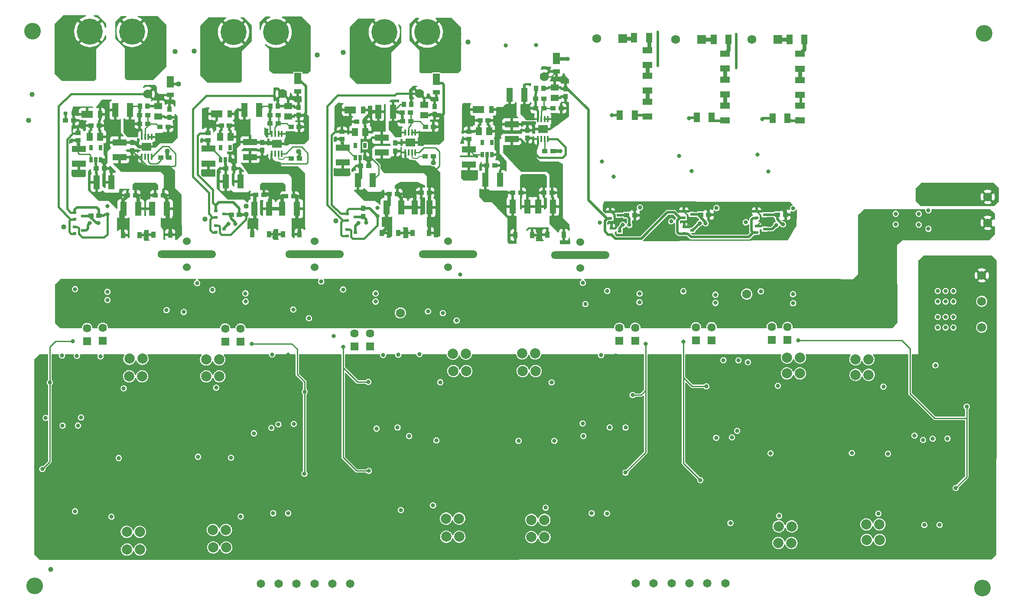
<source format=gbr>
%TF.GenerationSoftware,KiCad,Pcbnew,(5.99.0-10177-gd878cbddbc)*%
%TF.CreationDate,2021-05-19T16:56:41+02:00*%
%TF.ProjectId,PowerMeterDeng,506f7765-724d-4657-9465-7244656e672e,rev?*%
%TF.SameCoordinates,Original*%
%TF.FileFunction,Copper,L4,Bot*%
%TF.FilePolarity,Positive*%
%FSLAX46Y46*%
G04 Gerber Fmt 4.6, Leading zero omitted, Abs format (unit mm)*
G04 Created by KiCad (PCBNEW (5.99.0-10177-gd878cbddbc)) date 2021-05-19 16:56:41*
%MOMM*%
%LPD*%
G01*
G04 APERTURE LIST*
%TA.AperFunction,ComponentPad*%
%ADD10R,1.625600X1.625600*%
%TD*%
%TA.AperFunction,ComponentPad*%
%ADD11C,1.625600*%
%TD*%
%TA.AperFunction,ComponentPad*%
%ADD12C,1.651000*%
%TD*%
%TA.AperFunction,ComponentPad*%
%ADD13C,5.080000*%
%TD*%
%TA.AperFunction,ComponentPad*%
%ADD14C,1.778000*%
%TD*%
%TA.AperFunction,ComponentPad*%
%ADD15O,0.508000X7.162800*%
%TD*%
%TA.AperFunction,ComponentPad*%
%ADD16C,2.000000*%
%TD*%
%TA.AperFunction,ComponentPad*%
%ADD17O,11.430000X1.498600*%
%TD*%
%TA.AperFunction,ComponentPad*%
%ADD18C,3.251200*%
%TD*%
%TA.AperFunction,ComponentPad*%
%ADD19R,1.727200X1.727200*%
%TD*%
%TA.AperFunction,ComponentPad*%
%ADD20C,1.727200*%
%TD*%
%TA.AperFunction,ComponentPad*%
%ADD21C,1.524000*%
%TD*%
%TA.AperFunction,ComponentPad*%
%ADD22C,1.752600*%
%TD*%
%TA.AperFunction,SMDPad,CuDef*%
%ADD23R,1.828800X1.295400*%
%TD*%
%TA.AperFunction,SMDPad,CuDef*%
%ADD24R,0.990600X0.939800*%
%TD*%
%TA.AperFunction,SMDPad,CuDef*%
%ADD25R,1.295400X1.828800*%
%TD*%
%TA.AperFunction,SMDPad,CuDef*%
%ADD26R,0.914400X1.219200*%
%TD*%
%TA.AperFunction,SMDPad,CuDef*%
%ADD27R,0.787400X0.584200*%
%TD*%
%TA.AperFunction,SMDPad,CuDef*%
%ADD28R,2.692400X1.295400*%
%TD*%
%TA.AperFunction,SMDPad,CuDef*%
%ADD29R,1.600200X1.270000*%
%TD*%
%TA.AperFunction,SMDPad,CuDef*%
%ADD30R,1.295400X2.692400*%
%TD*%
%TA.AperFunction,SMDPad,CuDef*%
%ADD31R,0.635000X1.092200*%
%TD*%
%TA.AperFunction,SMDPad,CuDef*%
%ADD32R,1.397000X2.184400*%
%TD*%
%TA.AperFunction,SMDPad,CuDef*%
%ADD33R,1.397000X0.889000*%
%TD*%
%TA.AperFunction,SMDPad,CuDef*%
%ADD34R,2.184400X1.397000*%
%TD*%
%TA.AperFunction,SMDPad,CuDef*%
%ADD35R,0.889000X1.397000*%
%TD*%
%TA.AperFunction,SMDPad,CuDef*%
%ADD36R,0.939800X0.990600*%
%TD*%
%TA.AperFunction,SMDPad,CuDef*%
%ADD37R,1.270000X1.600200*%
%TD*%
%TA.AperFunction,SMDPad,CuDef*%
%ADD38R,0.381000X1.270000*%
%TD*%
%TA.AperFunction,SMDPad,CuDef*%
%ADD39R,1.905000X1.524000*%
%TD*%
%TA.AperFunction,SMDPad,CuDef*%
%ADD40C,0.990600*%
%TD*%
%TA.AperFunction,ViaPad*%
%ADD41C,0.800000*%
%TD*%
%TA.AperFunction,ViaPad*%
%ADD42C,0.812800*%
%TD*%
%TA.AperFunction,ViaPad*%
%ADD43C,1.016000*%
%TD*%
%TA.AperFunction,Conductor*%
%ADD44C,0.508000*%
%TD*%
%TA.AperFunction,Conductor*%
%ADD45C,0.254000*%
%TD*%
%TA.AperFunction,Conductor*%
%ADD46C,0.381000*%
%TD*%
%TA.AperFunction,Conductor*%
%ADD47C,0.250000*%
%TD*%
%TA.AperFunction,Conductor*%
%ADD48C,0.638000*%
%TD*%
%TA.AperFunction,Conductor*%
%ADD49C,0.635000*%
%TD*%
%TA.AperFunction,Conductor*%
%ADD50C,0.203200*%
%TD*%
%TA.AperFunction,Conductor*%
%ADD51C,0.762000*%
%TD*%
G04 APERTURE END LIST*
D10*
%TO.P,J26,1*%
%TO.N,DOUTP_W_PH*%
X228432200Y-81534000D03*
D11*
%TO.P,J26,2*%
%TO.N,DOUTP_W_PH1*%
X228432200Y-78994000D03*
%TD*%
D12*
%TO.P,J8,1,Pin_1*%
%TO.N,Ip_U*%
X125538695Y-129226300D03*
%TO.P,J8,2,Pin_2*%
%TO.N,In_U*%
X129038698Y-129226300D03*
%TO.P,J8,3,Pin_3*%
%TO.N,Ip_V*%
X132538699Y-129226300D03*
%TO.P,J8,4,Pin_4*%
%TO.N,In_V*%
X136038700Y-129226300D03*
%TO.P,J8,5,Pin_5*%
%TO.N,Ip_W*%
X139538700Y-129226300D03*
%TO.P,J8,6,Pin_6*%
%TO.N,In_W*%
X143038701Y-129226300D03*
%TD*%
D10*
%TO.P,J27,1*%
%TO.N,DOUTN_W_PH*%
X225384200Y-81508600D03*
D11*
%TO.P,J27,2*%
%TO.N,DOUTN_W_PH1*%
X225384200Y-78968600D03*
%TD*%
D13*
%TO.P,TP7,1*%
%TO.N,GND_WSH*%
X149666800Y-21336000D03*
%TD*%
D14*
%TO.P,TP16,1*%
%TO.N,-5.0V_PH*%
X180898800Y-30022800D03*
%TD*%
D13*
%TO.P,TP8,1*%
%TO.N,NetFB6_1*%
X158048800Y-21336000D03*
%TD*%
D15*
%TO.P,,*%
%TO.N,*%
X218399200Y-25069800D03*
%TD*%
D16*
%TO.P,TP29,1,1*%
%TO.N,Vp_V*%
X230886000Y-88061800D03*
X228346000Y-88061800D03*
%TD*%
D10*
%TO.P,J20,1*%
%TO.N,DOUTP_CH_W*%
X146923600Y-82778600D03*
D11*
%TO.P,J20,2*%
%TO.N,DOUTP_CH_W1*%
X146923600Y-80238600D03*
%TD*%
D14*
%TO.P,TP17,1*%
%TO.N,AMC_VCC*%
X220472000Y-72542400D03*
%TD*%
D10*
%TO.P,J21,1*%
%TO.N,DOUTN_CH_W*%
X143875600Y-82778600D03*
D11*
%TO.P,J21,2*%
%TO.N,DOUTN_CH_W1*%
X143875600Y-80238600D03*
%TD*%
D16*
%TO.P,TP21,1,1*%
%TO.N,Ip_W*%
X165684800Y-87602200D03*
X163144800Y-87602200D03*
%TD*%
%TO.P,TP15,1,1*%
%TO.N,In_U*%
X99364800Y-119049200D03*
X101904800Y-119049200D03*
%TD*%
D17*
%TO.P,,*%
%TO.N,*%
X111058800Y-64770000D03*
%TD*%
D18*
%TO.P,MH2,1*%
%TO.N,N/C*%
X81381600Y-129641600D03*
%TD*%
D16*
%TO.P,TP33,1,1*%
%TO.N,Vn_V*%
X229260400Y-117982700D03*
X226720400Y-117982700D03*
%TD*%
D18*
%TO.P,MH3,1*%
%TO.N,N/C*%
X266852400Y-21590000D03*
%TD*%
D19*
%TO.P,J15,1*%
%TO.N,NetFB11_1*%
X211693600Y-22758400D03*
D20*
%TO.P,J15,2*%
%TO.N,NEUTRAL*%
X206613600Y-22758400D03*
%TD*%
D16*
%TO.P,TP22,1,1*%
%TO.N,In_W*%
X161740599Y-116456000D03*
X164280599Y-116456000D03*
%TD*%
D18*
%TO.P,MH2,1*%
%TO.N,N/C*%
X266547600Y-130048000D03*
%TD*%
D16*
%TO.P,TP23,1,1*%
%TO.N,Net-(R120-Pad1)*%
X164324198Y-119986600D03*
X161784198Y-119986600D03*
%TD*%
D10*
%TO.P,J11,1*%
%TO.N,DOUTN_CH_U*%
X91602400Y-81737200D03*
D11*
%TO.P,J11,2*%
%TO.N,DOUTN_CH_U1*%
X91602400Y-79197200D03*
%TD*%
D18*
%TO.P,MH1,1*%
%TO.N,N/C*%
X80975200Y-21183600D03*
%TD*%
D16*
%TO.P,TP35,1,1*%
%TO.N,Net-(R136-Pad1)*%
X243916200Y-120624900D03*
X246456200Y-120624900D03*
%TD*%
D12*
%TO.P,J29,1,Pin_1*%
%TO.N,Vp_U*%
X198801195Y-129082800D03*
%TO.P,J29,2,Pin_2*%
%TO.N,Vn_U*%
X202301198Y-129082800D03*
%TO.P,J29,3,Pin_3*%
%TO.N,Vp_V*%
X205801199Y-129082800D03*
%TO.P,J29,4,Pin_4*%
%TO.N,Vn_V*%
X209301200Y-129082800D03*
%TO.P,J29,5,Pin_5*%
%TO.N,Vp_W*%
X212801200Y-129082800D03*
%TO.P,J29,6,Pin_6*%
%TO.N,Vn_W*%
X216301201Y-129082800D03*
%TD*%
D13*
%TO.P,TP5,1*%
%TO.N,NetFB4_1*%
X128534000Y-21336000D03*
%TD*%
D10*
%TO.P,J18,1*%
%TO.N,DOUTP_CH_V*%
X121599800Y-81838800D03*
D11*
%TO.P,J18,2*%
%TO.N,DOUTP_CH_V1*%
X121599800Y-79298800D03*
%TD*%
D16*
%TO.P,TP53,1,1*%
%TO.N,In_V*%
X118719600Y-118668800D03*
X116179600Y-118668800D03*
%TD*%
D17*
%TO.P,,*%
%TO.N,*%
X136077800Y-64770000D03*
%TD*%
D10*
%TO.P,J22,1*%
%TO.N,DOUTP_U_PH*%
X198688800Y-81661000D03*
D11*
%TO.P,J22,2*%
%TO.N,DOUTP_U_PH1*%
X198688800Y-79121000D03*
%TD*%
D16*
%TO.P,TP31,1,1*%
%TO.N,Net-(R128-Pad2)*%
X241706400Y-85293200D03*
X244246400Y-85293200D03*
%TD*%
D10*
%TO.P,J23,1*%
%TO.N,DOUTN_U_PH*%
X195615400Y-81686400D03*
D11*
%TO.P,J23,2*%
%TO.N,DOUTN_U_PH1*%
X195615400Y-79146400D03*
%TD*%
D10*
%TO.P,J25,1*%
%TO.N,DOUTN_V_PH*%
X210550600Y-81584800D03*
D11*
%TO.P,J25,2*%
%TO.N,DOUTN_V_PH1*%
X210550600Y-79044800D03*
%TD*%
D16*
%TO.P,TP52,1,1*%
%TO.N,Net-(R46-Pad1)*%
X118795800Y-122097800D03*
X116255800Y-122097800D03*
%TD*%
D14*
%TO.P,TP6,1*%
%TO.N,-5.0V_VSH*%
X129829400Y-33324800D03*
%TD*%
D21*
%TO.P,C51,1*%
%TO.N,DGND*%
X187944600Y-67437000D03*
%TO.P,C51,2*%
%TO.N,GND_PH*%
X187944600Y-62357000D03*
%TD*%
D15*
%TO.P,,*%
%TO.N,*%
X203108400Y-24638000D03*
%TD*%
D21*
%TO.P,C7,1*%
%TO.N,DGND*%
X111058800Y-67310000D03*
%TO.P,C7,2*%
%TO.N,GND_USH*%
X111058800Y-62230000D03*
%TD*%
D16*
%TO.P,TP26,1,1*%
%TO.N,Vn_U*%
X178402999Y-116710000D03*
X180942999Y-116710000D03*
%TD*%
D10*
%TO.P,J10,1*%
%TO.N,DOUTP_CH_U*%
X94650400Y-81686400D03*
D11*
%TO.P,J10,2*%
%TO.N,DOUTP_CH_U1*%
X94650400Y-79146400D03*
%TD*%
D10*
%TO.P,J19,1*%
%TO.N,DOUTN_CH_V*%
X118577200Y-81813400D03*
D11*
%TO.P,J19,2*%
%TO.N,DOUTN_CH_V1*%
X118577200Y-79273400D03*
%TD*%
D16*
%TO.P,TP11,1,1*%
%TO.N,Net-(R29-Pad1)*%
X102412800Y-85191600D03*
X99872800Y-85191600D03*
%TD*%
%TO.P,TP28,1,1*%
%TO.N,Net-(R124-Pad1)*%
X228346000Y-84963000D03*
X230886000Y-84963000D03*
%TD*%
D14*
%TO.P,TP9,1*%
%TO.N,AMC_VCC*%
X152816400Y-76225400D03*
%TD*%
D10*
%TO.P,J24,1*%
%TO.N,DOUTP_V_PH*%
X213598600Y-81559400D03*
D11*
%TO.P,J24,2*%
%TO.N,DOUTP_V_PH1*%
X213598600Y-79019400D03*
%TD*%
D16*
%TO.P,TP20,1,1*%
%TO.N,Net-(R116-Pad2)*%
X163043200Y-84198600D03*
X165583200Y-84198600D03*
%TD*%
D14*
%TO.P,TP10,1*%
%TO.N,-5.0V_WSH*%
X156575600Y-33350200D03*
%TD*%
D16*
%TO.P,TP24,1,1*%
%TO.N,Net-(R108-Pad1)*%
X176632200Y-84147800D03*
X179172200Y-84147800D03*
%TD*%
%TO.P,TP51,1,1*%
%TO.N,Ip_V*%
X114909600Y-88646000D03*
X117449600Y-88646000D03*
%TD*%
D22*
%TO.P,J30,1*%
%TO.N,+15V*%
X266395200Y-68884800D03*
%TO.P,J30,2*%
%TO.N,DGND*%
X266395200Y-73964800D03*
%TO.P,J30,3*%
%TO.N,-15V*%
X266395200Y-79044800D03*
%TD*%
D13*
%TO.P,TP4,1*%
%TO.N,GND_VSH*%
X120202800Y-21336000D03*
%TD*%
D16*
%TO.P,TP30,1,1*%
%TO.N,Vp_W*%
X244297200Y-88341200D03*
X241757200Y-88341200D03*
%TD*%
D13*
%TO.P,TP1,1*%
%TO.N,GND_USH*%
X92135800Y-21209000D03*
%TD*%
D17*
%TO.P,,*%
%TO.N,*%
X187944600Y-64897000D03*
%TD*%
D14*
%TO.P,TP3,1*%
%TO.N,-5.0V_USH*%
X103438800Y-33401000D03*
%TD*%
D13*
%TO.P,TP2,1*%
%TO.N,NetFB2_1*%
X100390800Y-21209000D03*
%TD*%
D22*
%TO.P,J17,1,1*%
%TO.N,+5V_CNTL*%
X267563600Y-58623200D03*
%TO.P,J17,2,2*%
%TO.N,DGND*%
X267563600Y-53543200D03*
%TD*%
D19*
%TO.P,J16,1*%
%TO.N,NetFB12_1*%
X226603400Y-22758400D03*
D20*
%TO.P,J16,2*%
%TO.N,NEUTRAL*%
X221523400Y-22758400D03*
%TD*%
D19*
%TO.P,J14,1*%
%TO.N,NetFB9_1*%
X196225000Y-22555200D03*
D20*
%TO.P,J14,2*%
%TO.N,NEUTRAL*%
X191145000Y-22555200D03*
%TD*%
D16*
%TO.P,TP32,1,1*%
%TO.N,Net-(R132-Pad2)*%
X229209600Y-121208800D03*
X226669600Y-121208800D03*
%TD*%
D17*
%TO.P,,*%
%TO.N,*%
X162112800Y-64770000D03*
%TD*%
D16*
%TO.P,TP27,1,1*%
%TO.N,Net-(R112-Pad2)*%
X180968399Y-120062800D03*
X178428399Y-120062800D03*
%TD*%
%TO.P,TP12,1,1*%
%TO.N,Ip_U*%
X99822000Y-88646000D03*
X102362000Y-88646000D03*
%TD*%
%TO.P,TP34,1,1*%
%TO.N,Vn_W*%
X243865400Y-117602000D03*
X246405400Y-117602000D03*
%TD*%
%TO.P,TP50,1,1*%
%TO.N,Net-(R38-Pad2)*%
X114858800Y-85344000D03*
X117398800Y-85344000D03*
%TD*%
D21*
%TO.P,C15,1*%
%TO.N,DGND*%
X136077800Y-67310000D03*
%TO.P,C15,2*%
%TO.N,GND_VSH*%
X136077800Y-62230000D03*
%TD*%
D16*
%TO.P,TP13,1,1*%
%TO.N,Net-(R34-Pad2)*%
X101955600Y-122504200D03*
X99415600Y-122504200D03*
%TD*%
%TO.P,TP25,1,1*%
%TO.N,Vp_U*%
X176708400Y-87602200D03*
X179248400Y-87602200D03*
%TD*%
D21*
%TO.P,C26,1*%
%TO.N,DGND*%
X162112800Y-67310000D03*
%TO.P,C26,2*%
%TO.N,GND_WSH*%
X162112800Y-62230000D03*
%TD*%
D23*
%TO.P,R67,1*%
%TO.N,NetFB9_2*%
X201101800Y-24841200D03*
%TO.P,R67,2*%
%TO.N,NetR67_2*%
X201101800Y-27736800D03*
%TD*%
%TO.P,R90,1*%
%TO.N,NetFB12_2*%
X230870600Y-25577800D03*
%TO.P,R90,2*%
%TO.N,NetR90_2*%
X230870600Y-28473400D03*
%TD*%
D24*
%TO.P,C150,1*%
%TO.N,+6V_USH*%
X93380400Y-48006000D03*
%TO.P,C150,2*%
%TO.N,GND_USH*%
X94955200Y-48006000D03*
%TD*%
D25*
%TO.P,FB9,1*%
%TO.N,NetFB9_1*%
X198485600Y-22402800D03*
%TO.P,FB9,2*%
%TO.N,NetFB9_2*%
X201381200Y-22402800D03*
%TD*%
D26*
%TO.P,D39,1*%
%TO.N,+6V_VSH*%
X123885800Y-60883800D03*
%TO.P,D39,2*%
%TO.N,NetD37_1*%
X127137000Y-60883800D03*
%TD*%
D27*
%TO.P,D19,1*%
%TO.N,-5.0V_PH*%
X194091400Y-60934600D03*
%TO.P,D19,2*%
%TO.N,+5.0V_PH*%
X194091400Y-59664600D03*
%TO.P,D19,3*%
%TO.N,NetC55_2*%
X195666200Y-60299600D03*
%TD*%
D24*
%TO.P,C120,1*%
%TO.N,+5.0V_WSH*%
X144307400Y-38862000D03*
%TO.P,C120,2*%
%TO.N,GND_WSH*%
X145882200Y-38862000D03*
%TD*%
%TO.P,C125,1*%
%TO.N,GND_VSH*%
X130388200Y-53441600D03*
%TO.P,C125,2*%
%TO.N,-6V_VSH*%
X131963000Y-53441600D03*
%TD*%
%TO.P,R104,1*%
%TO.N,NetC143_1*%
X103464200Y-37592000D03*
%TO.P,R104,2*%
%TO.N,NetC143_2*%
X101889400Y-37592000D03*
%TD*%
%TO.P,R101,1*%
%TO.N,GND_VSH*%
X133019800Y-39878000D03*
%TO.P,R101,2*%
%TO.N,NetC127_1*%
X131445000Y-39878000D03*
%TD*%
D28*
%TO.P,C121,1*%
%TO.N,GND_WSH*%
X141538800Y-46786800D03*
%TO.P,C121,2*%
%TO.N,NetC121_2*%
X141538800Y-43891200D03*
%TD*%
D26*
%TO.P,D45,1*%
%TO.N,+6V_USH*%
X98612800Y-61010800D03*
%TO.P,D45,2*%
%TO.N,NetD43_1*%
X101864000Y-61010800D03*
%TD*%
D25*
%TO.P,FB11,1*%
%TO.N,NetFB11_1*%
X214055800Y-22783800D03*
%TO.P,FB11,2*%
%TO.N,NetFB11_2*%
X216951400Y-22783800D03*
%TD*%
D27*
%TO.P,D35,1*%
%TO.N,-5.0V_WSH*%
X142427800Y-58115200D03*
%TO.P,D35,2*%
%TO.N,+5.0V_WSH*%
X142427800Y-56845200D03*
%TO.P,D35,3*%
%TO.N,NetC18_1*%
X144002600Y-57480200D03*
%TD*%
D24*
%TO.P,R52,1*%
%TO.N,NetC55_1*%
X197012400Y-57124600D03*
%TO.P,R52,2*%
%TO.N,+5.0V_PH*%
X198587200Y-57124600D03*
%TD*%
D29*
%TO.P,C126,1*%
%TO.N,GND_VSH*%
X130921600Y-37820600D03*
%TO.P,C126,2*%
%TO.N,-5.0V_VSH*%
X130921600Y-35788600D03*
%TD*%
D24*
%TO.P,R103,1*%
%TO.N,GND_USH*%
X107416600Y-39878000D03*
%TO.P,R103,2*%
%TO.N,NetC143_1*%
X105841800Y-39878000D03*
%TD*%
%TO.P,C109,1*%
%TO.N,GND_WSH*%
X156880400Y-52705000D03*
%TO.P,C109,2*%
%TO.N,-6V_WSH*%
X158455200Y-52705000D03*
%TD*%
%TO.P,C118,1*%
%TO.N,+6V_WSH*%
X145069400Y-47498000D03*
%TO.P,C118,2*%
%TO.N,GND_WSH*%
X146644200Y-47498000D03*
%TD*%
D23*
%TO.P,R81,1*%
%TO.N,NetR80_2*%
X216265600Y-35712400D03*
%TO.P,R81,2*%
%TO.N,NetR81_2*%
X216265600Y-38608000D03*
%TD*%
D28*
%TO.P,C116,1*%
%TO.N,GND_WSH*%
X149158800Y-41986200D03*
%TO.P,C116,2*%
%TO.N,-6V_WSH*%
X149158800Y-44881800D03*
%TD*%
D23*
%TO.P,R91,1*%
%TO.N,NetR90_2*%
X230921400Y-30683200D03*
%TO.P,R91,2*%
%TO.N,NetR91_2*%
X230921400Y-33578800D03*
%TD*%
D30*
%TO.P,C73,1*%
%TO.N,GND_PH*%
X179715000Y-55397400D03*
%TO.P,C73,2*%
%TO.N,-6V_PH*%
X182610600Y-55397400D03*
%TD*%
D24*
%TO.P,C136,1*%
%TO.N,+5.0V_VSH*%
X117815200Y-39624000D03*
%TO.P,C136,2*%
%TO.N,GND_VSH*%
X119390000Y-39624000D03*
%TD*%
D23*
%TO.P,R68,1*%
%TO.N,NetR67_2*%
X201076400Y-29845000D03*
%TO.P,R68,2*%
%TO.N,NetR68_2*%
X201076400Y-32740600D03*
%TD*%
D24*
%TO.P,C134,1*%
%TO.N,+6V_VSH*%
X118704200Y-47955200D03*
%TO.P,C134,2*%
%TO.N,GND_VSH*%
X120279000Y-47955200D03*
%TD*%
D31*
%TO.P,U16,1*%
%TO.N,GND_PH*%
X170672600Y-45288200D03*
%TO.P,U16,2*%
%TO.N,+6V_PH*%
X169732800Y-45288200D03*
%TO.P,U16,3*%
%TO.N,NetC86_2*%
X168793000Y-45288200D03*
%TO.P,U16,4*%
%TO.N,N/C*%
X168793000Y-42900600D03*
%TO.P,U16,5*%
X170672600Y-42900600D03*
%TD*%
D30*
%TO.P,C82,1*%
%TO.N,GND_PH*%
X172323600Y-50190400D03*
%TO.P,C82,2*%
%TO.N,+6V_PH*%
X169428000Y-50190400D03*
%TD*%
D32*
%TO.P,D44,1*%
%TO.N,GND_USH*%
X107848400Y-31038800D03*
D33*
%TO.P,D44,2*%
%TO.N,-5.0V_USH*%
X107848400Y-33578800D03*
%TD*%
D24*
%TO.P,C140,1*%
%TO.N,GND_USH*%
X107594400Y-45872400D03*
%TO.P,C140,2*%
%TO.N,NetC140_2*%
X106019600Y-45872400D03*
%TD*%
%TO.P,C80,1*%
%TO.N,+6V_PH*%
X174787400Y-52730400D03*
%TO.P,C80,2*%
%TO.N,GND_PH*%
X176362200Y-52730400D03*
%TD*%
%TO.P,C74,1*%
%TO.N,GND_PH*%
X182585200Y-44602400D03*
%TO.P,C74,2*%
%TO.N,NetC74_2*%
X181010400Y-44602400D03*
%TD*%
D30*
%TO.P,C131,1*%
%TO.N,GND_VSH*%
X122361800Y-36550600D03*
%TO.P,C131,2*%
%TO.N,NetC127_2*%
X125257400Y-36550600D03*
%TD*%
D28*
%TO.P,C153,1*%
%TO.N,GND_USH*%
X89976800Y-47040800D03*
%TO.P,C153,2*%
%TO.N,NetC153_2*%
X89976800Y-44145200D03*
%TD*%
D34*
%TO.P,D46,1*%
%TO.N,+5.0V_USH*%
X91592400Y-37388800D03*
D35*
%TO.P,D46,2*%
%TO.N,GND_USH*%
X94132400Y-37388800D03*
%TD*%
D30*
%TO.P,C128,1*%
%TO.N,+6V_VSH*%
X124266800Y-55854600D03*
%TO.P,C128,2*%
%TO.N,GND_VSH*%
X127162400Y-55854600D03*
%TD*%
D24*
%TO.P,C141,1*%
%TO.N,GND_USH*%
X104937400Y-53213000D03*
%TO.P,C141,2*%
%TO.N,-6V_USH*%
X106512200Y-53213000D03*
%TD*%
%TO.P,C127,1*%
%TO.N,NetC127_1*%
X128915000Y-39217600D03*
%TO.P,C127,2*%
%TO.N,NetC127_2*%
X127340200Y-39217600D03*
%TD*%
D36*
%TO.P,C122,1*%
%TO.N,-5.0V_VSH*%
X132953600Y-36017200D03*
%TO.P,C122,2*%
%TO.N,GND_VSH*%
X132953600Y-37592000D03*
%TD*%
D29*
%TO.P,C142,1*%
%TO.N,GND_USH*%
X105470800Y-37846000D03*
%TO.P,C142,2*%
%TO.N,-5.0V_USH*%
X105470800Y-35814000D03*
%TD*%
D28*
%TO.P,C81,1*%
%TO.N,GND_PH*%
X174558800Y-39344600D03*
%TO.P,C81,2*%
%TO.N,-6V_PH*%
X174558800Y-42240200D03*
%TD*%
D30*
%TO.P,C147,1*%
%TO.N,GND_USH*%
X97129600Y-36576000D03*
%TO.P,C147,2*%
%TO.N,NetC143_2*%
X100025200Y-36576000D03*
%TD*%
D24*
%TO.P,R95,1*%
%TO.N,NetC76_2*%
X180807200Y-34315400D03*
%TO.P,R95,2*%
%TO.N,NetC76_1*%
X179232400Y-34315400D03*
%TD*%
%TO.P,C152,1*%
%TO.N,+5.0V_USH*%
X92364400Y-39624000D03*
%TO.P,C152,2*%
%TO.N,GND_USH*%
X93939200Y-39624000D03*
%TD*%
D30*
%TO.P,C149,1*%
%TO.N,GND_USH*%
X96377600Y-50673000D03*
%TO.P,C149,2*%
%TO.N,+6V_USH*%
X93482000Y-50673000D03*
%TD*%
D37*
%TO.P,C119,1*%
%TO.N,GND_WSH*%
X145983800Y-40894000D03*
%TO.P,C119,2*%
%TO.N,+5.0V_WSH*%
X143951800Y-40894000D03*
%TD*%
D26*
%TO.P,D21,1*%
%TO.N,NetD21_1*%
X181493000Y-60934600D03*
%TO.P,D21,2*%
%TO.N,-6V_PH*%
X184744200Y-60934600D03*
%TD*%
D27*
%TO.P,D41,1*%
%TO.N,-5.0V_VSH*%
X116748400Y-57531000D03*
%TO.P,D41,2*%
%TO.N,+5.0V_VSH*%
X116748400Y-56261000D03*
%TO.P,D41,3*%
%TO.N,NetC9_1*%
X118323200Y-56896000D03*
%TD*%
D36*
%TO.P,C114,1*%
%TO.N,-6V_WSH*%
X151825800Y-44602400D03*
%TO.P,C114,2*%
%TO.N,GND_WSH*%
X151825800Y-43027600D03*
%TD*%
D25*
%TO.P,FB12,1*%
%TO.N,NetFB12_1*%
X228813200Y-22758400D03*
%TO.P,FB12,2*%
%TO.N,NetFB12_2*%
X231708800Y-22758400D03*
%TD*%
D30*
%TO.P,C123,1*%
%TO.N,GND_VSH*%
X129727800Y-55854600D03*
%TO.P,C123,2*%
%TO.N,-6V_VSH*%
X132623400Y-55854600D03*
%TD*%
D36*
%TO.P,FB17,1*%
%TO.N,NetC111_2*%
X153502200Y-35433000D03*
%TO.P,FB17,2*%
%TO.N,-5.0V_WSH*%
X154975400Y-35433000D03*
%TD*%
D29*
%TO.P,C72,1*%
%TO.N,GND_PH*%
X182940800Y-34188400D03*
%TO.P,C72,2*%
%TO.N,-5.0V_PH*%
X182940800Y-32156400D03*
%TD*%
D27*
%TO.P,D18,1*%
%TO.N,-5.0V_PH*%
X208188400Y-57632600D03*
%TO.P,D18,2*%
%TO.N,+5.0V_PH*%
X208188400Y-56362600D03*
%TO.P,D18,3*%
%TO.N,NetC61_1*%
X209763200Y-56997600D03*
%TD*%
D23*
%TO.P,R80,1*%
%TO.N,NetR79_2*%
X216240200Y-30632400D03*
%TO.P,R80,2*%
%TO.N,NetR80_2*%
X216240200Y-33528000D03*
%TD*%
D37*
%TO.P,C84,1*%
%TO.N,GND_PH*%
X170164600Y-40741600D03*
%TO.P,C84,2*%
%TO.N,+5.0V_PH*%
X168132600Y-40741600D03*
%TD*%
D30*
%TO.P,C139,1*%
%TO.N,GND_USH*%
X104277000Y-55880000D03*
%TO.P,C139,2*%
%TO.N,-6V_USH*%
X107172600Y-55880000D03*
%TD*%
D36*
%TO.P,C78,1*%
%TO.N,-6V_PH*%
X177606800Y-42087800D03*
%TO.P,C78,2*%
%TO.N,GND_PH*%
X177606800Y-40513000D03*
%TD*%
D32*
%TO.P,D31,1*%
%TO.N,GND_WSH*%
X159816800Y-30530800D03*
D33*
%TO.P,D31,2*%
%TO.N,-5.0V_WSH*%
X159816800Y-33070800D03*
%TD*%
D27*
%TO.P,D16,1*%
%TO.N,-5.0V_PH*%
X222412400Y-60477400D03*
%TO.P,D16,2*%
%TO.N,+5.0V_PH*%
X222412400Y-59207400D03*
%TO.P,D16,3*%
%TO.N,NetC68_2*%
X223987200Y-59842400D03*
%TD*%
D24*
%TO.P,C145,1*%
%TO.N,+6V_USH*%
X99476400Y-53213000D03*
%TO.P,C145,2*%
%TO.N,GND_USH*%
X101051200Y-53213000D03*
%TD*%
%TO.P,FB20,1*%
%TO.N,NetC137_2*%
X115199000Y-42494200D03*
%TO.P,FB20,2*%
%TO.N,+5.0V_VSH*%
X115199000Y-41021000D03*
%TD*%
D34*
%TO.P,D24,1*%
%TO.N,+5.0V_PH*%
X168056400Y-36474400D03*
D35*
%TO.P,D24,2*%
%TO.N,GND_PH*%
X170596400Y-36474400D03*
%TD*%
D36*
%TO.P,FB21,1*%
%TO.N,NetC143_2*%
X101940200Y-35814000D03*
%TO.P,FB21,2*%
%TO.N,-5.0V_USH*%
X103413400Y-35814000D03*
%TD*%
D24*
%TO.P,FB18,1*%
%TO.N,NetC121_2*%
X141411800Y-42265600D03*
%TO.P,FB18,2*%
%TO.N,+5.0V_WSH*%
X141411800Y-40792400D03*
%TD*%
D30*
%TO.P,C144,1*%
%TO.N,+6V_USH*%
X98689000Y-55880000D03*
%TO.P,C144,2*%
%TO.N,GND_USH*%
X101584600Y-55880000D03*
%TD*%
D31*
%TO.P,U20,1*%
%TO.N,GND_WSH*%
X145907600Y-45897800D03*
%TO.P,U20,2*%
%TO.N,+6V_WSH*%
X144967800Y-45897800D03*
%TO.P,U20,3*%
%TO.N,NetC121_2*%
X144028000Y-45897800D03*
%TO.P,U20,4*%
%TO.N,N/C*%
X144028000Y-43510200D03*
%TO.P,U20,5*%
X145907600Y-43510200D03*
%TD*%
D23*
%TO.P,R79,1*%
%TO.N,NetFB11_2*%
X216265600Y-25527000D03*
%TO.P,R79,2*%
%TO.N,NetR79_2*%
X216265600Y-28422600D03*
%TD*%
D24*
%TO.P,R105,1*%
%TO.N,NetD1_2*%
X87401400Y-38608000D03*
%TO.P,R105,2*%
%TO.N,+5.0V_USH*%
X88976200Y-38608000D03*
%TD*%
%TO.P,C107,1*%
%TO.N,GND_WSH*%
X159217200Y-45593000D03*
%TO.P,C107,2*%
%TO.N,NetC107_2*%
X157642400Y-45593000D03*
%TD*%
D23*
%TO.P,R69,1*%
%TO.N,NetR68_2*%
X201076400Y-34950400D03*
%TO.P,R69,2*%
%TO.N,NetR69_2*%
X201076400Y-37846000D03*
%TD*%
D36*
%TO.P,FB19,1*%
%TO.N,NetC127_2*%
X127391000Y-35788600D03*
%TO.P,FB19,2*%
%TO.N,-5.0V_VSH*%
X128864200Y-35788600D03*
%TD*%
D28*
%TO.P,C137,1*%
%TO.N,GND_VSH*%
X115300600Y-47015400D03*
%TO.P,C137,2*%
%TO.N,NetC137_2*%
X115300600Y-44119800D03*
%TD*%
D26*
%TO.P,D32,1*%
%TO.N,NetD32_1*%
X155153200Y-60579000D03*
%TO.P,D32,2*%
%TO.N,-6V_WSH*%
X158404400Y-60579000D03*
%TD*%
%TO.P,D23,1*%
%TO.N,+6V_PH*%
X175270000Y-60985400D03*
%TO.P,D23,2*%
%TO.N,NetD21_1*%
X178521200Y-60985400D03*
%TD*%
D24*
%TO.P,C129,1*%
%TO.N,+6V_VSH*%
X124546200Y-53187600D03*
%TO.P,C129,2*%
%TO.N,GND_VSH*%
X126121000Y-53187600D03*
%TD*%
D25*
%TO.P,R70,1*%
%TO.N,NetR69_2*%
X198587200Y-37566600D03*
%TO.P,R70,2*%
%TO.N,NetR60_2*%
X195691600Y-37566600D03*
%TD*%
D24*
%TO.P,FB22,1*%
%TO.N,NetC153_2*%
X89849800Y-42519600D03*
%TO.P,FB22,2*%
%TO.N,+5.0V_USH*%
X89849800Y-41046400D03*
%TD*%
D27*
%TO.P,D17,1*%
%TO.N,-5.0V_PH*%
X208264600Y-60706000D03*
%TO.P,D17,2*%
%TO.N,+5.0V_PH*%
X208264600Y-59436000D03*
%TO.P,D17,3*%
%TO.N,NetC61_2*%
X209839400Y-60071000D03*
%TD*%
D24*
%TO.P,C113,1*%
%TO.N,+6V_WSH*%
X150657400Y-52959000D03*
%TO.P,C113,2*%
%TO.N,GND_WSH*%
X152232200Y-52959000D03*
%TD*%
D30*
%TO.P,C115,1*%
%TO.N,GND_WSH*%
X148473000Y-36855400D03*
%TO.P,C115,2*%
%TO.N,NetC111_2*%
X151368600Y-36855400D03*
%TD*%
D24*
%TO.P,C83,1*%
%TO.N,+6V_PH*%
X169707400Y-47396400D03*
%TO.P,C83,2*%
%TO.N,GND_PH*%
X171282200Y-47396400D03*
%TD*%
D36*
%TO.P,FB13,1*%
%TO.N,NetC76_1*%
X179283200Y-32283400D03*
%TO.P,FB13,2*%
%TO.N,-5.0V_PH*%
X180756400Y-32283400D03*
%TD*%
D34*
%TO.P,D34,1*%
%TO.N,+5.0V_WSH*%
X143002000Y-36525200D03*
D35*
%TO.P,D34,2*%
%TO.N,GND_WSH*%
X145542000Y-36525200D03*
%TD*%
D38*
%TO.P,U21,1*%
%TO.N,NetC127_2*%
X127711200Y-41224200D03*
%TO.P,U21,2*%
%TO.N,NetC127_1*%
X128371600Y-41224200D03*
%TO.P,U21,3*%
%TO.N,GND_VSH*%
X129006600Y-41224200D03*
%TO.P,U21,4*%
X129641600Y-41224200D03*
%TO.P,U21,5*%
%TO.N,-6V_VSH*%
X129641600Y-45110400D03*
%TO.P,U21,6*%
%TO.N,NetC124_2*%
X129006600Y-45110400D03*
%TO.P,U21,7*%
%TO.N,N/C*%
X128371600Y-45110400D03*
%TO.P,U21,8*%
%TO.N,-6V_VSH*%
X127711200Y-45110400D03*
D39*
%TO.P,U21,9*%
%TO.N,GND_VSH*%
X128676400Y-43180000D03*
%TD*%
D31*
%TO.P,U22,1*%
%TO.N,GND_VSH*%
X119542400Y-46278800D03*
%TO.P,U22,2*%
%TO.N,+6V_VSH*%
X118602600Y-46278800D03*
%TO.P,U22,3*%
%TO.N,NetC137_2*%
X117662800Y-46278800D03*
%TO.P,U22,4*%
%TO.N,N/C*%
X117662800Y-43891200D03*
%TO.P,U22,5*%
X119542400Y-43891200D03*
%TD*%
D40*
%TO.P,FID5,1*%
%TO.N,N/C*%
X84531200Y-126390400D03*
%TD*%
D24*
%TO.P,C75,1*%
%TO.N,GND_PH*%
X180883400Y-52730400D03*
%TO.P,C75,2*%
%TO.N,-6V_PH*%
X182458200Y-52730400D03*
%TD*%
D26*
%TO.P,D37,1*%
%TO.N,NetD37_1*%
X129880200Y-60858400D03*
%TO.P,D37,2*%
%TO.N,-6V_VSH*%
X133131400Y-60858400D03*
%TD*%
D37*
%TO.P,C151,1*%
%TO.N,GND_USH*%
X94167800Y-41783000D03*
%TO.P,C151,2*%
%TO.N,+5.0V_USH*%
X92135800Y-41783000D03*
%TD*%
D24*
%TO.P,C111,1*%
%TO.N,NetC111_1*%
X154848400Y-38785800D03*
%TO.P,C111,2*%
%TO.N,NetC111_2*%
X153273600Y-38785800D03*
%TD*%
D38*
%TO.P,U19,1*%
%TO.N,NetC111_2*%
X153781600Y-40970200D03*
%TO.P,U19,2*%
%TO.N,NetC111_1*%
X154442000Y-40970200D03*
%TO.P,U19,3*%
%TO.N,GND_WSH*%
X155077000Y-40970200D03*
%TO.P,U19,4*%
X155712000Y-40970200D03*
%TO.P,U19,5*%
%TO.N,-6V_WSH*%
X155712000Y-44856400D03*
%TO.P,U19,6*%
%TO.N,NetC107_2*%
X155077000Y-44856400D03*
%TO.P,U19,7*%
%TO.N,N/C*%
X154442000Y-44856400D03*
%TO.P,U19,8*%
%TO.N,-6V_WSH*%
X153781600Y-44856400D03*
D39*
%TO.P,U19,9*%
%TO.N,GND_WSH*%
X154746800Y-42926000D03*
%TD*%
D38*
%TO.P,U23,1*%
%TO.N,NetC143_2*%
X102260400Y-41833800D03*
%TO.P,U23,2*%
%TO.N,NetC143_1*%
X102920800Y-41833800D03*
%TO.P,U23,3*%
%TO.N,GND_USH*%
X103555800Y-41833800D03*
%TO.P,U23,4*%
X104190800Y-41833800D03*
%TO.P,U23,5*%
%TO.N,-6V_USH*%
X104190800Y-45720000D03*
%TO.P,U23,6*%
%TO.N,NetC140_2*%
X103555800Y-45720000D03*
%TO.P,U23,7*%
%TO.N,N/C*%
X102920800Y-45720000D03*
%TO.P,U23,8*%
%TO.N,-6V_USH*%
X102260400Y-45720000D03*
D39*
%TO.P,U23,9*%
%TO.N,GND_USH*%
X103225600Y-43789600D03*
%TD*%
D30*
%TO.P,C79,1*%
%TO.N,GND_PH*%
X174127000Y-33553400D03*
%TO.P,C79,2*%
%TO.N,NetC76_1*%
X177022600Y-33553400D03*
%TD*%
D24*
%TO.P,R102,1*%
%TO.N,NetC127_1*%
X128915000Y-37566600D03*
%TO.P,R102,2*%
%TO.N,NetC127_2*%
X127340200Y-37566600D03*
%TD*%
D29*
%TO.P,C110,1*%
%TO.N,GND_WSH*%
X157439200Y-37566600D03*
%TO.P,C110,2*%
%TO.N,-5.0V_WSH*%
X157439200Y-35534600D03*
%TD*%
D36*
%TO.P,C138,1*%
%TO.N,-5.0V_USH*%
X107696000Y-36423600D03*
%TO.P,C138,2*%
%TO.N,GND_USH*%
X107696000Y-37998400D03*
%TD*%
D28*
%TO.P,C132,1*%
%TO.N,GND_VSH*%
X123428600Y-42849800D03*
%TO.P,C132,2*%
%TO.N,-6V_VSH*%
X123428600Y-45745400D03*
%TD*%
D32*
%TO.P,D38,1*%
%TO.N,GND_VSH*%
X132791200Y-30378400D03*
D33*
%TO.P,D38,2*%
%TO.N,-5.0V_VSH*%
X132791200Y-32918400D03*
%TD*%
D37*
%TO.P,C135,1*%
%TO.N,GND_VSH*%
X119618600Y-41783000D03*
%TO.P,C135,2*%
%TO.N,+5.0V_VSH*%
X117586600Y-41783000D03*
%TD*%
D36*
%TO.P,R47,1*%
%TO.N,NetC18_1*%
X145577400Y-57378600D03*
%TO.P,R47,2*%
%TO.N,+5.0V_WSH*%
X145577400Y-55803800D03*
%TD*%
D40*
%TO.P,FID6,1*%
%TO.N,N/C*%
X80832800Y-33528000D03*
%TD*%
D26*
%TO.P,D33,1*%
%TO.N,+6V_WSH*%
X149184200Y-60579000D03*
%TO.P,D33,2*%
%TO.N,NetD32_1*%
X152435400Y-60579000D03*
%TD*%
D30*
%TO.P,C77,1*%
%TO.N,+6V_PH*%
X174762000Y-55397400D03*
%TO.P,C77,2*%
%TO.N,GND_PH*%
X177657600Y-55397400D03*
%TD*%
D24*
%TO.P,R44,1*%
%TO.N,NetC9_1*%
X119771000Y-57073800D03*
%TO.P,R44,2*%
%TO.N,+5.0V_VSH*%
X121345800Y-57073800D03*
%TD*%
D32*
%TO.P,D22,1*%
%TO.N,GND_PH*%
X183337200Y-26517600D03*
D33*
%TO.P,D22,2*%
%TO.N,-5.0V_PH*%
X183337200Y-29057600D03*
%TD*%
D27*
%TO.P,D47,1*%
%TO.N,-5.0V_USH*%
X89189400Y-57912000D03*
%TO.P,D47,2*%
%TO.N,+5.0V_USH*%
X89189400Y-56642000D03*
%TO.P,D47,3*%
%TO.N,NetC2_1*%
X90764200Y-57277000D03*
%TD*%
D36*
%TO.P,C106,1*%
%TO.N,-5.0V_WSH*%
X159496600Y-35864800D03*
%TO.P,C106,2*%
%TO.N,GND_WSH*%
X159496600Y-37439600D03*
%TD*%
D30*
%TO.P,C112,1*%
%TO.N,+6V_WSH*%
X150124000Y-55626000D03*
%TO.P,C112,2*%
%TO.N,GND_WSH*%
X153019600Y-55626000D03*
%TD*%
%TO.P,C108,1*%
%TO.N,GND_WSH*%
X155585000Y-55626000D03*
%TO.P,C108,2*%
%TO.N,-6V_WSH*%
X158480600Y-55626000D03*
%TD*%
%TO.P,C133,1*%
%TO.N,GND_VSH*%
X121574400Y-50520600D03*
%TO.P,C133,2*%
%TO.N,+6V_VSH*%
X118678800Y-50520600D03*
%TD*%
D38*
%TO.P,U15,1*%
%TO.N,NetC76_1*%
X179689600Y-38328600D03*
%TO.P,U15,2*%
%TO.N,NetC76_2*%
X180350000Y-38328600D03*
%TO.P,U15,3*%
%TO.N,GND_PH*%
X180985000Y-38328600D03*
%TO.P,U15,4*%
X181620000Y-38328600D03*
%TO.P,U15,5*%
%TO.N,-6V_PH*%
X181620000Y-42214800D03*
%TO.P,U15,6*%
%TO.N,NetC74_2*%
X180985000Y-42214800D03*
%TO.P,U15,7*%
%TO.N,N/C*%
X180350000Y-42214800D03*
%TO.P,U15,8*%
%TO.N,-6V_PH*%
X179689600Y-42214800D03*
D39*
%TO.P,U15,9*%
%TO.N,GND_PH*%
X180654800Y-40284400D03*
%TD*%
D24*
%TO.P,C143,1*%
%TO.N,NetC143_1*%
X103464200Y-39243000D03*
%TO.P,C143,2*%
%TO.N,NetC143_2*%
X101889400Y-39243000D03*
%TD*%
%TO.P,R99,1*%
%TO.N,GND_WSH*%
X159268000Y-39827200D03*
%TO.P,R99,2*%
%TO.N,NetC111_1*%
X157693200Y-39827200D03*
%TD*%
D36*
%TO.P,C71,1*%
%TO.N,-5.0V_PH*%
X185099800Y-32385000D03*
%TO.P,C71,2*%
%TO.N,GND_PH*%
X185099800Y-33959800D03*
%TD*%
D27*
%TO.P,D20,1*%
%TO.N,-5.0V_PH*%
X193837400Y-57759600D03*
%TO.P,D20,2*%
%TO.N,+5.0V_PH*%
X193837400Y-56489600D03*
%TO.P,D20,3*%
%TO.N,NetC55_1*%
X195412200Y-57124600D03*
%TD*%
D24*
%TO.P,C85,1*%
%TO.N,+5.0V_PH*%
X168361200Y-38582600D03*
%TO.P,C85,2*%
%TO.N,GND_PH*%
X169936000Y-38582600D03*
%TD*%
%TO.P,C124,1*%
%TO.N,GND_VSH*%
X133070600Y-46024800D03*
%TO.P,C124,2*%
%TO.N,NetC124_2*%
X131495800Y-46024800D03*
%TD*%
D26*
%TO.P,D43,1*%
%TO.N,NetD43_1*%
X104581800Y-60960000D03*
%TO.P,D43,2*%
%TO.N,-6V_USH*%
X107833000Y-60960000D03*
%TD*%
D27*
%TO.P,D15,1*%
%TO.N,-5.0V_PH*%
X222412400Y-57658000D03*
%TO.P,D15,2*%
%TO.N,+5.0V_PH*%
X222412400Y-56388000D03*
%TO.P,D15,3*%
%TO.N,NetC68_1*%
X223987200Y-57023000D03*
%TD*%
%TO.P,D36,1*%
%TO.N,-5.0V_WSH*%
X142402400Y-61163200D03*
%TO.P,D36,2*%
%TO.N,+5.0V_WSH*%
X142402400Y-59893200D03*
%TO.P,D36,3*%
%TO.N,NetC18_2*%
X143977200Y-60528200D03*
%TD*%
%TO.P,D42,1*%
%TO.N,-5.0V_VSH*%
X116748400Y-60452000D03*
%TO.P,D42,2*%
%TO.N,+5.0V_VSH*%
X116748400Y-59182000D03*
%TO.P,D42,3*%
%TO.N,NetC9_2*%
X118323200Y-59817000D03*
%TD*%
D30*
%TO.P,C117,1*%
%TO.N,GND_WSH*%
X147431600Y-50292000D03*
%TO.P,C117,2*%
%TO.N,+6V_WSH*%
X144536000Y-50292000D03*
%TD*%
D31*
%TO.P,U24,1*%
%TO.N,GND_USH*%
X94218600Y-46278800D03*
%TO.P,U24,2*%
%TO.N,+6V_USH*%
X93278800Y-46278800D03*
%TO.P,U24,3*%
%TO.N,NetC153_2*%
X92339000Y-46278800D03*
%TO.P,U24,4*%
%TO.N,N/C*%
X92339000Y-43891200D03*
%TO.P,U24,5*%
X94218600Y-43891200D03*
%TD*%
D24*
%TO.P,C76,1*%
%TO.N,NetC76_1*%
X179232400Y-36220400D03*
%TO.P,C76,2*%
%TO.N,NetC76_2*%
X180807200Y-36220400D03*
%TD*%
D28*
%TO.P,C86,1*%
%TO.N,GND_PH*%
X166176800Y-47193200D03*
%TO.P,C86,2*%
%TO.N,NetC86_2*%
X166176800Y-44297600D03*
%TD*%
D36*
%TO.P,C146,1*%
%TO.N,-6V_USH*%
X100390800Y-44475400D03*
%TO.P,C146,2*%
%TO.N,GND_USH*%
X100390800Y-42900600D03*
%TD*%
D24*
%TO.P,R97,1*%
%TO.N,NetC61_1*%
X211465000Y-57023000D03*
%TO.P,R97,2*%
%TO.N,+5.0V_PH*%
X213039800Y-57023000D03*
%TD*%
D23*
%TO.P,R92,1*%
%TO.N,NetR91_2*%
X230921400Y-35712400D03*
%TO.P,R92,2*%
%TO.N,NetR92_2*%
X230921400Y-38608000D03*
%TD*%
D24*
%TO.P,R107,1*%
%TO.N,NetC68_1*%
X226476400Y-57048400D03*
%TO.P,R107,2*%
%TO.N,+5.0V_PH*%
X228051200Y-57048400D03*
%TD*%
D28*
%TO.P,C148,1*%
%TO.N,GND_USH*%
X97977800Y-42875200D03*
%TO.P,C148,2*%
%TO.N,-6V_USH*%
X97977800Y-45770800D03*
%TD*%
D24*
%TO.P,R100,1*%
%TO.N,NetC111_1*%
X154746800Y-37058600D03*
%TO.P,R100,2*%
%TO.N,NetC111_2*%
X153172000Y-37058600D03*
%TD*%
D25*
%TO.P,R93,1*%
%TO.N,NetR92_2*%
X228422200Y-38201600D03*
%TO.P,R93,2*%
%TO.N,NetR84_2*%
X225526600Y-38201600D03*
%TD*%
D27*
%TO.P,D48,1*%
%TO.N,-5.0V_USH*%
X89189400Y-60706000D03*
%TO.P,D48,2*%
%TO.N,+5.0V_USH*%
X89189400Y-59436000D03*
%TO.P,D48,3*%
%TO.N,NetC2_2*%
X90764200Y-60071000D03*
%TD*%
D34*
%TO.P,D40,1*%
%TO.N,+5.0V_VSH*%
X116890800Y-37338000D03*
D35*
%TO.P,D40,2*%
%TO.N,GND_VSH*%
X119430800Y-37338000D03*
%TD*%
D24*
%TO.P,R94,1*%
%TO.N,GND_PH*%
X184236200Y-36220400D03*
%TO.P,R94,2*%
%TO.N,NetC76_2*%
X182661400Y-36220400D03*
%TD*%
%TO.P,R39,1*%
%TO.N,NetC2_1*%
X92339000Y-57251600D03*
%TO.P,R39,2*%
%TO.N,+5.0V_USH*%
X93913800Y-57251600D03*
%TD*%
%TO.P,FB14,1*%
%TO.N,NetC86_2*%
X166227600Y-42240200D03*
%TO.P,FB14,2*%
%TO.N,+5.0V_PH*%
X166227600Y-40767000D03*
%TD*%
D36*
%TO.P,C130,1*%
%TO.N,-6V_VSH*%
X125841600Y-44450000D03*
%TO.P,C130,2*%
%TO.N,GND_VSH*%
X125841600Y-42875200D03*
%TD*%
D25*
%TO.P,R82,1*%
%TO.N,NetR81_2*%
X213624000Y-37998400D03*
%TO.P,R82,2*%
%TO.N,NetR72_2*%
X210728400Y-37998400D03*
%TD*%
D41*
%TO.N,+5V_CNTL*%
X260350000Y-56946800D03*
X260299200Y-59029600D03*
X261670800Y-59029600D03*
D42*
X113080800Y-71526400D03*
X189189200Y-71577200D03*
D41*
X263093200Y-59029600D03*
D42*
X137830400Y-73736200D03*
X142021400Y-73761600D03*
D41*
X263093200Y-56946800D03*
D42*
X167827800Y-73329800D03*
X164119400Y-73329800D03*
D41*
X261670800Y-56946800D03*
D42*
%TO.N,+5.0V_PH*%
X166811800Y-39370000D03*
X165491000Y-39370000D03*
X208188400Y-55397400D03*
X214563800Y-57302400D03*
X222387000Y-55372000D03*
X165541800Y-37973000D03*
X193812000Y-55245000D03*
X229524400Y-57378600D03*
X165541800Y-36601400D03*
X199603200Y-58216800D03*
%TO.N,+5.0V_USH*%
X90611800Y-38862000D03*
X89214800Y-39878000D03*
X89408000Y-36931600D03*
X95590200Y-56946800D03*
X90611800Y-39878000D03*
D43*
%TO.N,+5.0V_VSH*%
X122692000Y-56946800D03*
D42*
X116011800Y-38862000D03*
X114614800Y-38862000D03*
X114741800Y-37338000D03*
X115376800Y-39878000D03*
%TO.N,+5.0V_WSH*%
X142173800Y-39497000D03*
X148295200Y-57302400D03*
X141234000Y-36449000D03*
X140776800Y-38100000D03*
X140776800Y-39497000D03*
X142173800Y-38100000D03*
%TO.N,AMC_VCC*%
X147965000Y-72415400D03*
D41*
X255981200Y-56184800D03*
X254101600Y-58978800D03*
D42*
X199552400Y-72466200D03*
X95590200Y-72110600D03*
X229524400Y-72567800D03*
X122539600Y-72415400D03*
D41*
X255981200Y-59791600D03*
X254101600Y-56845200D03*
D42*
X214360600Y-72669400D03*
D41*
%TO.N,DGND*%
X258165600Y-117678200D03*
X226568000Y-90474800D03*
X149446999Y-84452600D03*
X226796600Y-115925300D03*
X257048000Y-53086000D03*
D42*
X110500000Y-76047600D03*
D41*
X260858000Y-71932800D03*
X97790000Y-104597200D03*
X182906000Y-101267400D03*
X260045200Y-54343300D03*
D42*
X208086800Y-71983600D03*
X188452600Y-70358000D03*
D41*
X254939800Y-101092000D03*
X218617800Y-99288600D03*
X127763800Y-84353400D03*
X124206000Y-99771200D03*
X225143800Y-103682800D03*
X196804999Y-98651200D03*
X182347200Y-89837400D03*
X131978400Y-97942400D03*
D42*
X223225200Y-72009000D03*
D41*
X89255600Y-71577200D03*
D42*
X141615000Y-71653400D03*
D41*
X156558999Y-84300200D03*
X188422999Y-97838400D03*
D42*
X164475000Y-68707000D03*
X147965000Y-74015600D03*
D41*
X258572000Y-54330600D03*
X253267000Y-100208300D03*
X159200599Y-113865200D03*
X220700600Y-85877400D03*
X260858000Y-74015600D03*
X246202200Y-115493800D03*
X83515200Y-96774000D03*
D42*
X122565000Y-74015600D03*
D41*
X257810000Y-71932800D03*
D42*
X134960200Y-77266800D03*
D41*
X247192800Y-90627200D03*
D42*
X139760800Y-80772000D03*
X137347800Y-70104000D03*
D41*
X259334000Y-74015600D03*
X257810000Y-74015600D03*
X249580400Y-58928000D03*
X255524000Y-51828700D03*
X160604800Y-89786600D03*
X259708000Y-100792500D03*
X121615200Y-116027200D03*
X193167600Y-115440600D03*
X217297000Y-117348000D03*
D42*
X214360600Y-74269600D03*
D41*
X257048000Y-54305200D03*
X96367600Y-116078000D03*
D42*
X116088000Y-71729600D03*
D41*
X257354600Y-86472200D03*
X248081800Y-103759000D03*
X259334000Y-71932800D03*
X261518400Y-54356000D03*
X192017399Y-84503400D03*
X181196999Y-114322400D03*
D42*
X95590200Y-73710800D03*
D41*
X152921199Y-114772800D03*
X148145999Y-98847000D03*
D42*
X158201200Y-75946000D03*
D41*
X249580400Y-56845200D03*
D42*
X113080800Y-70408800D03*
X199527000Y-74142600D03*
D41*
X90424000Y-96672400D03*
X86715600Y-84582000D03*
X261518400Y-53136800D03*
X260045200Y-51854100D03*
X255524000Y-53098700D03*
X258572000Y-51841400D03*
X214503000Y-100634800D03*
X130860800Y-115417600D03*
X255524000Y-54317900D03*
X260045200Y-53124100D03*
X261518400Y-51866800D03*
X215925400Y-85471000D03*
X257048000Y-51816000D03*
X94234000Y-84734400D03*
X89255600Y-115011200D03*
D42*
X131886800Y-75565000D03*
D41*
X119735600Y-104546400D03*
X116801587Y-90861994D03*
D42*
X163789200Y-77724000D03*
D41*
X127609600Y-98704400D03*
D42*
X161096800Y-76276200D03*
X193227800Y-71932800D03*
D41*
X159842800Y-101165800D03*
D42*
X107121800Y-75692000D03*
D41*
X188570200Y-100302200D03*
D42*
X229549800Y-74345800D03*
D41*
X98755200Y-90982800D03*
X258572000Y-53111400D03*
D42*
X188960600Y-74498200D03*
D41*
X86817200Y-98247200D03*
X152260799Y-98643800D03*
%TO.N,DOUTN_CH_U*%
X88798400Y-81737200D03*
X82854800Y-106756200D03*
X84328000Y-89839800D03*
%TO.N,DOUTN_CH_W*%
X141630400Y-82854800D03*
X146545799Y-89728400D03*
X146647399Y-107127400D03*
%TO.N,DOUTN_V_PH*%
X208127600Y-81889600D03*
X211429600Y-108915200D03*
X212598000Y-90601800D03*
%TO.N,DOUTP_CH_V*%
X134125300Y-91643200D03*
X123748800Y-82245200D03*
X134061200Y-107696000D03*
%TO.N,DOUTP_U_PH*%
X200761600Y-82245200D03*
X198170800Y-92303600D03*
X196799800Y-107465000D03*
%TO.N,DOUTP_W_PH*%
X261315200Y-110464600D03*
X263450600Y-94549400D03*
X230581200Y-81635600D03*
D42*
%TO.N,GND_PH*%
X229524400Y-55803800D03*
X166811800Y-49174400D03*
X209737800Y-48514000D03*
X222615600Y-45237400D03*
X177860800Y-52171600D03*
X165541800Y-49174400D03*
X220278800Y-58521600D03*
X205750000Y-58343800D03*
X184083800Y-44602400D03*
X180654800Y-40284400D03*
X199603200Y-55626000D03*
X179130800Y-52171600D03*
X184591800Y-37998400D03*
X182559800Y-39522400D03*
X183321800Y-37744400D03*
X214563800Y-55727600D03*
X183448800Y-38887400D03*
X178572000Y-53162200D03*
X191754600Y-58547000D03*
X194497800Y-49606200D03*
X192211800Y-46609000D03*
X207274000Y-45542200D03*
X185470800Y-26568400D03*
X179359400Y-23876000D03*
X224723800Y-48590200D03*
X173365000Y-23901400D03*
D43*
%TO.N,GND_USH*%
X89214800Y-48768000D03*
X86598600Y-22936200D03*
X104835800Y-43180000D03*
X105521600Y-41859200D03*
X103819800Y-51943000D03*
X86522400Y-29667200D03*
X90611800Y-48768000D03*
X80197800Y-38608000D03*
X86624000Y-25069800D03*
X106867800Y-42164000D03*
X86598600Y-27711400D03*
X88224200Y-19431000D03*
X89214800Y-27178000D03*
X108772800Y-38862000D03*
D42*
X95590200Y-55346600D03*
D43*
X109474000Y-31445200D03*
X88452800Y-23012400D03*
X89214800Y-29718000D03*
X86751000Y-20726400D03*
X103438800Y-53594000D03*
X87030400Y-59385200D03*
X108772800Y-41021000D03*
X101686200Y-51663600D03*
X108772800Y-25146000D03*
X107286869Y-44626831D03*
X89240200Y-25044400D03*
X108264800Y-42164000D03*
%TO.N,GND_VSH*%
X134045800Y-42164000D03*
X114614800Y-57912000D03*
X115630800Y-20116800D03*
X127162400Y-51638200D03*
X132648800Y-42164000D03*
X114691000Y-24790400D03*
X112532000Y-25019000D03*
X115757800Y-29921200D03*
X134366000Y-40792400D03*
X114691000Y-22098000D03*
X116570600Y-27889200D03*
X116545200Y-24765000D03*
X117916800Y-29845000D03*
X115707000Y-26441400D03*
X114487800Y-49022000D03*
X136585800Y-25781000D03*
X128534000Y-43027600D03*
X132953600Y-44678600D03*
X116519800Y-22148800D03*
X134366000Y-39014400D03*
X115884800Y-49022000D03*
X128991200Y-51587400D03*
X114665600Y-27863800D03*
X131124800Y-42164000D03*
X128584800Y-53721000D03*
X122692000Y-55346600D03*
D42*
%TO.N,NetC9_2*%
X119186800Y-58801000D03*
%TO.N,NetC9_1*%
X120583800Y-58801000D03*
%TO.N,NetC55_2*%
X196275800Y-59029600D03*
%TO.N,NetC55_1*%
X197545800Y-59029600D03*
%TO.N,NetC61_2*%
X211287200Y-58699400D03*
%TO.N,NetC61_1*%
X212455600Y-58699400D03*
%TO.N,NetC68_2*%
X226222400Y-59055000D03*
%TO.N,NetC68_1*%
X227543200Y-58928000D03*
%TO.N,NetC18_2*%
X144586800Y-58623200D03*
%TO.N,NetC18_1*%
X146136200Y-58572400D03*
%TO.N,NetC2_1*%
X93786800Y-58674000D03*
%TO.N,NetC2_2*%
X92135800Y-58674000D03*
%TO.N,NetD1_2*%
X87411400Y-37211000D03*
%TO.N,NetD21_1*%
X179638800Y-61645800D03*
D41*
X179679600Y-60299600D03*
D42*
%TO.N,NetD43_1*%
X103032400Y-60579000D03*
X103057800Y-61595000D03*
%TO.N,NetD37_1*%
X128203800Y-61468000D03*
X128254600Y-60401200D03*
%TO.N,NetD32_1*%
X153974800Y-61214000D03*
X153984800Y-60071000D03*
D43*
%TO.N,NetFB2_1*%
X106486800Y-21386800D03*
X106385200Y-24561800D03*
X106436000Y-28117800D03*
X103591200Y-29819600D03*
X104454800Y-26416000D03*
X104378600Y-24612600D03*
X104505600Y-28168600D03*
X104505600Y-21564600D03*
X104607200Y-19481800D03*
X106436000Y-26416000D03*
%TO.N,NetFB4_1*%
X132496400Y-21894800D03*
X134350600Y-21818600D03*
X132598000Y-19177000D03*
X134680800Y-26492200D03*
X132623400Y-26441400D03*
X134528400Y-24511000D03*
X132598000Y-24460200D03*
X134620000Y-28092400D03*
X131013200Y-28041600D03*
X133410800Y-27686000D03*
%TO.N,NetFB6_1*%
X162493800Y-19304000D03*
X162087400Y-23622000D03*
X161350800Y-26162000D03*
X163525200Y-28651200D03*
X164221000Y-23596600D03*
X162900200Y-27559000D03*
X162036600Y-21767800D03*
X164271800Y-21742400D03*
X164094000Y-25958800D03*
X161188400Y-28346400D03*
D42*
%TO.N,NetR60_2*%
X194142200Y-37592000D03*
%TO.N,NetR72_2*%
X209204400Y-38125400D03*
%TO.N,NetR84_2*%
X223520000Y-38303200D03*
D43*
%TO.N,GND_WSH*%
X154746800Y-42926000D03*
X153375200Y-51536600D03*
X142173800Y-48641000D03*
X159090200Y-42519600D03*
X157490000Y-42367200D03*
X155254800Y-51511200D03*
X159268000Y-46888400D03*
X143621600Y-26390600D03*
X143596200Y-21945600D03*
X160715800Y-39395400D03*
X143494600Y-24231600D03*
X145983800Y-24104600D03*
X143697800Y-29997400D03*
X146034600Y-22047200D03*
X140192600Y-58267600D03*
X141665800Y-25273000D03*
X144942400Y-28295600D03*
X154365800Y-53340000D03*
X160766600Y-40817800D03*
X145069400Y-19558000D03*
X146517200Y-30022800D03*
D41*
X147624800Y-39014400D03*
D42*
X148320600Y-55702200D03*
D43*
X140599000Y-48590200D03*
X146161600Y-26416000D03*
X160512600Y-42138600D03*
X166049800Y-23241000D03*
D41*
%TO.N,-15V*%
X218871800Y-85521800D03*
X113284000Y-104343200D03*
X255193800Y-117703600D03*
X217601800Y-100558600D03*
X257810000Y-77012800D03*
X257810000Y-79095600D03*
X127965200Y-115417600D03*
X128981200Y-98044000D03*
X89611200Y-84632800D03*
X259334000Y-79095600D03*
X260858000Y-79095600D03*
X154521399Y-100320200D03*
X175895600Y-101267400D03*
X152387799Y-84401800D03*
X190195800Y-115415200D03*
X260858000Y-77012800D03*
X89814400Y-98247200D03*
X241013402Y-103632000D03*
X193706199Y-98600400D03*
X256812400Y-100843300D03*
X259334000Y-77012800D03*
%TO.N,+15V*%
X231749600Y-103581200D03*
X194887599Y-84579600D03*
X104292400Y-104495600D03*
X149365199Y-98694600D03*
X194793200Y-99387800D03*
X259283200Y-66802000D03*
X257759200Y-68884800D03*
X215595200Y-99288600D03*
X257759200Y-66802000D03*
X166548400Y-101165800D03*
X130505200Y-98602800D03*
X260807200Y-66802000D03*
X259283200Y-68884800D03*
X150076399Y-114747400D03*
X214401400Y-117297200D03*
X130862600Y-84404200D03*
X86258400Y-115011200D03*
X257911600Y-101168200D03*
X87325200Y-96621600D03*
X260807200Y-68884800D03*
X260301000Y-86548400D03*
%TD*%
D44*
%TO.N,+5.0V_PH*%
X222387000Y-56362600D02*
X222387000Y-56388000D01*
D45*
X208163000Y-55422800D02*
X208188400Y-55397400D01*
X208239200Y-59436000D02*
X208264600Y-59436000D01*
D46*
X194701000Y-59664600D02*
X194929600Y-59461400D01*
X193812000Y-56489600D02*
X193812000Y-55270400D01*
X194929600Y-59461400D02*
X194929600Y-58089800D01*
X194624800Y-57785000D02*
X194624800Y-57023000D01*
D45*
X208163000Y-56362600D02*
X208975800Y-57150000D01*
D46*
X194624800Y-57785000D02*
X194929600Y-58089800D01*
D44*
X222387000Y-55372000D02*
X226771200Y-55372000D01*
D46*
X194066000Y-56489600D02*
X194624800Y-57023000D01*
D44*
X198587200Y-57124600D02*
X198587200Y-56311800D01*
X213039800Y-57023000D02*
X213039800Y-56286400D01*
D46*
X193812000Y-55245000D02*
X193812000Y-55270400D01*
D44*
X212150800Y-55372000D02*
X213039800Y-56286400D01*
D46*
X193812000Y-56489600D02*
X194066000Y-56489600D01*
D45*
X222387000Y-56388000D02*
X223174400Y-57150000D01*
D44*
X194040600Y-55473600D02*
X197774400Y-55473600D01*
X226771200Y-55372000D02*
X228051200Y-56652000D01*
D45*
X208264600Y-59436000D02*
X208848800Y-59436000D01*
D46*
X194066000Y-59664600D02*
X194701000Y-59664600D01*
D45*
X222387000Y-59207400D02*
X223174400Y-58420000D01*
X208848800Y-59436000D02*
X208975800Y-59309000D01*
X208975800Y-59309000D02*
X208975800Y-57150000D01*
D44*
X197774400Y-55473600D02*
X198587200Y-56311800D01*
X228051200Y-56652000D02*
X228051200Y-57048400D01*
D45*
X223174400Y-58420000D02*
X223174400Y-57150000D01*
X208163000Y-56362600D02*
X208163000Y-55422800D01*
D44*
X222387000Y-56362600D02*
X222387000Y-55372000D01*
X208213800Y-55372000D02*
X212150800Y-55372000D01*
D46*
%TO.N,+5.0V_USH*%
X95564800Y-56972200D02*
X95590200Y-56946800D01*
X89976800Y-60756800D02*
X90688000Y-61468000D01*
X94929800Y-61468000D02*
X95564800Y-60833000D01*
D44*
X93507400Y-55600600D02*
X93913800Y-56032400D01*
D46*
X87690800Y-55880000D02*
X87690800Y-42291000D01*
X87690800Y-55880000D02*
X88427400Y-56642000D01*
D44*
X93913800Y-57251600D02*
X94828200Y-57251600D01*
D46*
X90688000Y-61468000D02*
X94929800Y-61468000D01*
X89062400Y-56515000D02*
X89164000Y-56642000D01*
X89976800Y-60756800D02*
X89976800Y-59690000D01*
D44*
X91856400Y-37465000D02*
X91881800Y-37465000D01*
X89621200Y-55600600D02*
X93507400Y-55600600D01*
X89164000Y-56642000D02*
X89164000Y-56057800D01*
X89164000Y-56057800D02*
X89621200Y-55600600D01*
D46*
X89164000Y-59436000D02*
X89697400Y-59436000D01*
X89824400Y-41148000D02*
X89849800Y-41173400D01*
X95564800Y-60833000D02*
X95564800Y-56972200D01*
D44*
X94828200Y-57251600D02*
X95133000Y-56946800D01*
X95133000Y-56946800D02*
X95590200Y-56946800D01*
X93913800Y-57251600D02*
X93913800Y-56032400D01*
D46*
X89697400Y-59436000D02*
X89976800Y-59690000D01*
X88833800Y-41148000D02*
X89824400Y-41148000D01*
X88427400Y-56642000D02*
X89164000Y-56642000D01*
X87690800Y-42291000D02*
X88833800Y-41148000D01*
%TO.N,+5.0V_VSH*%
X117383400Y-59182000D02*
X117535800Y-59309000D01*
D44*
X117358000Y-54559200D02*
X120152000Y-54559200D01*
X121345800Y-57073800D02*
X121345800Y-55778400D01*
D46*
X113217800Y-41529000D02*
X113598800Y-41148000D01*
X116672200Y-55194200D02*
X116723000Y-55194200D01*
X119669400Y-60909200D02*
X122692000Y-57886600D01*
X117891400Y-60909200D02*
X119669400Y-60909200D01*
D44*
X120152000Y-54559200D02*
X121345800Y-55778400D01*
X117205600Y-37439600D02*
X117332600Y-37439600D01*
D46*
X113217800Y-49149000D02*
X113217800Y-41529000D01*
X122692000Y-57886600D02*
X122692000Y-56946800D01*
D44*
X116723000Y-56261000D02*
X116723000Y-55194200D01*
D46*
X116723000Y-59182000D02*
X117383400Y-59182000D01*
X116723000Y-56261000D02*
X116773800Y-56210200D01*
D44*
X116723000Y-55194200D02*
X117358000Y-54559200D01*
D46*
X117535800Y-60553600D02*
X117535800Y-59309000D01*
D44*
X121345800Y-57073800D02*
X122565000Y-57073800D01*
D46*
X113598800Y-41148000D02*
X115173600Y-41148000D01*
X116138800Y-54686200D02*
X116138800Y-52095400D01*
X122565000Y-57073800D02*
X122692000Y-56946800D01*
X113217800Y-49149000D02*
X116138800Y-52095400D01*
X116138800Y-54686200D02*
X116672200Y-55194200D01*
X117535800Y-60553600D02*
X117891400Y-60909200D01*
%TO.N,+5.0V_WSH*%
X142961200Y-59893200D02*
X143189800Y-60096400D01*
X142377000Y-56794400D02*
X142402400Y-56845200D01*
X139379800Y-41478200D02*
X140116400Y-40716200D01*
X143520000Y-61671200D02*
X145679000Y-61671200D01*
X142732600Y-55854600D02*
X145501200Y-55854600D01*
D44*
X146771200Y-55803800D02*
X148295200Y-57302400D01*
D46*
X142377000Y-59893200D02*
X142961200Y-59893200D01*
X148295200Y-59055000D02*
X148295200Y-57302400D01*
D44*
X145577400Y-55803800D02*
X146771200Y-55803800D01*
D46*
X139379800Y-55067200D02*
X139379800Y-41478200D01*
X142402400Y-56184800D02*
X142732600Y-55854600D01*
X141107000Y-56794400D02*
X142377000Y-56794400D01*
X143189800Y-61366400D02*
X143520000Y-61671200D01*
X145501200Y-55854600D02*
X145577400Y-55803800D01*
X143189800Y-61366400D02*
X143189800Y-60096400D01*
X139379800Y-55067200D02*
X141107000Y-56794400D01*
X141335600Y-40716200D02*
X141411800Y-40792400D01*
X142402400Y-56845200D02*
X142402400Y-56184800D01*
X140116400Y-40716200D02*
X141335600Y-40716200D01*
X145679000Y-61671200D02*
X148295200Y-59055000D01*
D44*
%TO.N,+6V_PH*%
X169732800Y-47371000D02*
X169732800Y-45313600D01*
X169682000Y-47396400D02*
X169732800Y-47371000D01*
D47*
X169707400Y-49911000D02*
X169428000Y-50190400D01*
D48*
X169707400Y-47396400D02*
X169707400Y-49911000D01*
D49*
%TO.N,+6V_USH*%
X98663600Y-55880000D02*
X98663600Y-54178200D01*
X98181000Y-56515000D02*
X98663600Y-56032400D01*
X98181000Y-58318400D02*
X98181000Y-56515000D01*
X98663600Y-54178200D02*
X99374800Y-53467000D01*
X98663600Y-56032400D02*
X98663600Y-55880000D01*
X98587400Y-61010800D02*
X98587400Y-58724800D01*
X98181000Y-58318400D02*
X98587400Y-58724800D01*
%TO.N,+6V_VSH*%
X123885800Y-59385200D02*
X123885800Y-60883800D01*
X124393800Y-58877200D02*
X123885800Y-59385200D01*
X124393800Y-58877200D02*
X124393800Y-53492400D01*
X124393800Y-53492400D02*
X124698600Y-53187600D01*
D44*
%TO.N,-5.0V_PH*%
X221777400Y-60528200D02*
X222361600Y-60528200D01*
X207401000Y-57658000D02*
X208163000Y-57658000D01*
X199857200Y-61722000D02*
X205013400Y-56565800D01*
X192770600Y-60299600D02*
X193405600Y-60960000D01*
X222361600Y-60528200D02*
X222387000Y-60502800D01*
X192770600Y-60299600D02*
X192770600Y-58216800D01*
X206943800Y-60401200D02*
X207274000Y-60731400D01*
D47*
X182372000Y-30022800D02*
X183337200Y-29057600D01*
D44*
X208239200Y-60731400D02*
X208925000Y-60731400D01*
X221421800Y-57962800D02*
X221701200Y-57683400D01*
X192770600Y-58216800D02*
X193202400Y-57785000D01*
X220913800Y-61391800D02*
X221777400Y-60528200D01*
X208925000Y-60731400D02*
X209610800Y-61391800D01*
X206308800Y-56565800D02*
X207401000Y-57658000D01*
X206943800Y-58115200D02*
X207401000Y-57658000D01*
X194066000Y-60960000D02*
X194828000Y-61722000D01*
X221701200Y-57683400D02*
X222387000Y-57683400D01*
X194828000Y-61722000D02*
X199857200Y-61722000D01*
X185404600Y-32385000D02*
X189544800Y-36499800D01*
X189544800Y-54127400D02*
X189544800Y-36499800D01*
X221421800Y-60172600D02*
X221421800Y-57962800D01*
X193202400Y-57785000D02*
X193812000Y-57785000D01*
X207274000Y-60731400D02*
X207274000Y-60731400D01*
X185099800Y-32385000D02*
X185404600Y-32385000D01*
X209610800Y-61391800D02*
X220913800Y-61391800D01*
X193405600Y-60960000D02*
X194066000Y-60960000D01*
X205013400Y-56565800D02*
X206308800Y-56565800D01*
X206943800Y-60401200D02*
X206943800Y-58115200D01*
D47*
X180898800Y-30022800D02*
X182372000Y-30022800D01*
D44*
X207274000Y-60731400D02*
X208239200Y-60731400D01*
X221421800Y-60172600D02*
X221777400Y-60528200D01*
X189544800Y-54127400D02*
X193202400Y-57785000D01*
D46*
%TO.N,-5.0V_USH*%
X86039800Y-55549800D02*
X88427400Y-57937400D01*
X86039800Y-35814000D02*
X88452800Y-33401000D01*
X88427400Y-57937400D02*
X89164000Y-57937400D01*
X88452800Y-33401000D02*
X103438800Y-33401000D01*
X88452800Y-60731400D02*
X89164000Y-60731400D01*
X88097200Y-60375800D02*
X88452800Y-60731400D01*
X86039800Y-55549800D02*
X86039800Y-35814000D01*
X88097200Y-58267600D02*
X88427400Y-57937400D01*
X88097200Y-60375800D02*
X88097200Y-58267600D01*
%TO.N,-5.0V_VSH*%
X115656200Y-60020200D02*
X116138800Y-60477400D01*
X114868800Y-33782000D02*
X127924400Y-33782000D01*
X115656200Y-58013600D02*
X116113400Y-57556400D01*
X116113400Y-57556400D02*
X116113400Y-57531000D01*
X115376800Y-56769000D02*
X115376800Y-52705000D01*
X112278000Y-49631600D02*
X112278000Y-36372800D01*
X116138800Y-60477400D02*
X116723000Y-60477400D01*
D47*
X132953600Y-34518600D02*
X132445600Y-34010600D01*
D46*
X115656200Y-60020200D02*
X115656200Y-58013600D01*
X112278000Y-49631600D02*
X115376800Y-52705000D01*
D47*
X132953600Y-36017200D02*
X132953600Y-34518600D01*
D46*
X128889600Y-35788600D02*
X128889600Y-34772600D01*
X112278000Y-36372800D02*
X114868800Y-33782000D01*
X127924400Y-33782000D02*
X128889600Y-34772600D01*
D47*
X131150200Y-36017200D02*
X130921600Y-35788600D01*
D46*
X116113400Y-57556400D02*
X116723000Y-57556400D01*
X115376800Y-56769000D02*
X116113400Y-57531000D01*
%TO.N,-6V_PH*%
X185099800Y-45237400D02*
X184464800Y-45872400D01*
X179892800Y-45872400D02*
X176260600Y-42240200D01*
X183474200Y-42240200D02*
X185099800Y-43840400D01*
X176260600Y-42240200D02*
X174558800Y-42240200D01*
X184464800Y-45872400D02*
X179892800Y-45872400D01*
X185099800Y-43840400D02*
X185099800Y-45237400D01*
X181620000Y-42240200D02*
X183474200Y-42240200D01*
D49*
%TO.N,-6V_USH*%
X107172600Y-55880000D02*
X107172600Y-53873400D01*
D45*
X108915200Y-47294800D02*
X108610400Y-47599600D01*
X107528200Y-43688000D02*
X108915200Y-45075000D01*
X104327800Y-45720000D02*
X106359800Y-43688000D01*
D49*
X107477400Y-58928000D02*
X107833000Y-59283600D01*
X107833000Y-59283600D02*
X107833000Y-60960000D01*
D45*
X103413400Y-47599600D02*
X100390800Y-44577000D01*
D49*
X107121800Y-55880000D02*
X107477400Y-56261000D01*
X107172600Y-53873400D02*
X106512200Y-53213000D01*
D45*
X106359800Y-43688000D02*
X107528200Y-43688000D01*
X108915200Y-45075000D02*
X108915200Y-47294800D01*
X104190800Y-45720000D02*
X104327800Y-45720000D01*
X103413400Y-47599600D02*
X102651400Y-46837600D01*
X100390800Y-44577000D02*
X100390800Y-44500800D01*
X108610400Y-47599600D02*
X103413400Y-47599600D01*
D49*
X107477400Y-58928000D02*
X107477400Y-56261000D01*
%TO.N,-6V_VSH*%
X132445600Y-53314600D02*
X132623400Y-53517800D01*
D45*
X133995000Y-44282200D02*
X134721600Y-45008800D01*
X131709000Y-43764200D02*
X133487000Y-43764200D01*
D47*
X130388200Y-45110400D02*
X130515200Y-44983400D01*
D49*
X132623400Y-58470800D02*
X132623400Y-55854600D01*
D45*
X127492600Y-45034200D02*
X127543400Y-44983400D01*
X134721600Y-45008800D02*
X134721600Y-46837600D01*
X133487000Y-43764200D02*
X133995000Y-44272200D01*
D49*
X132953600Y-58775600D02*
X133131400Y-58953400D01*
X133131400Y-58953400D02*
X133131400Y-60858400D01*
D45*
X130515200Y-44983400D02*
X131709000Y-43764200D01*
X134467600Y-47091600D02*
X128254600Y-47091600D01*
X127492600Y-46329600D02*
X127492600Y-45034200D01*
D49*
X132623400Y-55854600D02*
X132623400Y-53517800D01*
D45*
X134467600Y-47091600D02*
X132953600Y-47091600D01*
D47*
X129641600Y-45110400D02*
X130388200Y-45110400D01*
D49*
X132623400Y-58470800D02*
X132953600Y-58775600D01*
D45*
X128254600Y-47091600D02*
X127492600Y-46329600D01*
X133995000Y-44272200D02*
X133995000Y-44282200D01*
X134721600Y-46837600D02*
X134467600Y-47091600D01*
D47*
%TO.N,DGND*%
X229549800Y-74335800D02*
X229549800Y-74345800D01*
%TO.N,DOUTN_CH_U*%
X84328000Y-89839800D02*
X84328000Y-105283000D01*
X84328000Y-85897323D02*
X84328000Y-86004400D01*
X84328000Y-105283000D02*
X82854800Y-106756200D01*
X84328000Y-86004400D02*
X84328000Y-89839800D01*
X88798400Y-81737200D02*
X87833200Y-81737200D01*
X87833200Y-81737200D02*
X87782400Y-81737200D01*
X84328000Y-82854800D02*
X85445600Y-81737200D01*
X84328000Y-86004400D02*
X84328000Y-82854800D01*
X85445600Y-81737200D02*
X87833200Y-81737200D01*
%TO.N,DOUTN_CH_W*%
X141630400Y-82854800D02*
X141630400Y-84813001D01*
X141630400Y-86918800D02*
X141630400Y-86156800D01*
X141630400Y-104495600D02*
X141630400Y-86156800D01*
X144262200Y-107127400D02*
X141630400Y-104495600D01*
X141630400Y-86156800D02*
X141630400Y-84813001D01*
X144440000Y-89728400D02*
X141630400Y-86918800D01*
X146647399Y-107127400D02*
X144262200Y-107127400D01*
X146545799Y-89728400D02*
X144440000Y-89728400D01*
%TO.N,DOUTN_U_PH*%
X195615400Y-81686400D02*
X195615400Y-81772600D01*
%TO.N,DOUTN_V_PH*%
X209829400Y-90601800D02*
X208127600Y-88900000D01*
X208127600Y-88747600D02*
X208127600Y-85750400D01*
X211429600Y-108915200D02*
X208127600Y-105613200D01*
X212598000Y-90601800D02*
X209829400Y-90601800D01*
X208127600Y-88900000D02*
X208127600Y-88747600D01*
X208127600Y-81889600D02*
X208127600Y-85750400D01*
X208127600Y-85750400D02*
X208127600Y-86131400D01*
X208127600Y-105613200D02*
X208127600Y-88747600D01*
%TO.N,DOUTP_CH_V*%
X134125300Y-91643200D02*
X134125300Y-107631900D01*
X123748800Y-82245200D02*
X131572000Y-82245200D01*
X131572000Y-82245200D02*
X132638800Y-83312000D01*
X132638800Y-88239600D02*
X134125300Y-89726100D01*
X134125300Y-89726100D02*
X134125300Y-91643200D01*
X132638800Y-83312000D02*
X132638800Y-88239600D01*
X134125300Y-107631900D02*
X134061200Y-107696000D01*
X134125300Y-89642623D02*
X134125300Y-89726100D01*
%TO.N,DOUTP_U_PH*%
X196799800Y-107465000D02*
X200761600Y-103503200D01*
X198170800Y-92303600D02*
X199847200Y-92303600D01*
X200761600Y-91033600D02*
X200761600Y-89458800D01*
X200761600Y-103503200D02*
X200761600Y-91033600D01*
X200761600Y-82245200D02*
X200761600Y-89458800D01*
X200761600Y-89458800D02*
X200761600Y-89712800D01*
X200761600Y-91389200D02*
X200761600Y-91033600D01*
X199847200Y-92303600D02*
X200761600Y-91389200D01*
%TO.N,DOUTP_W_PH*%
X248818400Y-81635600D02*
X249072400Y-81635600D01*
X230581200Y-81635600D02*
X248818400Y-81635600D01*
X263450600Y-96670600D02*
X263450600Y-94549400D01*
X252374400Y-85293200D02*
X252374400Y-91998800D01*
X250799600Y-81635600D02*
X252374400Y-83210400D01*
X261315200Y-110464600D02*
X263450600Y-108329200D01*
X252374400Y-84937600D02*
X252374400Y-85293200D01*
X228432200Y-81534000D02*
X228432200Y-81620200D01*
X257198600Y-96823000D02*
X263450600Y-96823000D01*
X248818400Y-81635600D02*
X250799600Y-81635600D01*
X252374400Y-83210400D02*
X252374400Y-85293200D01*
X263450600Y-96823000D02*
X263450600Y-96670600D01*
X252374400Y-91998800D02*
X257198600Y-96823000D01*
X263450600Y-108329200D02*
X263450600Y-96823000D01*
D49*
%TO.N,GND_PH*%
X185470800Y-26568400D02*
X183829800Y-26568400D01*
X182585200Y-44602400D02*
X184083800Y-44602400D01*
D48*
%TO.N,GND_USH*%
X101803200Y-43789600D02*
X103225600Y-43789600D01*
D44*
X108000800Y-31445200D02*
X107645200Y-31089600D01*
D49*
X101584600Y-53746400D02*
X101051200Y-53213000D01*
D44*
X107286869Y-44626831D02*
X107286869Y-44742131D01*
D48*
X94955200Y-48006000D02*
X94955200Y-47015400D01*
D49*
X101584600Y-55880000D02*
X101584600Y-53746400D01*
D48*
X107274200Y-45847000D02*
X107274200Y-44754800D01*
D44*
X109474000Y-31445200D02*
X108000800Y-31445200D01*
D48*
X100390800Y-42900600D02*
X100914200Y-42900600D01*
D44*
X107286869Y-44742131D02*
X107274200Y-44754800D01*
D48*
X100914200Y-42900600D02*
X101803200Y-43789600D01*
X94955200Y-47015400D02*
X94218600Y-46278800D01*
D49*
%TO.N,GND_VSH*%
X129727800Y-55854600D02*
X129727800Y-53390800D01*
D44*
X132953600Y-37617400D02*
X133944200Y-37617400D01*
X132750400Y-45821600D02*
X133197600Y-45374400D01*
D48*
X120279000Y-47955200D02*
X120279000Y-47015400D01*
D49*
X127416400Y-55854600D02*
X127416400Y-53365400D01*
X127416400Y-53365400D02*
X127060800Y-53009800D01*
D48*
X120279000Y-47015400D02*
X119542400Y-46278800D01*
D44*
X133197600Y-45374400D02*
X133197600Y-44922600D01*
X134350600Y-31937800D02*
X132791200Y-30378400D01*
D49*
X129727800Y-55854600D02*
X127416400Y-55854600D01*
D47*
X125994000Y-43027600D02*
X125841600Y-42875200D01*
D49*
X129727800Y-53390800D02*
X129778600Y-53314600D01*
D44*
X134350600Y-31937800D02*
X134264400Y-31851600D01*
X134350600Y-37185600D02*
X134350600Y-31937800D01*
D49*
X126298800Y-53009800D02*
X126121000Y-53187600D01*
D48*
X128508600Y-43027600D02*
X125994000Y-43027600D01*
D44*
X133944200Y-37617400D02*
X134350600Y-37185600D01*
X133197600Y-44922600D02*
X132953600Y-44678600D01*
D49*
X127060800Y-53009800D02*
X126298800Y-53009800D01*
D45*
%TO.N,NetC153_2*%
X90103800Y-45212000D02*
X92008800Y-45212000D01*
X89849800Y-44145200D02*
X89849800Y-42672000D01*
X89849800Y-44958000D02*
X90103800Y-45212000D01*
X92008800Y-45212000D02*
X92262800Y-45466000D01*
X92262800Y-46228000D02*
X92389800Y-46228000D01*
X92262800Y-46228000D02*
X92262800Y-45466000D01*
X89849800Y-44958000D02*
X89849800Y-44145200D01*
D47*
%TO.N,NetC140_2*%
X106019600Y-46380400D02*
X105359200Y-47040800D01*
X103987600Y-47040800D02*
X103555800Y-46609000D01*
X105359200Y-47040800D02*
X103987600Y-47040800D01*
X106019600Y-45872400D02*
X106019600Y-46380400D01*
X103555800Y-46609000D02*
X103555800Y-45720000D01*
%TO.N,NetC137_2*%
X115300600Y-44119800D02*
X115999100Y-44119800D01*
X115999100Y-44119800D02*
X117662800Y-45783500D01*
X117662800Y-45783500D02*
X117662800Y-46278800D01*
D50*
%TO.N,NetC124_2*%
X129905600Y-46177200D02*
X130337400Y-45745400D01*
X129905600Y-46177200D02*
X129235200Y-46177200D01*
X129006600Y-45948600D02*
X129006600Y-45110400D01*
X130337400Y-45745400D02*
X131150200Y-45745400D01*
X129235200Y-46177200D02*
X129006600Y-45948600D01*
D44*
%TO.N,NetC9_2*%
X118323200Y-59817000D02*
X118323200Y-59664600D01*
X118323200Y-59664600D02*
X119186800Y-58801000D01*
%TO.N,NetC9_1*%
X120583800Y-58801000D02*
X120583800Y-58572400D01*
X119745600Y-57759600D02*
X120583800Y-58572400D01*
X119745600Y-57759600D02*
X119745600Y-57073800D01*
D46*
X118323200Y-56896000D02*
X119567800Y-56896000D01*
D44*
X119567800Y-56896000D02*
X119745600Y-57073800D01*
D45*
%TO.N,NetC74_2*%
X180985000Y-44602400D02*
X180985000Y-44602400D01*
X180985000Y-44602400D02*
X180985000Y-42240200D01*
D44*
%TO.N,NetC55_2*%
X195666200Y-60299600D02*
X195666200Y-59639200D01*
X195666200Y-59639200D02*
X196275800Y-59029600D01*
%TO.N,NetC55_1*%
X197545800Y-59029600D02*
X197545800Y-57683400D01*
X195412200Y-57124600D02*
X196987000Y-57124600D01*
X196987000Y-57124600D02*
X197545800Y-57683400D01*
%TO.N,NetC61_2*%
X209915600Y-60071000D02*
X211287200Y-58699400D01*
X209839400Y-60071000D02*
X209915600Y-60071000D01*
%TO.N,NetC61_1*%
X212455600Y-58699400D02*
X212455600Y-58496200D01*
X211414200Y-56997600D02*
X211439600Y-57023000D01*
X209763200Y-56997600D02*
X211414200Y-56997600D01*
X211439600Y-57505600D02*
X211439600Y-57023000D01*
X211439600Y-57505600D02*
X212455600Y-58496200D01*
%TO.N,NetC68_2*%
X225435000Y-59842400D02*
X226222400Y-59055000D01*
X223987200Y-59842400D02*
X225435000Y-59842400D01*
%TO.N,NetC68_1*%
X226425600Y-57023000D02*
X226451000Y-57048400D01*
X227517800Y-58953400D02*
X227543200Y-58928000D01*
X223987200Y-57023000D02*
X226425600Y-57023000D01*
X226451000Y-57912000D02*
X226451000Y-57048400D01*
X226451000Y-57912000D02*
X227517800Y-58953400D01*
D46*
%TO.N,NetC76_1*%
X179689600Y-38328600D02*
X179689600Y-36703000D01*
X179207000Y-36220400D02*
X179689600Y-36703000D01*
D44*
%TO.N,NetC18_2*%
X143977200Y-60528200D02*
X143977200Y-59232800D01*
X143977200Y-59232800D02*
X144586800Y-58623200D01*
%TO.N,NetC18_1*%
X145577400Y-57404000D02*
X146136200Y-57962800D01*
X145475800Y-57480200D02*
X145577400Y-57404000D01*
X146136200Y-58572400D02*
X146136200Y-57962800D01*
X144002600Y-57480200D02*
X145475800Y-57480200D01*
D45*
%TO.N,NetC143_2*%
X101787800Y-39243000D02*
X101914800Y-39370000D01*
X102260400Y-40477600D02*
X102260400Y-41833800D01*
X101864000Y-39217600D02*
X101864000Y-37592000D01*
X101914800Y-40132000D02*
X102260400Y-40477600D01*
X100644800Y-35814000D02*
X101864000Y-35814000D01*
X101864000Y-35814000D02*
X101914800Y-35814000D01*
X101864000Y-37592000D02*
X101864000Y-35814000D01*
X101864000Y-35737800D02*
X101914800Y-35687000D01*
X101864000Y-35814000D02*
X101864000Y-35737800D01*
X101914800Y-39370000D02*
X101914800Y-40132000D01*
X100009800Y-36449000D02*
X100644800Y-35814000D01*
%TO.N,NetC76_2*%
X180324600Y-38328600D02*
X180324600Y-36703000D01*
X180807200Y-36220400D02*
X180807200Y-34315400D01*
X180807200Y-36220400D02*
X182636000Y-36220400D01*
X180324600Y-36703000D02*
X180807200Y-36220400D01*
D47*
%TO.N,NetC127_2*%
X126019400Y-35788600D02*
X125257400Y-36550600D01*
X127340200Y-40868600D02*
X127543400Y-41071800D01*
X127391000Y-35788600D02*
X126019400Y-35788600D01*
X127340200Y-39217600D02*
X127340200Y-40868600D01*
D45*
%TO.N,NetC143_1*%
X103464200Y-39243000D02*
X103464200Y-39629400D01*
X102920800Y-40172800D02*
X102920800Y-41833800D01*
X103464200Y-39243000D02*
X105089800Y-39243000D01*
X103464200Y-39090600D02*
X103464200Y-37592000D01*
X105089800Y-39243000D02*
X105724800Y-39878000D01*
X103464200Y-39629400D02*
X102920800Y-40172800D01*
%TO.N,NetC127_1*%
X128991200Y-39065200D02*
X128991200Y-37566600D01*
X128254600Y-39954200D02*
X128991200Y-39217600D01*
X128991200Y-39217600D02*
X130616800Y-39217600D01*
X130616800Y-39217600D02*
X131251800Y-39852600D01*
X128254600Y-41071800D02*
X128254600Y-39954200D01*
D44*
%TO.N,NetC2_1*%
X92313600Y-57556400D02*
X93456600Y-58674000D01*
X92288200Y-57277000D02*
X92313600Y-57251600D01*
X90764200Y-57277000D02*
X92288200Y-57277000D01*
X92313600Y-57556400D02*
X92313600Y-57251600D01*
X93456600Y-58674000D02*
X93786800Y-58674000D01*
D47*
%TO.N,NetC86_2*%
X167167400Y-45288200D02*
X166176800Y-44297600D01*
X168793000Y-45288200D02*
X167167400Y-45288200D01*
D44*
%TO.N,NetC2_2*%
X91754800Y-59055000D02*
X92135800Y-58674000D01*
X90764200Y-60071000D02*
X91399200Y-60071000D01*
X91754800Y-59740800D02*
X91754800Y-59055000D01*
X91399200Y-60071000D02*
X91754800Y-59740800D01*
D46*
%TO.N,NetD1_2*%
X87386000Y-37236400D02*
X87411400Y-37211000D01*
X87386000Y-38608000D02*
X87386000Y-37236400D01*
D51*
%TO.N,NetFB9_1*%
X198307800Y-22555200D02*
X198460200Y-22402800D01*
X196225000Y-22555200D02*
X198307800Y-22555200D01*
%TO.N,NetFB9_2*%
X201101800Y-24841200D02*
X201381200Y-24561800D01*
X201381200Y-24561800D02*
X201381200Y-22402800D01*
%TO.N,NetFB11_1*%
X211719000Y-22783800D02*
X214030400Y-22783800D01*
X211693600Y-22758400D02*
X211719000Y-22783800D01*
%TO.N,NetFB11_2*%
X216951400Y-24841200D02*
X216951400Y-22783800D01*
X216265600Y-25527000D02*
X216951400Y-24841200D01*
%TO.N,NetFB12_1*%
X226603400Y-22758400D02*
X228787800Y-22758400D01*
%TO.N,NetFB12_2*%
X231708800Y-24739600D02*
X231708800Y-22758400D01*
X230870600Y-25577800D02*
X231708800Y-24739600D01*
%TO.N,NetR67_2*%
X201076400Y-29845000D02*
X201101800Y-29819600D01*
X201101800Y-29819600D02*
X201101800Y-27762200D01*
%TO.N,NetR80_2*%
X216240200Y-35687000D02*
X216265600Y-35712400D01*
X216240200Y-35687000D02*
X216240200Y-33553400D01*
D44*
%TO.N,NetR91_2*%
X230921400Y-33604200D02*
X231023000Y-33705800D01*
X231023000Y-35712400D02*
X231023000Y-33705800D01*
D51*
%TO.N,NetR68_2*%
X201076400Y-34645600D02*
X201076400Y-32766000D01*
X201076400Y-34645600D02*
X201178000Y-34747200D01*
D44*
%TO.N,NetR92_2*%
X228660800Y-38201600D02*
X229067200Y-38633400D01*
X230489600Y-38201600D02*
X230921400Y-38633400D01*
X229067200Y-38633400D02*
X230921400Y-38633400D01*
%TO.N,NetR69_2*%
X200771600Y-37566600D02*
X201076400Y-37871400D01*
X198587200Y-37566600D02*
X200771600Y-37566600D01*
%TO.N,NetR81_2*%
X214233600Y-38633400D02*
X216265600Y-38633400D01*
X213624000Y-37998400D02*
X214233600Y-38633400D01*
%TO.N,NetR60_2*%
X195640800Y-37592000D02*
X195666200Y-37566600D01*
X194142200Y-37592000D02*
X195640800Y-37592000D01*
%TO.N,NetR72_2*%
X209280600Y-38049200D02*
X210779200Y-38049200D01*
X209204400Y-38125400D02*
X209280600Y-38049200D01*
%TO.N,NetR84_2*%
X223621600Y-38201600D02*
X225739800Y-38201600D01*
X223520000Y-38303200D02*
X223621600Y-38201600D01*
D51*
%TO.N,NetR79_2*%
X216240200Y-30632400D02*
X216265600Y-30607000D01*
X216265600Y-30607000D02*
X216265600Y-28448000D01*
%TO.N,NetR90_2*%
X230870600Y-30632400D02*
X230870600Y-28498800D01*
X230870600Y-30632400D02*
X230921400Y-30683200D01*
D48*
%TO.N,+6V_WSH*%
X145069400Y-47498000D02*
X145069400Y-49758600D01*
D49*
X150657400Y-55092600D02*
X150124000Y-55626000D01*
X150657400Y-52959000D02*
X150657400Y-55092600D01*
D47*
X145069400Y-49758600D02*
X144536000Y-50292000D01*
D49*
X150124000Y-59639200D02*
X149184200Y-60579000D01*
X150124000Y-55626000D02*
X150124000Y-59639200D01*
D46*
%TO.N,-5.0V_WSH*%
X138516200Y-35763200D02*
X140573600Y-33705800D01*
X141437200Y-61188600D02*
X142377000Y-61188600D01*
X141183200Y-60909200D02*
X141183200Y-58521600D01*
X141564200Y-58140600D02*
X142402400Y-58140600D01*
X138516200Y-55092600D02*
X141564200Y-58140600D01*
X152054400Y-33350200D02*
X156575600Y-33350200D01*
X151698800Y-33705800D02*
X152054400Y-33350200D01*
X140573600Y-33705800D02*
X151698800Y-33705800D01*
X141183200Y-58521600D02*
X141564200Y-58140600D01*
X138516200Y-55092600D02*
X138516200Y-35763200D01*
X141183200Y-60909200D02*
X141437200Y-61188600D01*
D45*
%TO.N,-6V_WSH*%
X155712000Y-44881800D02*
X156474000Y-44881800D01*
X151825800Y-46482000D02*
X151825800Y-44627800D01*
X156474000Y-44881800D02*
X157413800Y-43942000D01*
D47*
X158480600Y-60502800D02*
X158404400Y-60579000D01*
D45*
X151825800Y-46482000D02*
X153349800Y-48006000D01*
X153349800Y-48006000D02*
X159953800Y-48006000D01*
X157413800Y-43942000D02*
X159699800Y-43942000D01*
X160461800Y-47498000D02*
X160461800Y-44704000D01*
X159699800Y-43942000D02*
X160461800Y-44704000D01*
D49*
X158480600Y-55626000D02*
X158480600Y-60502800D01*
X158455200Y-52705000D02*
X158455200Y-55600600D01*
D45*
X159953800Y-48006000D02*
X160461800Y-47498000D01*
D47*
X158455200Y-55600600D02*
X158480600Y-55626000D01*
%TO.N,GND_WSH*%
X145907600Y-45897800D02*
X147091400Y-45897800D01*
D44*
X159496600Y-31343600D02*
X160995200Y-31343600D01*
D47*
X152232200Y-52959000D02*
X152232200Y-52679600D01*
D49*
X156880400Y-52705000D02*
X155879800Y-52705000D01*
X155585000Y-52999800D02*
X155585000Y-55626000D01*
D44*
X159801400Y-37769800D02*
X160868200Y-37769800D01*
D47*
X155254800Y-51511200D02*
X155686600Y-51511200D01*
D49*
X153019600Y-53746400D02*
X152232200Y-52959000D01*
D46*
X159268000Y-46888400D02*
X159268000Y-45643800D01*
D47*
X148590000Y-49133600D02*
X147431600Y-50292000D01*
D44*
X159496600Y-37465000D02*
X159801400Y-37769800D01*
D48*
X145882200Y-38862000D02*
X145882200Y-38369400D01*
D49*
X155879800Y-52705000D02*
X155585000Y-52999800D01*
D47*
X147091400Y-45897800D02*
X148590000Y-47396400D01*
D44*
X160995200Y-31343600D02*
X161300000Y-31623000D01*
D48*
X146644200Y-46634400D02*
X145907600Y-45897800D01*
X146644200Y-47498000D02*
X146644200Y-46634400D01*
D46*
X159217200Y-45593000D02*
X159268000Y-45643800D01*
D49*
X153019600Y-55626000D02*
X155585000Y-55626000D01*
X153019600Y-55626000D02*
X153019600Y-53746400D01*
D47*
X148590000Y-47396400D02*
X148590000Y-49133600D01*
D44*
X161300000Y-37338000D02*
X161300000Y-31623000D01*
X160868200Y-37769800D02*
X161300000Y-37338000D01*
D48*
X147396200Y-36855400D02*
X148473000Y-36855400D01*
X145882200Y-38369400D02*
X147396200Y-36855400D01*
D45*
%TO.N,NetC111_1*%
X154467400Y-39903400D02*
X154848400Y-39522400D01*
X154467400Y-40944800D02*
X154467400Y-39903400D01*
X154848400Y-38785800D02*
X156626400Y-38785800D01*
X154746800Y-37058600D02*
X154848400Y-37160200D01*
X156626400Y-38785800D02*
X157667800Y-39827200D01*
X154848400Y-39522400D02*
X154848400Y-38785800D01*
X154416600Y-40970200D02*
X154467400Y-40944800D01*
X154848400Y-38785800D02*
X154848400Y-37160200D01*
D47*
%TO.N,NetC111_2*%
X152791000Y-35433000D02*
X151368600Y-36855400D01*
X153502200Y-35433000D02*
X152791000Y-35433000D01*
D50*
%TO.N,NetC107_2*%
X156143800Y-46050200D02*
X156575600Y-45593000D01*
X155077000Y-45796200D02*
X155077000Y-44831000D01*
X155331000Y-46050200D02*
X156143800Y-46050200D01*
X155077000Y-45796200D02*
X155331000Y-46050200D01*
X156575600Y-45593000D02*
X157363000Y-45593000D01*
D47*
%TO.N,NetC121_2*%
X142021400Y-43891200D02*
X144028000Y-45897800D01*
X141538800Y-43891200D02*
X142021400Y-43891200D01*
%TD*%
%TA.AperFunction,Conductor*%
%TO.N,+6V_VSH*%
G36*
X124462921Y-55620602D02*
G01*
X124509414Y-55674258D01*
X124520800Y-55726600D01*
X124520800Y-57695685D01*
X124525275Y-57710924D01*
X124526665Y-57712129D01*
X124534348Y-57713800D01*
X124902800Y-57713800D01*
X124970921Y-57733802D01*
X125017414Y-57787458D01*
X125028800Y-57839800D01*
X125028800Y-59972994D01*
X125008798Y-60041115D01*
X124955142Y-60087608D01*
X124884868Y-60097712D01*
X124820288Y-60068218D01*
X124796802Y-60041114D01*
X124735574Y-59945840D01*
X124723888Y-59932353D01*
X124627160Y-59848538D01*
X124612152Y-59838893D01*
X124495725Y-59785723D01*
X124478612Y-59780698D01*
X124347446Y-59761839D01*
X124338505Y-59761200D01*
X124157915Y-59761200D01*
X124142676Y-59765675D01*
X124141471Y-59767065D01*
X124139800Y-59774748D01*
X124139800Y-61011800D01*
X124119798Y-61079921D01*
X124066142Y-61126414D01*
X124013800Y-61137800D01*
X123757800Y-61137800D01*
X123689679Y-61117798D01*
X123643186Y-61064142D01*
X123631800Y-61011800D01*
X123631800Y-59779315D01*
X123627325Y-59764076D01*
X123625935Y-59762871D01*
X123618252Y-59761200D01*
X123430857Y-59761200D01*
X123426350Y-59761361D01*
X123362331Y-59765940D01*
X123349109Y-59768326D01*
X123224142Y-59805019D01*
X123207913Y-59812431D01*
X123120715Y-59868468D01*
X123052594Y-59888469D01*
X122984473Y-59868466D01*
X122937981Y-59814810D01*
X122926606Y-59764047D01*
X122920610Y-59284400D01*
X122920600Y-59282825D01*
X122920600Y-58267794D01*
X122940602Y-58199673D01*
X122957505Y-58178699D01*
X123014960Y-58121244D01*
X123024725Y-58102079D01*
X123035048Y-58085232D01*
X123047690Y-58067833D01*
X123050753Y-58058405D01*
X123050755Y-58058402D01*
X123054336Y-58047380D01*
X123061899Y-58029121D01*
X123071662Y-58009960D01*
X123075024Y-57988730D01*
X123079641Y-57969502D01*
X123083221Y-57958485D01*
X123083222Y-57958479D01*
X123086286Y-57949049D01*
X123086286Y-57824151D01*
X123086229Y-57823975D01*
X123086200Y-57823607D01*
X123086200Y-57686829D01*
X123106202Y-57618708D01*
X123159858Y-57572215D01*
X123230132Y-57562111D01*
X123294712Y-57591604D01*
X123334940Y-57626461D01*
X123349948Y-57636107D01*
X123466375Y-57689277D01*
X123483488Y-57694302D01*
X123614654Y-57713161D01*
X123623595Y-57713800D01*
X123994685Y-57713800D01*
X124009924Y-57709325D01*
X124011129Y-57707935D01*
X124012800Y-57700252D01*
X124012800Y-55726600D01*
X124032802Y-55658479D01*
X124086458Y-55611986D01*
X124138800Y-55600600D01*
X124394800Y-55600600D01*
X124462921Y-55620602D01*
G37*
%TD.AperFunction*%
%TA.AperFunction,Conductor*%
G36*
X118798721Y-46044802D02*
G01*
X118845214Y-46098458D01*
X118856600Y-46150800D01*
X118856600Y-46964600D01*
X118958200Y-47066200D01*
X118958200Y-48904585D01*
X118938198Y-48972706D01*
X118934864Y-48977160D01*
X118932800Y-48986648D01*
X118932800Y-52361685D01*
X118937275Y-52376924D01*
X118938665Y-52378129D01*
X118946348Y-52379800D01*
X119324243Y-52379800D01*
X119328750Y-52379639D01*
X119392769Y-52375060D01*
X119405991Y-52372674D01*
X119530958Y-52335981D01*
X119547192Y-52328567D01*
X119654860Y-52259374D01*
X119661847Y-52253320D01*
X119726429Y-52223829D01*
X119796703Y-52233935D01*
X119833452Y-52259452D01*
X120253600Y-52679600D01*
X122946000Y-52679600D01*
X123328636Y-52397658D01*
X123395265Y-52348563D01*
X123461971Y-52324257D01*
X123470008Y-52324000D01*
X123476413Y-52324000D01*
X123544534Y-52344002D01*
X123591027Y-52397658D01*
X123601131Y-52467932D01*
X123591026Y-52502343D01*
X123562424Y-52564972D01*
X123557398Y-52582088D01*
X123538539Y-52713254D01*
X123537900Y-52722195D01*
X123537900Y-52915485D01*
X123542375Y-52930724D01*
X123543765Y-52931929D01*
X123551448Y-52933600D01*
X124674200Y-52933600D01*
X124742321Y-52953602D01*
X124788814Y-53007258D01*
X124800200Y-53059600D01*
X124800200Y-53315600D01*
X124780198Y-53383721D01*
X124726542Y-53430214D01*
X124674200Y-53441600D01*
X123556015Y-53441600D01*
X123540776Y-53446075D01*
X123539571Y-53447465D01*
X123537900Y-53455148D01*
X123537900Y-53655243D01*
X123538061Y-53659750D01*
X123542640Y-53723769D01*
X123545026Y-53736991D01*
X123580877Y-53859089D01*
X123580877Y-53930085D01*
X123542494Y-53989811D01*
X123495480Y-54015483D01*
X123414640Y-54039220D01*
X123398408Y-54046633D01*
X123290740Y-54115826D01*
X123277253Y-54127512D01*
X123193438Y-54224240D01*
X123183793Y-54239248D01*
X123130623Y-54355675D01*
X123125598Y-54372788D01*
X123106739Y-54503954D01*
X123106100Y-54512895D01*
X123106100Y-54555515D01*
X123086098Y-54623636D01*
X123032442Y-54670129D01*
X122962168Y-54680233D01*
X122949015Y-54676810D01*
X122948841Y-54677503D01*
X122912698Y-54668424D01*
X122868319Y-54647411D01*
X122836275Y-54623636D01*
X122475110Y-54355675D01*
X122147750Y-54112795D01*
X122133200Y-54102000D01*
X120226835Y-54102000D01*
X120220473Y-54101750D01*
X120220471Y-54101791D01*
X120217983Y-54101693D01*
X120215526Y-54101500D01*
X120163683Y-54101500D01*
X120157410Y-54101344D01*
X120148061Y-54100878D01*
X120106070Y-54098785D01*
X120097493Y-54100963D01*
X120086690Y-54101500D01*
X119187690Y-54101500D01*
X119119569Y-54081498D01*
X119098595Y-54064595D01*
X116988505Y-51954505D01*
X116954479Y-51892193D01*
X116951600Y-51865410D01*
X116951600Y-50788148D01*
X117518100Y-50788148D01*
X117518100Y-51864543D01*
X117518261Y-51869050D01*
X117522840Y-51933069D01*
X117525226Y-51946291D01*
X117561919Y-52071258D01*
X117569333Y-52087492D01*
X117638526Y-52195160D01*
X117650212Y-52208647D01*
X117746940Y-52292462D01*
X117761948Y-52302107D01*
X117878375Y-52355277D01*
X117895488Y-52360302D01*
X118026654Y-52379161D01*
X118035595Y-52379800D01*
X118406685Y-52379800D01*
X118421924Y-52375325D01*
X118423129Y-52373935D01*
X118424800Y-52366252D01*
X118424800Y-50792715D01*
X118420325Y-50777476D01*
X118418935Y-50776271D01*
X118411252Y-50774600D01*
X117536215Y-50774600D01*
X117520976Y-50779075D01*
X117519771Y-50780465D01*
X117518100Y-50788148D01*
X116951600Y-50788148D01*
X116951600Y-49178895D01*
X117518100Y-49178895D01*
X117518100Y-50248485D01*
X117522575Y-50263724D01*
X117523965Y-50264929D01*
X117531648Y-50266600D01*
X118406685Y-50266600D01*
X118421924Y-50262125D01*
X118423129Y-50260735D01*
X118424800Y-50253052D01*
X118424800Y-48694915D01*
X118444802Y-48626794D01*
X118448136Y-48622340D01*
X118450200Y-48612852D01*
X118450200Y-48227315D01*
X118445725Y-48212076D01*
X118444335Y-48210871D01*
X118436652Y-48209200D01*
X117714015Y-48209200D01*
X117698776Y-48213675D01*
X117697571Y-48215065D01*
X117695900Y-48222748D01*
X117695900Y-48422843D01*
X117696061Y-48427350D01*
X117700640Y-48491369D01*
X117703026Y-48504591D01*
X117739721Y-48629565D01*
X117739875Y-48629902D01*
X117739928Y-48630268D01*
X117742259Y-48638208D01*
X117741117Y-48638543D01*
X117749977Y-48700176D01*
X117720482Y-48764756D01*
X117707773Y-48777464D01*
X117689255Y-48793510D01*
X117605438Y-48890240D01*
X117595793Y-48905248D01*
X117542623Y-49021675D01*
X117537598Y-49038788D01*
X117518739Y-49169954D01*
X117518100Y-49178895D01*
X116951600Y-49178895D01*
X116951600Y-48286790D01*
X116971602Y-48218669D01*
X116988505Y-48197695D01*
X117503575Y-47682625D01*
X117565887Y-47648599D01*
X117636702Y-47653664D01*
X117675182Y-47676495D01*
X117701765Y-47699529D01*
X117709448Y-47701200D01*
X118432085Y-47701200D01*
X118447324Y-47696725D01*
X118448529Y-47695335D01*
X118450200Y-47687652D01*
X118450200Y-47391015D01*
X118445725Y-47375776D01*
X118440765Y-47371478D01*
X118385506Y-47341305D01*
X118351480Y-47278993D01*
X118348600Y-47252208D01*
X118348600Y-46150800D01*
X118368602Y-46082679D01*
X118422258Y-46036186D01*
X118474600Y-46024800D01*
X118730600Y-46024800D01*
X118798721Y-46044802D01*
G37*
%TD.AperFunction*%
%TD*%
%TA.AperFunction,Conductor*%
%TO.N,NetC121_2*%
G36*
X140345621Y-41726802D02*
G01*
X140392114Y-41780458D01*
X140403500Y-41832800D01*
X140403500Y-41993485D01*
X140407975Y-42008724D01*
X140409365Y-42009929D01*
X140417048Y-42011600D01*
X141539800Y-42011600D01*
X141607921Y-42031602D01*
X141654414Y-42085258D01*
X141665800Y-42137600D01*
X141665800Y-42677385D01*
X141670275Y-42692624D01*
X141671665Y-42693829D01*
X141692583Y-42698379D01*
X141691624Y-42702789D01*
X141734921Y-42715502D01*
X141781414Y-42769158D01*
X141792800Y-42821500D01*
X141792800Y-44019200D01*
X141772798Y-44087321D01*
X141719142Y-44133814D01*
X141666800Y-44145200D01*
X141410800Y-44145200D01*
X141342679Y-44125198D01*
X141296186Y-44071542D01*
X141284800Y-44019200D01*
X141284800Y-43301615D01*
X141280325Y-43286376D01*
X141278935Y-43285171D01*
X141258017Y-43280621D01*
X141258976Y-43276211D01*
X141215679Y-43263498D01*
X141169186Y-43209842D01*
X141157800Y-43157500D01*
X141157800Y-42537715D01*
X141153325Y-42522476D01*
X141151935Y-42521271D01*
X141144252Y-42519600D01*
X140421615Y-42519600D01*
X140406376Y-42524075D01*
X140405171Y-42525465D01*
X140403500Y-42533148D01*
X140403500Y-42604500D01*
X140383498Y-42672621D01*
X140329842Y-42719114D01*
X140277500Y-42730500D01*
X140194857Y-42730500D01*
X140190350Y-42730661D01*
X140126331Y-42735240D01*
X140113109Y-42737626D01*
X139988142Y-42774319D01*
X139971905Y-42781734D01*
X139968118Y-42784168D01*
X139963799Y-42785436D01*
X139963714Y-42785475D01*
X139963708Y-42785463D01*
X139899997Y-42804169D01*
X139831877Y-42784166D01*
X139785385Y-42730509D01*
X139774000Y-42678169D01*
X139774000Y-41900102D01*
X139794002Y-41831981D01*
X139847658Y-41785488D01*
X139877458Y-41776135D01*
X140247624Y-41708832D01*
X140270163Y-41706800D01*
X140277500Y-41706800D01*
X140345621Y-41726802D01*
G37*
%TD.AperFunction*%
%TD*%
%TA.AperFunction,Conductor*%
%TO.N,NetC137_2*%
G36*
X114117657Y-41989135D02*
G01*
X114171062Y-42035916D01*
X114190700Y-42103466D01*
X114190700Y-42222085D01*
X114195175Y-42237324D01*
X114196565Y-42238529D01*
X114204248Y-42240200D01*
X115327000Y-42240200D01*
X115395121Y-42260202D01*
X115441614Y-42313858D01*
X115453000Y-42366200D01*
X115453000Y-42905985D01*
X115457475Y-42921224D01*
X115462435Y-42925522D01*
X115517694Y-42955695D01*
X115551720Y-43018007D01*
X115554600Y-43044792D01*
X115554600Y-44247800D01*
X115534598Y-44315921D01*
X115480942Y-44362414D01*
X115428600Y-44373800D01*
X115172600Y-44373800D01*
X115104479Y-44353798D01*
X115057986Y-44300142D01*
X115046600Y-44247800D01*
X115046600Y-43530215D01*
X115042125Y-43514976D01*
X115037165Y-43510678D01*
X114981906Y-43480505D01*
X114947880Y-43418193D01*
X114945000Y-43391408D01*
X114945000Y-42766315D01*
X114940525Y-42751076D01*
X114939135Y-42749871D01*
X114931452Y-42748200D01*
X114208815Y-42748200D01*
X114193576Y-42752675D01*
X114192371Y-42754065D01*
X114190700Y-42761748D01*
X114190700Y-42833100D01*
X114170698Y-42901221D01*
X114117042Y-42947714D01*
X114064700Y-42959100D01*
X113956657Y-42959100D01*
X113952150Y-42959261D01*
X113881392Y-42964322D01*
X113881275Y-42962687D01*
X113818988Y-42955993D01*
X113763705Y-42911448D01*
X113741200Y-42839582D01*
X113741200Y-42272752D01*
X113761202Y-42204631D01*
X113785200Y-42177086D01*
X113982700Y-42007800D01*
X114047438Y-41978654D01*
X114117657Y-41989135D01*
G37*
%TD.AperFunction*%
%TD*%
%TA.AperFunction,Conductor*%
%TO.N,NetC143_2*%
G36*
X102136321Y-35580002D02*
G01*
X102182814Y-35633658D01*
X102194200Y-35686000D01*
X102194200Y-36759472D01*
X102174198Y-36827593D01*
X102163424Y-36841985D01*
X102145071Y-36863165D01*
X102143400Y-36870848D01*
X102143400Y-40207785D01*
X102147875Y-40223024D01*
X102149265Y-40224229D01*
X102156948Y-40225900D01*
X102272002Y-40225900D01*
X102340123Y-40245902D01*
X102386616Y-40299558D01*
X102397961Y-40355130D01*
X102390843Y-40632690D01*
X102390844Y-40632693D01*
X102362000Y-41757600D01*
X102158800Y-41910000D01*
X102072089Y-41908364D01*
X102069900Y-41898300D01*
X102069900Y-40703915D01*
X102065516Y-40688986D01*
X102054115Y-40686929D01*
X102003631Y-40690540D01*
X101990409Y-40692926D01*
X101865442Y-40729619D01*
X101849208Y-40737033D01*
X101741540Y-40806226D01*
X101728053Y-40817912D01*
X101644238Y-40914640D01*
X101634593Y-40929648D01*
X101581423Y-41046075D01*
X101576398Y-41063188D01*
X101557539Y-41194354D01*
X101556900Y-41203295D01*
X101556900Y-41708408D01*
X101536898Y-41776529D01*
X101483242Y-41823022D01*
X101437649Y-41834227D01*
X101436710Y-41834277D01*
X101435598Y-41834317D01*
X101434485Y-41834397D01*
X101434477Y-41834397D01*
X101423285Y-41835197D01*
X101423281Y-41835198D01*
X101417667Y-41835599D01*
X101412210Y-41836992D01*
X101412209Y-41836992D01*
X101392466Y-41842031D01*
X101347746Y-41853445D01*
X101342625Y-41855784D01*
X101342624Y-41855784D01*
X101287069Y-41881155D01*
X101232350Y-41892520D01*
X100679779Y-41882094D01*
X99524405Y-41860294D01*
X99456674Y-41839010D01*
X99429519Y-41814415D01*
X98918880Y-41194354D01*
X98783534Y-41030005D01*
X98755669Y-40964706D01*
X98754802Y-40951032D01*
X98752596Y-40703915D01*
X98741941Y-39510548D01*
X100881100Y-39510548D01*
X100881100Y-39710643D01*
X100881261Y-39715150D01*
X100885840Y-39779169D01*
X100888226Y-39792391D01*
X100924919Y-39917358D01*
X100932333Y-39933592D01*
X101001526Y-40041260D01*
X101013212Y-40054747D01*
X101109940Y-40138562D01*
X101124948Y-40148207D01*
X101241375Y-40201377D01*
X101258488Y-40206402D01*
X101389654Y-40225261D01*
X101398595Y-40225900D01*
X101617285Y-40225900D01*
X101632524Y-40221425D01*
X101633729Y-40220035D01*
X101635400Y-40212352D01*
X101635400Y-39515115D01*
X101630925Y-39499876D01*
X101629535Y-39498671D01*
X101621852Y-39497000D01*
X100899215Y-39497000D01*
X100883976Y-39501475D01*
X100882771Y-39502865D01*
X100881100Y-39510548D01*
X98741941Y-39510548D01*
X98731004Y-38285682D01*
X98750397Y-38217386D01*
X98803635Y-38170416D01*
X98873816Y-38159685D01*
X98938658Y-38188601D01*
X98962997Y-38216437D01*
X98984928Y-38250562D01*
X98996612Y-38264047D01*
X99093340Y-38347862D01*
X99108348Y-38357507D01*
X99224775Y-38410677D01*
X99241888Y-38415702D01*
X99373054Y-38434561D01*
X99381995Y-38435200D01*
X99753085Y-38435200D01*
X99768324Y-38430725D01*
X99769529Y-38429335D01*
X99771200Y-38421652D01*
X99771200Y-36448000D01*
X99791202Y-36379879D01*
X99844858Y-36333386D01*
X99897200Y-36322000D01*
X100153200Y-36322000D01*
X100221321Y-36342002D01*
X100267814Y-36395658D01*
X100279200Y-36448000D01*
X100279200Y-38417085D01*
X100283675Y-38432324D01*
X100285065Y-38433529D01*
X100292748Y-38435200D01*
X100670643Y-38435200D01*
X100675150Y-38435039D01*
X100739169Y-38430460D01*
X100752385Y-38428076D01*
X100766046Y-38424064D01*
X100837042Y-38424063D01*
X100896769Y-38462446D01*
X100926263Y-38527026D01*
X100916160Y-38597302D01*
X100905623Y-38620375D01*
X100900598Y-38637488D01*
X100881739Y-38768654D01*
X100881100Y-38777595D01*
X100881100Y-38970885D01*
X100885575Y-38986124D01*
X100886965Y-38987329D01*
X100894648Y-38989000D01*
X101617285Y-38989000D01*
X101632524Y-38984525D01*
X101633729Y-38983135D01*
X101635400Y-38975452D01*
X101635400Y-36671928D01*
X101655402Y-36603807D01*
X101666176Y-36589415D01*
X101684529Y-36568235D01*
X101686200Y-36560552D01*
X101686200Y-35686000D01*
X101706202Y-35617879D01*
X101759858Y-35571386D01*
X101812200Y-35560000D01*
X102068200Y-35560000D01*
X102136321Y-35580002D01*
G37*
%TD.AperFunction*%
%TD*%
%TA.AperFunction,Conductor*%
%TO.N,NetC76_1*%
G36*
X178330133Y-31363602D02*
G01*
X178376626Y-31417258D01*
X178386730Y-31487532D01*
X178376626Y-31521942D01*
X178324823Y-31635375D01*
X178319798Y-31652488D01*
X178300939Y-31783654D01*
X178300300Y-31792595D01*
X178300300Y-31819166D01*
X178280298Y-31887287D01*
X178226642Y-31933780D01*
X178156368Y-31943884D01*
X178091788Y-31914390D01*
X178068302Y-31887287D01*
X178062872Y-31878838D01*
X178051188Y-31865353D01*
X177954460Y-31781538D01*
X177939452Y-31771893D01*
X177823025Y-31718723D01*
X177805912Y-31713698D01*
X177674746Y-31694839D01*
X177665805Y-31694200D01*
X177294715Y-31694200D01*
X177279476Y-31698675D01*
X177278271Y-31700065D01*
X177276600Y-31707748D01*
X177276600Y-35394485D01*
X177281075Y-35409724D01*
X177282465Y-35410929D01*
X177290148Y-35412600D01*
X177668043Y-35412600D01*
X177672550Y-35412439D01*
X177736569Y-35407860D01*
X177749791Y-35405474D01*
X177874758Y-35368781D01*
X177890992Y-35361367D01*
X177998660Y-35292174D01*
X178012147Y-35280488D01*
X178095962Y-35183760D01*
X178105608Y-35168750D01*
X178123707Y-35129117D01*
X178170199Y-35075461D01*
X178238320Y-35055458D01*
X178306441Y-35075459D01*
X178338203Y-35107221D01*
X178338628Y-35106853D01*
X178343774Y-35112792D01*
X178344318Y-35113336D01*
X178344526Y-35113660D01*
X178356216Y-35127151D01*
X178405747Y-35170070D01*
X178444131Y-35229796D01*
X178444131Y-35300792D01*
X178405747Y-35360518D01*
X178395258Y-35369607D01*
X178311438Y-35466340D01*
X178301793Y-35481348D01*
X178248623Y-35597775D01*
X178243598Y-35614888D01*
X178224739Y-35746054D01*
X178224100Y-35754995D01*
X178224100Y-35948285D01*
X178228575Y-35963524D01*
X178229965Y-35964729D01*
X178237648Y-35966400D01*
X178960285Y-35966400D01*
X178975524Y-35961925D01*
X178976729Y-35960535D01*
X178978400Y-35952852D01*
X178978400Y-33389528D01*
X178998402Y-33321407D01*
X179009176Y-33307015D01*
X179027529Y-33285835D01*
X179029200Y-33278152D01*
X179029200Y-32155400D01*
X179049202Y-32087279D01*
X179102858Y-32040786D01*
X179155200Y-32029400D01*
X179411200Y-32029400D01*
X179479321Y-32049402D01*
X179525814Y-32103058D01*
X179537200Y-32155400D01*
X179537200Y-33234672D01*
X179517198Y-33302793D01*
X179506424Y-33317185D01*
X179488071Y-33338365D01*
X179486400Y-33346048D01*
X179486400Y-36348400D01*
X179466398Y-36416521D01*
X179412742Y-36463014D01*
X179360400Y-36474400D01*
X178242215Y-36474400D01*
X178226976Y-36478875D01*
X178225771Y-36480265D01*
X178224100Y-36487948D01*
X178224100Y-36688043D01*
X178224261Y-36692550D01*
X178228840Y-36756569D01*
X178231226Y-36769791D01*
X178267919Y-36894758D01*
X178275333Y-36910992D01*
X178344526Y-37018660D01*
X178356212Y-37032147D01*
X178452940Y-37115962D01*
X178467948Y-37125607D01*
X178584375Y-37178777D01*
X178601488Y-37183802D01*
X178732654Y-37202661D01*
X178741595Y-37203300D01*
X178976158Y-37203300D01*
X179044279Y-37223302D01*
X179090772Y-37276958D01*
X179100876Y-37347232D01*
X179076470Y-37400677D01*
X179078310Y-37401860D01*
X179063793Y-37424448D01*
X179010623Y-37540875D01*
X179005598Y-37557988D01*
X178986739Y-37689154D01*
X178986100Y-37698095D01*
X178986100Y-38119985D01*
X178990575Y-38135224D01*
X178991965Y-38136429D01*
X178999648Y-38138100D01*
X179754100Y-38138100D01*
X179822221Y-38158102D01*
X179868714Y-38211758D01*
X179880100Y-38264100D01*
X179880100Y-38393100D01*
X179860098Y-38461221D01*
X179806442Y-38507714D01*
X179754100Y-38519100D01*
X179004215Y-38519100D01*
X178976453Y-38527252D01*
X178937795Y-38552096D01*
X178902297Y-38557200D01*
X177503474Y-38557200D01*
X177435353Y-38537198D01*
X177410889Y-38516663D01*
X177129438Y-38211758D01*
X176309415Y-37323399D01*
X176277907Y-37259778D01*
X176276000Y-37237937D01*
X176276000Y-35538600D01*
X176296002Y-35470479D01*
X176349658Y-35423986D01*
X176402000Y-35412600D01*
X176750485Y-35412600D01*
X176765724Y-35408125D01*
X176766929Y-35406735D01*
X176768600Y-35399052D01*
X176768600Y-31712315D01*
X176760970Y-31686329D01*
X176734206Y-31644683D01*
X176734207Y-31573686D01*
X176772592Y-31513960D01*
X176809435Y-31491753D01*
X177168371Y-31352167D01*
X177214039Y-31343600D01*
X178262012Y-31343600D01*
X178330133Y-31363602D01*
G37*
%TD.AperFunction*%
%TD*%
%TA.AperFunction,Conductor*%
%TO.N,NetFB4_1*%
G36*
X127361765Y-18308002D02*
G01*
X127408258Y-18361658D01*
X127418362Y-18431932D01*
X127388868Y-18496512D01*
X127344390Y-18529329D01*
X127151246Y-18614314D01*
X127144874Y-18617561D01*
X126852028Y-18788344D01*
X126846069Y-18792288D01*
X126575068Y-18994653D01*
X126567922Y-19006840D01*
X126567955Y-19007650D01*
X126573031Y-19015821D01*
X128521188Y-20963978D01*
X128535132Y-20971592D01*
X128536965Y-20971461D01*
X128543580Y-20967210D01*
X130489761Y-19021029D01*
X130497275Y-19007268D01*
X130490817Y-18997907D01*
X130416302Y-18932561D01*
X130410682Y-18928169D01*
X130132118Y-18734922D01*
X130126044Y-18731200D01*
X129827407Y-18570736D01*
X129820928Y-18567715D01*
X129728976Y-18531030D01*
X129673117Y-18487209D01*
X129649816Y-18420145D01*
X129666472Y-18351130D01*
X129717796Y-18302076D01*
X129775666Y-18288000D01*
X133485610Y-18288000D01*
X133553731Y-18308002D01*
X133574705Y-18324905D01*
X135278895Y-20029095D01*
X135312921Y-20091407D01*
X135315800Y-20118190D01*
X135315800Y-28776810D01*
X135295798Y-28844931D01*
X135278895Y-28865905D01*
X134717705Y-29427095D01*
X134655393Y-29461121D01*
X134628610Y-29464000D01*
X133824400Y-29464000D01*
X133756279Y-29443998D01*
X133709786Y-29390342D01*
X133698400Y-29338000D01*
X133698400Y-29286200D01*
X133682514Y-29206334D01*
X133637273Y-29138627D01*
X133569566Y-29093386D01*
X133557397Y-29090966D01*
X133557396Y-29090965D01*
X133495768Y-29078707D01*
X133489700Y-29077500D01*
X132092700Y-29077500D01*
X132086632Y-29078707D01*
X132025004Y-29090965D01*
X132025003Y-29090966D01*
X132012834Y-29093386D01*
X131945127Y-29138627D01*
X131899886Y-29206334D01*
X131884000Y-29286200D01*
X131884000Y-29338000D01*
X131863998Y-29406121D01*
X131810342Y-29452614D01*
X131758000Y-29464000D01*
X128106545Y-29464000D01*
X128050196Y-29450698D01*
X127587086Y-29219143D01*
X127554340Y-29195540D01*
X127224705Y-28865905D01*
X127190679Y-28803593D01*
X127187800Y-28776810D01*
X127187800Y-24638000D01*
X126416124Y-23866324D01*
X126382098Y-23804012D01*
X126387163Y-23733197D01*
X126429710Y-23676361D01*
X126496230Y-23651550D01*
X126565604Y-23666641D01*
X126584940Y-23679655D01*
X126736725Y-23803668D01*
X126742500Y-23807864D01*
X127027628Y-23991265D01*
X127033836Y-23994776D01*
X127337894Y-24144721D01*
X127344459Y-24147508D01*
X127663537Y-24262069D01*
X127670379Y-24264096D01*
X128000383Y-24341801D01*
X128007389Y-24343037D01*
X128344076Y-24382887D01*
X128351188Y-24383322D01*
X128690213Y-24384800D01*
X128697333Y-24384427D01*
X129034334Y-24347519D01*
X129041379Y-24346341D01*
X129372029Y-24271522D01*
X129378902Y-24269551D01*
X129698960Y-24157782D01*
X129705550Y-24155053D01*
X130010913Y-24007763D01*
X130017138Y-24004312D01*
X130303853Y-23823408D01*
X130309686Y-23819248D01*
X130488806Y-23675488D01*
X130497277Y-23663340D01*
X130490891Y-23652101D01*
X128175922Y-21337132D01*
X128898408Y-21337132D01*
X128898539Y-21338965D01*
X128902790Y-21345580D01*
X130849904Y-23292694D01*
X130862745Y-23299706D01*
X130873434Y-23291911D01*
X131032659Y-23089936D01*
X131036754Y-23084087D01*
X131215145Y-22795811D01*
X131218558Y-22789525D01*
X131363163Y-22482915D01*
X131365842Y-22476286D01*
X131474815Y-22155265D01*
X131476723Y-22148383D01*
X131548653Y-21817095D01*
X131549772Y-21810030D01*
X131583846Y-21471635D01*
X131584148Y-21466694D01*
X131586946Y-21338483D01*
X131586859Y-21333516D01*
X131567578Y-20993959D01*
X131566770Y-20986872D01*
X131509357Y-20652742D01*
X131507753Y-20645796D01*
X131412887Y-20320329D01*
X131410497Y-20313580D01*
X131279400Y-20000950D01*
X131276275Y-19994541D01*
X131110625Y-19698750D01*
X131106777Y-19692710D01*
X130908721Y-19417594D01*
X130904222Y-19412037D01*
X130874969Y-19379832D01*
X130861409Y-19371559D01*
X130861186Y-19371564D01*
X130852125Y-19377085D01*
X128906022Y-21323188D01*
X128898408Y-21337132D01*
X128175922Y-21337132D01*
X126219378Y-19380588D01*
X126205917Y-19373238D01*
X126196102Y-19380137D01*
X126098071Y-19495936D01*
X126093783Y-19501627D01*
X125905435Y-19783509D01*
X125901806Y-19789668D01*
X125746585Y-20091050D01*
X125743678Y-20097579D01*
X125623569Y-20414602D01*
X125621421Y-20421413D01*
X125537972Y-20749993D01*
X125536610Y-20757004D01*
X125533649Y-20778759D01*
X125504644Y-20843560D01*
X125445209Y-20882393D01*
X125374214Y-20882928D01*
X125314200Y-20844996D01*
X125284221Y-20780639D01*
X125282800Y-20761768D01*
X125282800Y-19483190D01*
X125302802Y-19415069D01*
X125319705Y-19394095D01*
X126388895Y-18324905D01*
X126451207Y-18290879D01*
X126477990Y-18288000D01*
X127293644Y-18288000D01*
X127361765Y-18308002D01*
G37*
%TD.AperFunction*%
%TD*%
%TA.AperFunction,Conductor*%
%TO.N,NetD32_1*%
G36*
X154256516Y-59481402D02*
G01*
X154303009Y-59535058D01*
X154313113Y-59605332D01*
X154283621Y-59669911D01*
X154270338Y-59685240D01*
X154260693Y-59700248D01*
X154207523Y-59816675D01*
X154202498Y-59833788D01*
X154183639Y-59964954D01*
X154183000Y-59973895D01*
X154183000Y-60306885D01*
X154187475Y-60322124D01*
X154188865Y-60323329D01*
X154196548Y-60325000D01*
X155281200Y-60325000D01*
X155349321Y-60345002D01*
X155395814Y-60398658D01*
X155407200Y-60451000D01*
X155407200Y-60707000D01*
X155387198Y-60775121D01*
X155333542Y-60821614D01*
X155281200Y-60833000D01*
X154201115Y-60833000D01*
X154185876Y-60837475D01*
X154184671Y-60838865D01*
X154183000Y-60846548D01*
X154183000Y-61186343D01*
X154183161Y-61190850D01*
X154187740Y-61254869D01*
X154190126Y-61268091D01*
X154226820Y-61393061D01*
X154237596Y-61416657D01*
X154247701Y-61486931D01*
X154218208Y-61551512D01*
X154158482Y-61589896D01*
X154122983Y-61595000D01*
X153461287Y-61595000D01*
X153393166Y-61574998D01*
X153346673Y-61521342D01*
X153336569Y-61451068D01*
X153346674Y-61416657D01*
X153381076Y-61341328D01*
X153386102Y-61324212D01*
X153404961Y-61193046D01*
X153405600Y-61184103D01*
X153405600Y-60851115D01*
X153401125Y-60835876D01*
X153399735Y-60834671D01*
X153392052Y-60833000D01*
X152307400Y-60833000D01*
X152239279Y-60812998D01*
X152192786Y-60759342D01*
X152181400Y-60707000D01*
X152181400Y-60451000D01*
X152201402Y-60382879D01*
X152255058Y-60336386D01*
X152307400Y-60325000D01*
X153387485Y-60325000D01*
X153402724Y-60320525D01*
X153403929Y-60319135D01*
X153405600Y-60311452D01*
X153405600Y-59971657D01*
X153405439Y-59967150D01*
X153400860Y-59903131D01*
X153398474Y-59889909D01*
X153361781Y-59764942D01*
X153354369Y-59748713D01*
X153294479Y-59655520D01*
X153274478Y-59587399D01*
X153294481Y-59519278D01*
X153348137Y-59472786D01*
X153400478Y-59461400D01*
X154188395Y-59461400D01*
X154256516Y-59481402D01*
G37*
%TD.AperFunction*%
%TD*%
%TA.AperFunction,Conductor*%
%TO.N,NetFB6_1*%
G36*
X156391194Y-18562002D02*
G01*
X156437687Y-18615658D01*
X156447791Y-18685932D01*
X156418297Y-18750512D01*
X156386548Y-18776844D01*
X156366822Y-18788348D01*
X156360869Y-18792288D01*
X156089868Y-18994653D01*
X156082722Y-19006840D01*
X156082755Y-19007650D01*
X156087831Y-19015821D01*
X158035988Y-20963978D01*
X158049932Y-20971592D01*
X158051765Y-20971461D01*
X158058380Y-20967210D01*
X160004561Y-19021029D01*
X160012075Y-19007268D01*
X160005617Y-18997907D01*
X159931102Y-18932561D01*
X159925482Y-18928169D01*
X159699685Y-18771528D01*
X159655115Y-18716264D01*
X159647498Y-18645677D01*
X159679252Y-18582178D01*
X159740296Y-18545926D01*
X159771505Y-18542000D01*
X162822610Y-18542000D01*
X162890731Y-18562002D01*
X162911705Y-18578905D01*
X164615895Y-20283095D01*
X164649921Y-20345407D01*
X164652800Y-20372190D01*
X164652800Y-28776810D01*
X164632798Y-28844931D01*
X164615895Y-28865905D01*
X164181705Y-29300095D01*
X164119393Y-29334121D01*
X164092610Y-29337000D01*
X160757613Y-29337000D01*
X160689492Y-29316998D01*
X160669416Y-29300819D01*
X160662873Y-29291027D01*
X160595166Y-29245786D01*
X160582997Y-29243366D01*
X160582996Y-29243365D01*
X160521368Y-29231107D01*
X160515300Y-29229900D01*
X159118300Y-29229900D01*
X159112232Y-29231107D01*
X159050604Y-29243365D01*
X159050603Y-29243366D01*
X159038434Y-29245786D01*
X158970727Y-29291027D01*
X158964430Y-29300451D01*
X158902773Y-29334120D01*
X158875987Y-29337000D01*
X156830990Y-29337000D01*
X156762869Y-29316998D01*
X156741895Y-29300095D01*
X156561705Y-29119905D01*
X156527679Y-29057593D01*
X156524800Y-29030810D01*
X156524800Y-24892000D01*
X155296886Y-23664086D01*
X156085895Y-23664086D01*
X156093238Y-23674343D01*
X156251525Y-23803668D01*
X156257300Y-23807864D01*
X156542428Y-23991265D01*
X156548636Y-23994776D01*
X156852694Y-24144721D01*
X156859259Y-24147508D01*
X157178337Y-24262069D01*
X157185179Y-24264096D01*
X157515183Y-24341801D01*
X157522189Y-24343037D01*
X157858876Y-24382887D01*
X157865988Y-24383322D01*
X158205013Y-24384800D01*
X158212133Y-24384427D01*
X158549134Y-24347519D01*
X158556179Y-24346341D01*
X158886829Y-24271522D01*
X158893702Y-24269551D01*
X159213760Y-24157782D01*
X159220350Y-24155053D01*
X159525713Y-24007763D01*
X159531938Y-24004312D01*
X159818653Y-23823408D01*
X159824486Y-23819248D01*
X160003606Y-23675488D01*
X160012077Y-23663340D01*
X160005691Y-23652101D01*
X158061612Y-21708022D01*
X158047668Y-21700408D01*
X158045835Y-21700539D01*
X158039220Y-21704790D01*
X156093078Y-23650932D01*
X156085895Y-23664086D01*
X155296886Y-23664086D01*
X154656705Y-23023905D01*
X154622679Y-22961593D01*
X154619800Y-22934810D01*
X154619800Y-21438974D01*
X154997738Y-21438974D01*
X154997987Y-21446111D01*
X155029007Y-21783696D01*
X155030063Y-21790762D01*
X155099101Y-22122678D01*
X155100947Y-22129570D01*
X155207117Y-22451538D01*
X155209730Y-22458171D01*
X155351666Y-22766054D01*
X155355011Y-22772346D01*
X155530893Y-23062190D01*
X155534929Y-23068061D01*
X155708256Y-23291916D01*
X155719961Y-23300385D01*
X155731789Y-23293801D01*
X157676778Y-21348812D01*
X157683156Y-21337132D01*
X158413208Y-21337132D01*
X158413339Y-21338965D01*
X158417590Y-21345580D01*
X160364704Y-23292694D01*
X160377545Y-23299706D01*
X160388234Y-23291911D01*
X160547459Y-23089936D01*
X160551554Y-23084087D01*
X160729945Y-22795811D01*
X160733358Y-22789525D01*
X160877963Y-22482915D01*
X160880642Y-22476286D01*
X160989615Y-22155265D01*
X160991523Y-22148383D01*
X161063453Y-21817095D01*
X161064572Y-21810030D01*
X161098646Y-21471635D01*
X161098948Y-21466694D01*
X161101746Y-21338483D01*
X161101659Y-21333516D01*
X161082378Y-20993959D01*
X161081570Y-20986872D01*
X161024157Y-20652742D01*
X161022553Y-20645796D01*
X160927687Y-20320329D01*
X160925297Y-20313580D01*
X160794200Y-20000950D01*
X160791075Y-19994541D01*
X160625425Y-19698750D01*
X160621577Y-19692710D01*
X160423521Y-19417594D01*
X160419022Y-19412037D01*
X160389769Y-19379832D01*
X160376209Y-19371559D01*
X160375986Y-19371564D01*
X160366925Y-19377085D01*
X158420822Y-21323188D01*
X158413208Y-21337132D01*
X157683156Y-21337132D01*
X157684392Y-21334868D01*
X157684261Y-21333035D01*
X157680010Y-21326420D01*
X155734178Y-19380588D01*
X155720717Y-19373238D01*
X155710902Y-19380137D01*
X155612871Y-19495936D01*
X155608583Y-19501627D01*
X155420235Y-19783509D01*
X155416606Y-19789668D01*
X155261385Y-20091050D01*
X155258478Y-20097579D01*
X155138369Y-20414602D01*
X155136221Y-20421413D01*
X155052772Y-20749993D01*
X155051410Y-20757004D01*
X155005694Y-21092913D01*
X155005133Y-21100047D01*
X154997738Y-21438974D01*
X154619800Y-21438974D01*
X154619800Y-19737190D01*
X154639802Y-19669069D01*
X154656705Y-19648095D01*
X155725895Y-18578905D01*
X155788207Y-18544879D01*
X155814990Y-18542000D01*
X156323073Y-18542000D01*
X156391194Y-18562002D01*
G37*
%TD.AperFunction*%
%TD*%
%TA.AperFunction,Conductor*%
%TO.N,+5V_CNTL*%
G36*
X112880120Y-69616002D02*
G01*
X112926613Y-69669658D01*
X112936717Y-69739932D01*
X112907223Y-69804512D01*
X112850937Y-69841833D01*
X112818903Y-69852241D01*
X112688721Y-69934857D01*
X112683294Y-69940636D01*
X112683293Y-69940637D01*
X112666152Y-69958890D01*
X112583174Y-70047253D01*
X112579357Y-70054197D01*
X112579355Y-70054199D01*
X112551977Y-70104000D01*
X112508894Y-70182367D01*
X112506924Y-70190039D01*
X112506923Y-70190042D01*
X112488014Y-70263690D01*
X112470550Y-70331708D01*
X112470550Y-70485892D01*
X112472521Y-70493567D01*
X112472521Y-70493570D01*
X112506709Y-70626722D01*
X112508894Y-70635233D01*
X112583174Y-70770347D01*
X112588599Y-70776124D01*
X112641017Y-70831943D01*
X112688721Y-70882743D01*
X112818903Y-70965359D01*
X112826442Y-70967809D01*
X112826445Y-70967810D01*
X112958004Y-71010556D01*
X112958006Y-71010556D01*
X112965542Y-71013005D01*
X112973452Y-71013503D01*
X112973454Y-71013503D01*
X113034335Y-71017333D01*
X113119422Y-71022686D01*
X113127206Y-71021201D01*
X113127208Y-71021201D01*
X113175745Y-71011942D01*
X113270876Y-70993795D01*
X113410387Y-70928146D01*
X113529189Y-70829865D01*
X113605142Y-70725324D01*
X113615157Y-70711540D01*
X113615158Y-70711538D01*
X113619816Y-70705127D01*
X113625616Y-70690480D01*
X113657866Y-70609024D01*
X113676576Y-70561769D01*
X113680575Y-70530118D01*
X113694907Y-70416661D01*
X113695900Y-70408800D01*
X113678774Y-70273230D01*
X113677569Y-70263690D01*
X113677569Y-70263688D01*
X113676576Y-70255831D01*
X113647489Y-70182367D01*
X113622734Y-70119842D01*
X113622733Y-70119840D01*
X113619816Y-70112473D01*
X113563411Y-70034837D01*
X113533849Y-69994149D01*
X113529189Y-69987735D01*
X113410387Y-69889454D01*
X113389889Y-69879808D01*
X113296809Y-69836008D01*
X113243688Y-69788905D01*
X113224465Y-69720560D01*
X113245244Y-69652673D01*
X113299428Y-69606796D01*
X113350457Y-69596000D01*
X136717633Y-69596000D01*
X136785754Y-69616002D01*
X136832247Y-69669658D01*
X136842351Y-69739932D01*
X136828049Y-69782698D01*
X136775894Y-69877567D01*
X136773924Y-69885239D01*
X136773923Y-69885242D01*
X136745961Y-69994149D01*
X136737550Y-70026908D01*
X136737550Y-70181092D01*
X136739521Y-70188767D01*
X136739521Y-70188770D01*
X136761207Y-70273230D01*
X136775894Y-70330433D01*
X136779714Y-70337381D01*
X136823299Y-70416661D01*
X136850174Y-70465547D01*
X136855599Y-70471324D01*
X136947451Y-70569136D01*
X136955721Y-70577943D01*
X137085903Y-70660559D01*
X137093442Y-70663009D01*
X137093445Y-70663010D01*
X137225004Y-70705756D01*
X137225006Y-70705756D01*
X137232542Y-70708205D01*
X137240452Y-70708703D01*
X137240454Y-70708703D01*
X137301335Y-70712533D01*
X137386422Y-70717886D01*
X137394206Y-70716401D01*
X137394208Y-70716401D01*
X137442745Y-70707142D01*
X137537876Y-70688995D01*
X137677387Y-70623346D01*
X137796189Y-70525065D01*
X137824650Y-70485892D01*
X137882157Y-70406740D01*
X137882158Y-70406738D01*
X137886816Y-70400327D01*
X137913985Y-70331708D01*
X137940659Y-70264336D01*
X137943576Y-70256969D01*
X137944651Y-70248464D01*
X137961907Y-70111861D01*
X137962900Y-70104000D01*
X137952191Y-70019230D01*
X137944569Y-69958890D01*
X137944569Y-69958888D01*
X137943576Y-69951031D01*
X137900341Y-69841833D01*
X137889734Y-69815042D01*
X137889733Y-69815040D01*
X137886816Y-69807673D01*
X137878379Y-69796061D01*
X137854521Y-69729196D01*
X137870600Y-69660044D01*
X137921512Y-69610563D01*
X137980315Y-69596000D01*
X188080732Y-69596000D01*
X188148853Y-69616002D01*
X188195346Y-69669658D01*
X188205450Y-69739932D01*
X188175956Y-69804512D01*
X188148246Y-69828385D01*
X188060521Y-69884057D01*
X188055094Y-69889836D01*
X188055093Y-69889837D01*
X188010865Y-69936935D01*
X187954974Y-69996453D01*
X187880694Y-70131567D01*
X187878724Y-70139239D01*
X187878723Y-70139242D01*
X187846605Y-70264336D01*
X187842350Y-70280908D01*
X187842350Y-70435092D01*
X187844321Y-70442767D01*
X187844321Y-70442770D01*
X187877544Y-70572163D01*
X187880694Y-70584433D01*
X187884514Y-70591381D01*
X187948739Y-70708205D01*
X187954974Y-70719547D01*
X188060521Y-70831943D01*
X188190703Y-70914559D01*
X188198242Y-70917009D01*
X188198245Y-70917010D01*
X188329804Y-70959756D01*
X188329806Y-70959756D01*
X188337342Y-70962205D01*
X188345252Y-70962703D01*
X188345254Y-70962703D01*
X188406135Y-70966533D01*
X188491222Y-70971886D01*
X188499006Y-70970401D01*
X188499008Y-70970401D01*
X188547718Y-70961109D01*
X188642676Y-70942995D01*
X188782187Y-70877346D01*
X188900989Y-70779065D01*
X188960062Y-70697758D01*
X188986957Y-70660740D01*
X188986958Y-70660738D01*
X188991616Y-70654327D01*
X189003883Y-70623346D01*
X189045459Y-70518336D01*
X189048376Y-70510969D01*
X189054992Y-70458601D01*
X189066707Y-70365861D01*
X189067700Y-70358000D01*
X189054937Y-70256969D01*
X189049369Y-70212890D01*
X189049369Y-70212888D01*
X189048376Y-70205031D01*
X189014647Y-70119842D01*
X188994534Y-70069042D01*
X188994533Y-70069040D01*
X188991616Y-70061673D01*
X188981140Y-70047253D01*
X188905649Y-69943349D01*
X188900989Y-69936935D01*
X188782187Y-69838654D01*
X188775013Y-69835278D01*
X188768322Y-69831032D01*
X188769269Y-69829540D01*
X188723443Y-69788905D01*
X188704220Y-69720560D01*
X188724999Y-69652673D01*
X188779183Y-69606796D01*
X188830212Y-69596000D01*
X238756707Y-69596000D01*
X238824828Y-69616002D01*
X238845241Y-69632888D01*
X238846582Y-69633666D01*
X239776000Y-70612000D01*
X239776000Y-78232000D01*
X238760000Y-79248000D01*
X229567736Y-79248000D01*
X229499615Y-79227998D01*
X229453122Y-79174342D01*
X229442730Y-79106208D01*
X229452860Y-79026025D01*
X229452861Y-79026015D01*
X229453302Y-79022522D01*
X229453700Y-78994000D01*
X229434246Y-78795590D01*
X229376624Y-78604737D01*
X229360647Y-78574688D01*
X229285923Y-78434153D01*
X229285921Y-78434150D01*
X229283029Y-78428711D01*
X229157027Y-78274216D01*
X229069571Y-78201866D01*
X229008165Y-78151066D01*
X229008160Y-78151063D01*
X229003416Y-78147138D01*
X228997997Y-78144208D01*
X228997994Y-78144206D01*
X228880444Y-78080648D01*
X228828047Y-78052317D01*
X228745993Y-78026917D01*
X228643488Y-77995186D01*
X228643485Y-77995185D01*
X228637601Y-77993364D01*
X228631476Y-77992720D01*
X228631475Y-77992720D01*
X228445459Y-77973169D01*
X228445458Y-77973169D01*
X228439331Y-77972525D01*
X228356958Y-77980022D01*
X228246929Y-77990035D01*
X228246926Y-77990036D01*
X228240790Y-77990594D01*
X228234884Y-77992332D01*
X228234880Y-77992333D01*
X228107416Y-78029848D01*
X228049539Y-78046882D01*
X228000953Y-78072282D01*
X227914063Y-78117707D01*
X227872864Y-78139245D01*
X227717494Y-78264166D01*
X227713536Y-78268883D01*
X227713533Y-78268886D01*
X227645519Y-78349943D01*
X227589347Y-78416886D01*
X227586378Y-78422287D01*
X227586377Y-78422288D01*
X227496275Y-78586181D01*
X227496273Y-78586186D01*
X227493303Y-78591588D01*
X227491440Y-78597462D01*
X227491438Y-78597466D01*
X227446674Y-78738581D01*
X227433022Y-78781618D01*
X227410800Y-78979738D01*
X227421465Y-79106738D01*
X227421861Y-79111456D01*
X227407630Y-79181012D01*
X227358053Y-79231832D01*
X227296303Y-79248000D01*
X226516527Y-79248000D01*
X226448406Y-79227998D01*
X226401913Y-79174342D01*
X226391521Y-79106208D01*
X226404860Y-79000625D01*
X226404861Y-79000615D01*
X226405302Y-78997122D01*
X226405700Y-78968600D01*
X226386246Y-78770190D01*
X226328624Y-78579337D01*
X226276970Y-78482190D01*
X226237923Y-78408753D01*
X226237921Y-78408750D01*
X226235029Y-78403311D01*
X226109027Y-78248816D01*
X226020675Y-78175725D01*
X225960165Y-78125666D01*
X225960160Y-78125663D01*
X225955416Y-78121738D01*
X225949997Y-78118808D01*
X225949994Y-78118806D01*
X225832444Y-78055248D01*
X225780047Y-78026917D01*
X225688195Y-77998484D01*
X225595488Y-77969786D01*
X225595485Y-77969785D01*
X225589601Y-77967964D01*
X225583476Y-77967320D01*
X225583475Y-77967320D01*
X225397459Y-77947769D01*
X225397458Y-77947769D01*
X225391331Y-77947125D01*
X225308958Y-77954622D01*
X225198929Y-77964635D01*
X225198926Y-77964636D01*
X225192790Y-77965194D01*
X225186884Y-77966932D01*
X225186880Y-77966933D01*
X225079391Y-77998569D01*
X225001539Y-78021482D01*
X224954667Y-78045986D01*
X224859108Y-78095943D01*
X224824864Y-78113845D01*
X224669494Y-78238766D01*
X224665536Y-78243483D01*
X224665533Y-78243486D01*
X224619653Y-78298164D01*
X224541347Y-78391486D01*
X224538378Y-78396887D01*
X224538377Y-78396888D01*
X224448275Y-78560781D01*
X224448273Y-78560786D01*
X224445303Y-78566188D01*
X224443440Y-78572062D01*
X224443438Y-78572066D01*
X224387037Y-78749866D01*
X224385022Y-78756218D01*
X224362800Y-78954338D01*
X224375994Y-79111457D01*
X224361763Y-79181012D01*
X224312186Y-79231832D01*
X224250436Y-79248000D01*
X214737345Y-79248000D01*
X214669224Y-79227998D01*
X214622731Y-79174342D01*
X214612338Y-79106210D01*
X214619702Y-79047922D01*
X214620100Y-79019400D01*
X214600646Y-78820990D01*
X214543024Y-78630137D01*
X214529519Y-78604737D01*
X214452323Y-78459553D01*
X214452321Y-78459550D01*
X214449429Y-78454111D01*
X214323427Y-78299616D01*
X214257276Y-78244891D01*
X214174565Y-78176466D01*
X214174560Y-78176463D01*
X214169816Y-78172538D01*
X214164397Y-78169608D01*
X214164394Y-78169606D01*
X214075863Y-78121738D01*
X213994447Y-78077717D01*
X213912393Y-78052317D01*
X213809888Y-78020586D01*
X213809885Y-78020585D01*
X213804001Y-78018764D01*
X213797876Y-78018120D01*
X213797875Y-78018120D01*
X213611859Y-77998569D01*
X213611858Y-77998569D01*
X213605731Y-77997925D01*
X213523358Y-78005422D01*
X213413329Y-78015435D01*
X213413326Y-78015436D01*
X213407190Y-78015994D01*
X213401284Y-78017732D01*
X213401280Y-78017733D01*
X213273816Y-78055248D01*
X213215939Y-78072282D01*
X213162596Y-78100169D01*
X213080463Y-78143107D01*
X213039264Y-78164645D01*
X212883894Y-78289566D01*
X212879936Y-78294283D01*
X212879933Y-78294286D01*
X212829604Y-78354266D01*
X212755747Y-78442286D01*
X212752778Y-78447687D01*
X212752777Y-78447688D01*
X212662675Y-78611581D01*
X212662673Y-78611586D01*
X212659703Y-78616988D01*
X212657840Y-78622862D01*
X212657838Y-78622866D01*
X212603047Y-78795590D01*
X212599422Y-78807018D01*
X212577200Y-79005138D01*
X212585714Y-79106523D01*
X212586128Y-79111456D01*
X212571896Y-79181012D01*
X212522319Y-79231832D01*
X212460570Y-79248000D01*
X211692554Y-79248000D01*
X211624433Y-79227998D01*
X211577940Y-79174342D01*
X211567547Y-79106210D01*
X211569028Y-79094488D01*
X211571702Y-79073322D01*
X211572100Y-79044800D01*
X211552646Y-78846390D01*
X211495024Y-78655537D01*
X211479047Y-78625488D01*
X211404323Y-78484953D01*
X211404321Y-78484950D01*
X211401429Y-78479511D01*
X211275427Y-78325016D01*
X211208241Y-78269435D01*
X211126565Y-78201866D01*
X211126560Y-78201863D01*
X211121816Y-78197938D01*
X211116397Y-78195008D01*
X211116394Y-78195006D01*
X211027863Y-78147138D01*
X210946447Y-78103117D01*
X210864393Y-78077717D01*
X210761888Y-78045986D01*
X210761885Y-78045985D01*
X210756001Y-78044164D01*
X210749876Y-78043520D01*
X210749875Y-78043520D01*
X210563859Y-78023969D01*
X210563858Y-78023969D01*
X210557731Y-78023325D01*
X210486057Y-78029848D01*
X210365329Y-78040835D01*
X210365326Y-78040836D01*
X210359190Y-78041394D01*
X210353284Y-78043132D01*
X210353280Y-78043133D01*
X210232771Y-78078601D01*
X210167939Y-78097682D01*
X210114596Y-78125569D01*
X210025508Y-78172143D01*
X209991264Y-78190045D01*
X209835894Y-78314966D01*
X209831936Y-78319683D01*
X209831933Y-78319686D01*
X209802917Y-78354266D01*
X209707747Y-78467686D01*
X209704778Y-78473087D01*
X209704777Y-78473088D01*
X209614675Y-78636981D01*
X209614673Y-78636986D01*
X209611703Y-78642388D01*
X209609840Y-78648262D01*
X209609838Y-78648266D01*
X209561494Y-78800666D01*
X209551422Y-78832418D01*
X209529200Y-79030538D01*
X209533400Y-79080548D01*
X209535995Y-79111457D01*
X209521763Y-79181012D01*
X209472186Y-79231832D01*
X209410437Y-79248000D01*
X199836256Y-79248000D01*
X199768135Y-79227998D01*
X199721642Y-79174342D01*
X199710366Y-79127274D01*
X199710251Y-79124526D01*
X199710300Y-79121000D01*
X199690846Y-78922590D01*
X199633224Y-78731737D01*
X199582339Y-78636037D01*
X199542523Y-78561153D01*
X199542521Y-78561150D01*
X199539629Y-78555711D01*
X199413627Y-78401216D01*
X199325372Y-78328205D01*
X199264765Y-78278066D01*
X199264760Y-78278063D01*
X199260016Y-78274138D01*
X199254597Y-78271208D01*
X199254594Y-78271206D01*
X199135093Y-78206593D01*
X199084647Y-78179317D01*
X198993383Y-78151066D01*
X198900088Y-78122186D01*
X198900085Y-78122185D01*
X198894201Y-78120364D01*
X198888076Y-78119720D01*
X198888075Y-78119720D01*
X198702059Y-78100169D01*
X198702058Y-78100169D01*
X198695931Y-78099525D01*
X198624257Y-78106048D01*
X198503529Y-78117035D01*
X198503526Y-78117036D01*
X198497390Y-78117594D01*
X198491484Y-78119332D01*
X198491480Y-78119333D01*
X198386882Y-78150118D01*
X198306139Y-78173882D01*
X198260124Y-78197938D01*
X198163708Y-78248343D01*
X198129464Y-78266245D01*
X197974094Y-78391166D01*
X197970136Y-78395883D01*
X197970133Y-78395886D01*
X197925286Y-78449333D01*
X197845947Y-78543886D01*
X197842978Y-78549287D01*
X197842977Y-78549288D01*
X197752875Y-78713181D01*
X197752873Y-78713186D01*
X197749903Y-78718588D01*
X197748040Y-78724462D01*
X197748038Y-78724466D01*
X197691637Y-78902266D01*
X197689622Y-78908618D01*
X197667400Y-79106738D01*
X197667916Y-79112882D01*
X197667830Y-79119039D01*
X197666251Y-79119017D01*
X197653561Y-79181018D01*
X197603981Y-79231835D01*
X197542238Y-79248000D01*
X196761112Y-79248000D01*
X196692991Y-79227998D01*
X196646498Y-79174342D01*
X196635713Y-79134295D01*
X196635025Y-79127274D01*
X196617446Y-78947990D01*
X196559824Y-78757137D01*
X196543847Y-78727088D01*
X196469123Y-78586553D01*
X196469121Y-78586550D01*
X196466229Y-78581111D01*
X196340227Y-78426616D01*
X196252771Y-78354266D01*
X196191365Y-78303466D01*
X196191360Y-78303463D01*
X196186616Y-78299538D01*
X196181197Y-78296608D01*
X196181194Y-78296606D01*
X196082690Y-78243346D01*
X196011247Y-78204717D01*
X195929193Y-78179317D01*
X195826688Y-78147586D01*
X195826685Y-78147585D01*
X195820801Y-78145764D01*
X195814676Y-78145120D01*
X195814675Y-78145120D01*
X195628659Y-78125569D01*
X195628658Y-78125569D01*
X195622531Y-78124925D01*
X195540158Y-78132422D01*
X195430129Y-78142435D01*
X195430126Y-78142436D01*
X195423990Y-78142994D01*
X195418084Y-78144732D01*
X195418080Y-78144733D01*
X195298899Y-78179810D01*
X195232739Y-78199282D01*
X195157213Y-78238766D01*
X195077270Y-78280559D01*
X195056064Y-78291645D01*
X194900694Y-78416566D01*
X194896736Y-78421283D01*
X194896733Y-78421286D01*
X194852928Y-78473491D01*
X194772547Y-78569286D01*
X194769578Y-78574687D01*
X194769577Y-78574688D01*
X194679475Y-78738581D01*
X194679473Y-78738586D01*
X194676503Y-78743988D01*
X194674640Y-78749862D01*
X194674638Y-78749866D01*
X194629874Y-78890981D01*
X194616222Y-78934018D01*
X194594000Y-79132138D01*
X194592196Y-79131936D01*
X194573759Y-79191606D01*
X194519454Y-79237339D01*
X194468730Y-79248000D01*
X147180477Y-79248000D01*
X147143220Y-79242365D01*
X147129001Y-79237964D01*
X147122876Y-79237320D01*
X147122875Y-79237320D01*
X146936859Y-79217769D01*
X146936858Y-79217769D01*
X146930731Y-79217125D01*
X146848358Y-79224622D01*
X146738329Y-79234635D01*
X146738326Y-79234636D01*
X146732190Y-79235194D01*
X146726276Y-79236935D01*
X146726274Y-79236935D01*
X146706097Y-79242873D01*
X146670521Y-79248000D01*
X144132477Y-79248000D01*
X144095220Y-79242365D01*
X144081001Y-79237964D01*
X144074876Y-79237320D01*
X144074875Y-79237320D01*
X143888859Y-79217769D01*
X143888858Y-79217769D01*
X143882731Y-79217125D01*
X143800358Y-79224622D01*
X143690329Y-79234635D01*
X143690326Y-79234636D01*
X143684190Y-79235194D01*
X143678276Y-79236935D01*
X143678274Y-79236935D01*
X143658097Y-79242873D01*
X143622521Y-79248000D01*
X122730569Y-79248000D01*
X122662448Y-79227998D01*
X122615955Y-79174342D01*
X122605170Y-79134294D01*
X122604482Y-79127274D01*
X122601846Y-79100390D01*
X122544224Y-78909537D01*
X122530719Y-78884137D01*
X122453523Y-78738953D01*
X122453521Y-78738950D01*
X122450629Y-78733511D01*
X122324627Y-78579016D01*
X122267790Y-78531996D01*
X122175765Y-78455866D01*
X122175760Y-78455863D01*
X122171016Y-78451938D01*
X122165597Y-78449008D01*
X122165594Y-78449006D01*
X122067349Y-78395886D01*
X121995647Y-78357117D01*
X121913593Y-78331717D01*
X121811088Y-78299986D01*
X121811085Y-78299985D01*
X121805201Y-78298164D01*
X121799076Y-78297520D01*
X121799075Y-78297520D01*
X121613059Y-78277969D01*
X121613058Y-78277969D01*
X121606931Y-78277325D01*
X121544465Y-78283010D01*
X121414529Y-78294835D01*
X121414526Y-78294836D01*
X121408390Y-78295394D01*
X121402484Y-78297132D01*
X121402480Y-78297133D01*
X121275016Y-78334648D01*
X121217139Y-78351682D01*
X121211679Y-78354536D01*
X121211680Y-78354536D01*
X121081663Y-78422507D01*
X121040464Y-78444045D01*
X120885094Y-78568966D01*
X120881136Y-78573683D01*
X120881133Y-78573686D01*
X120817018Y-78650096D01*
X120756947Y-78721686D01*
X120753978Y-78727087D01*
X120753977Y-78727088D01*
X120663875Y-78890981D01*
X120663873Y-78890986D01*
X120660903Y-78896388D01*
X120659040Y-78902262D01*
X120659038Y-78902266D01*
X120613824Y-79044800D01*
X120600622Y-79086418D01*
X120595517Y-79131936D01*
X120595056Y-79136044D01*
X120567586Y-79201511D01*
X120509083Y-79241733D01*
X120469841Y-79248000D01*
X119710460Y-79248000D01*
X119642339Y-79227998D01*
X119595846Y-79174342D01*
X119585061Y-79134295D01*
X119579848Y-79081125D01*
X119579847Y-79081120D01*
X119579246Y-79074990D01*
X119573256Y-79055148D01*
X119534912Y-78928148D01*
X119521624Y-78884137D01*
X119511758Y-78865581D01*
X119430923Y-78713553D01*
X119430921Y-78713550D01*
X119428029Y-78708111D01*
X119302027Y-78553616D01*
X119215688Y-78482190D01*
X119153165Y-78430466D01*
X119153160Y-78430463D01*
X119148416Y-78426538D01*
X119142997Y-78423608D01*
X119142994Y-78423606D01*
X119025444Y-78360048D01*
X118973047Y-78331717D01*
X118934181Y-78319686D01*
X118788488Y-78274586D01*
X118788485Y-78274585D01*
X118782601Y-78272764D01*
X118776476Y-78272120D01*
X118776475Y-78272120D01*
X118590459Y-78252569D01*
X118590458Y-78252569D01*
X118584331Y-78251925D01*
X118512657Y-78258448D01*
X118391929Y-78269435D01*
X118391926Y-78269436D01*
X118385790Y-78269994D01*
X118379884Y-78271732D01*
X118379880Y-78271733D01*
X118272061Y-78303466D01*
X118194539Y-78326282D01*
X118148524Y-78350338D01*
X118059482Y-78396888D01*
X118017864Y-78418645D01*
X117862494Y-78543566D01*
X117858536Y-78548283D01*
X117858533Y-78548286D01*
X117794418Y-78624696D01*
X117734347Y-78696286D01*
X117731378Y-78701687D01*
X117731377Y-78701688D01*
X117641275Y-78865581D01*
X117641273Y-78865586D01*
X117638303Y-78870988D01*
X117636440Y-78876862D01*
X117636438Y-78876866D01*
X117591224Y-79019400D01*
X117578022Y-79061018D01*
X117570068Y-79131936D01*
X117569607Y-79136044D01*
X117542137Y-79201511D01*
X117483633Y-79241734D01*
X117444392Y-79248000D01*
X95796112Y-79248000D01*
X95727991Y-79227998D01*
X95681498Y-79174342D01*
X95670713Y-79134295D01*
X95670025Y-79127274D01*
X95652446Y-78947990D01*
X95594824Y-78757137D01*
X95578847Y-78727088D01*
X95504123Y-78586553D01*
X95504121Y-78586550D01*
X95501229Y-78581111D01*
X95375227Y-78426616D01*
X95287771Y-78354266D01*
X95226365Y-78303466D01*
X95226360Y-78303463D01*
X95221616Y-78299538D01*
X95216197Y-78296608D01*
X95216194Y-78296606D01*
X95117690Y-78243346D01*
X95046247Y-78204717D01*
X94964193Y-78179317D01*
X94861688Y-78147586D01*
X94861685Y-78147585D01*
X94855801Y-78145764D01*
X94849676Y-78145120D01*
X94849675Y-78145120D01*
X94663659Y-78125569D01*
X94663658Y-78125569D01*
X94657531Y-78124925D01*
X94575158Y-78132422D01*
X94465129Y-78142435D01*
X94465126Y-78142436D01*
X94458990Y-78142994D01*
X94453084Y-78144732D01*
X94453080Y-78144733D01*
X94333899Y-78179810D01*
X94267739Y-78199282D01*
X94192213Y-78238766D01*
X94112270Y-78280559D01*
X94091064Y-78291645D01*
X93935694Y-78416566D01*
X93931736Y-78421283D01*
X93931733Y-78421286D01*
X93887928Y-78473491D01*
X93807547Y-78569286D01*
X93804578Y-78574687D01*
X93804577Y-78574688D01*
X93714475Y-78738581D01*
X93714473Y-78738586D01*
X93711503Y-78743988D01*
X93709640Y-78749862D01*
X93709638Y-78749866D01*
X93664874Y-78890981D01*
X93651222Y-78934018D01*
X93629000Y-79132138D01*
X93627196Y-79131936D01*
X93608759Y-79191606D01*
X93554454Y-79237339D01*
X93503730Y-79248000D01*
X92743131Y-79248000D01*
X92675010Y-79227998D01*
X92628517Y-79174342D01*
X92617732Y-79134295D01*
X92617044Y-79127274D01*
X92604446Y-78998790D01*
X92546824Y-78807937D01*
X92532830Y-78781618D01*
X92456123Y-78637353D01*
X92456121Y-78637350D01*
X92453229Y-78631911D01*
X92327227Y-78477416D01*
X92260589Y-78422288D01*
X92178365Y-78354266D01*
X92178360Y-78354263D01*
X92173616Y-78350338D01*
X92168197Y-78347408D01*
X92168194Y-78347406D01*
X92079663Y-78299538D01*
X91998247Y-78255517D01*
X91958929Y-78243346D01*
X91813688Y-78198386D01*
X91813685Y-78198385D01*
X91807801Y-78196564D01*
X91801676Y-78195920D01*
X91801675Y-78195920D01*
X91615659Y-78176369D01*
X91615658Y-78176369D01*
X91609531Y-78175725D01*
X91537857Y-78182248D01*
X91417129Y-78193235D01*
X91417126Y-78193236D01*
X91410990Y-78193794D01*
X91405084Y-78195532D01*
X91405080Y-78195533D01*
X91271313Y-78234903D01*
X91219739Y-78250082D01*
X91166396Y-78277969D01*
X91051785Y-78337886D01*
X91043064Y-78342445D01*
X90887694Y-78467366D01*
X90883736Y-78472083D01*
X90883733Y-78472086D01*
X90827446Y-78539167D01*
X90759547Y-78620086D01*
X90756578Y-78625487D01*
X90756577Y-78625488D01*
X90666475Y-78789381D01*
X90666473Y-78789386D01*
X90663503Y-78794788D01*
X90661640Y-78800662D01*
X90661638Y-78800666D01*
X90614834Y-78948213D01*
X90603222Y-78984818D01*
X90588170Y-79119017D01*
X90586260Y-79136044D01*
X90558789Y-79201511D01*
X90500286Y-79241734D01*
X90461045Y-79248000D01*
X86412190Y-79248000D01*
X86344069Y-79227998D01*
X86323095Y-79211095D01*
X85380905Y-78268905D01*
X85346879Y-78206593D01*
X85344000Y-78179810D01*
X85344000Y-77189708D01*
X134349950Y-77189708D01*
X134349950Y-77343892D01*
X134351921Y-77351567D01*
X134351921Y-77351570D01*
X134369815Y-77421260D01*
X134388294Y-77493233D01*
X134392114Y-77500181D01*
X134435385Y-77578890D01*
X134462574Y-77628347D01*
X134568121Y-77740743D01*
X134698303Y-77823359D01*
X134705842Y-77825809D01*
X134705845Y-77825810D01*
X134837404Y-77868556D01*
X134837406Y-77868556D01*
X134844942Y-77871005D01*
X134852852Y-77871503D01*
X134852854Y-77871503D01*
X134913735Y-77875333D01*
X134998822Y-77880686D01*
X135006606Y-77879201D01*
X135006608Y-77879201D01*
X135059506Y-77869110D01*
X135150276Y-77851795D01*
X135289787Y-77786146D01*
X135408589Y-77687865D01*
X135438346Y-77646908D01*
X163178950Y-77646908D01*
X163178950Y-77801092D01*
X163180921Y-77808767D01*
X163180921Y-77808770D01*
X163199005Y-77879201D01*
X163217294Y-77950433D01*
X163229439Y-77972525D01*
X163286268Y-78075895D01*
X163291574Y-78085547D01*
X163296999Y-78091324D01*
X163376862Y-78176369D01*
X163397121Y-78197943D01*
X163527303Y-78280559D01*
X163534842Y-78283009D01*
X163534845Y-78283010D01*
X163666404Y-78325756D01*
X163666406Y-78325756D01*
X163673942Y-78328205D01*
X163681852Y-78328703D01*
X163681854Y-78328703D01*
X163729765Y-78331717D01*
X163827822Y-78337886D01*
X163835606Y-78336401D01*
X163835608Y-78336401D01*
X163888653Y-78326282D01*
X163979276Y-78308995D01*
X164096794Y-78253695D01*
X164111613Y-78246722D01*
X164111614Y-78246721D01*
X164118787Y-78243346D01*
X164199305Y-78176736D01*
X164231481Y-78150118D01*
X164237589Y-78145065D01*
X164251815Y-78125484D01*
X164323557Y-78026740D01*
X164323558Y-78026738D01*
X164328216Y-78020327D01*
X164336865Y-77998484D01*
X164382059Y-77884336D01*
X164384976Y-77876969D01*
X164391749Y-77823359D01*
X164403307Y-77731861D01*
X164404300Y-77724000D01*
X164384976Y-77571031D01*
X164328216Y-77427673D01*
X164322474Y-77419769D01*
X164242249Y-77309349D01*
X164237589Y-77302935D01*
X164118787Y-77204654D01*
X163979276Y-77139005D01*
X163871632Y-77118471D01*
X163835608Y-77111599D01*
X163835606Y-77111599D01*
X163827822Y-77110114D01*
X163742735Y-77115467D01*
X163681854Y-77119297D01*
X163681852Y-77119297D01*
X163673942Y-77119795D01*
X163666406Y-77122244D01*
X163666404Y-77122244D01*
X163534845Y-77164990D01*
X163534842Y-77164991D01*
X163527303Y-77167441D01*
X163397121Y-77250057D01*
X163391694Y-77255836D01*
X163391693Y-77255837D01*
X163352210Y-77297882D01*
X163291574Y-77362453D01*
X163287757Y-77369397D01*
X163287755Y-77369399D01*
X163260064Y-77419769D01*
X163217294Y-77497567D01*
X163215324Y-77505239D01*
X163215323Y-77505242D01*
X163182232Y-77634124D01*
X163178950Y-77646908D01*
X135438346Y-77646908D01*
X135487764Y-77578890D01*
X135494557Y-77569540D01*
X135494558Y-77569538D01*
X135499216Y-77563127D01*
X135555976Y-77419769D01*
X135569637Y-77311633D01*
X135574307Y-77274661D01*
X135575300Y-77266800D01*
X135563149Y-77170614D01*
X135556969Y-77121690D01*
X135556969Y-77121688D01*
X135555976Y-77113831D01*
X135507128Y-76990455D01*
X135502134Y-76977842D01*
X135502133Y-76977840D01*
X135499216Y-76970473D01*
X135408589Y-76845735D01*
X135289787Y-76747454D01*
X135150276Y-76681805D01*
X135035974Y-76660001D01*
X135006608Y-76654399D01*
X135006606Y-76654399D01*
X134998822Y-76652914D01*
X134913735Y-76658267D01*
X134852854Y-76662097D01*
X134852852Y-76662097D01*
X134844942Y-76662595D01*
X134837406Y-76665044D01*
X134837404Y-76665044D01*
X134705845Y-76707790D01*
X134705842Y-76707791D01*
X134698303Y-76710241D01*
X134568121Y-76792857D01*
X134562694Y-76798636D01*
X134562693Y-76798637D01*
X134503947Y-76861195D01*
X134462574Y-76905253D01*
X134388294Y-77040367D01*
X134386324Y-77048039D01*
X134386323Y-77048042D01*
X134353308Y-77176628D01*
X134349950Y-77189708D01*
X85344000Y-77189708D01*
X85344000Y-75614908D01*
X106511550Y-75614908D01*
X106511550Y-75769092D01*
X106513521Y-75776767D01*
X106513521Y-75776770D01*
X106545801Y-75902490D01*
X106549894Y-75918433D01*
X106553714Y-75925381D01*
X106612968Y-76033163D01*
X106624174Y-76053547D01*
X106629599Y-76059324D01*
X106711575Y-76146619D01*
X106729721Y-76165943D01*
X106859903Y-76248559D01*
X106867442Y-76251009D01*
X106867445Y-76251010D01*
X106999004Y-76293756D01*
X106999006Y-76293756D01*
X107006542Y-76296205D01*
X107014452Y-76296703D01*
X107014454Y-76296703D01*
X107075335Y-76300533D01*
X107160422Y-76305886D01*
X107168206Y-76304401D01*
X107168208Y-76304401D01*
X107216745Y-76295142D01*
X107311876Y-76276995D01*
X107451387Y-76211346D01*
X107557900Y-76123231D01*
X107564081Y-76118118D01*
X107570189Y-76113065D01*
X107588602Y-76087722D01*
X107656157Y-75994740D01*
X107656158Y-75994738D01*
X107660816Y-75988327D01*
X107664164Y-75979873D01*
X107667872Y-75970508D01*
X109889750Y-75970508D01*
X109889750Y-76124692D01*
X109891721Y-76132367D01*
X109891721Y-76132370D01*
X109922183Y-76251010D01*
X109928094Y-76274033D01*
X110002374Y-76409147D01*
X110107921Y-76521543D01*
X110238103Y-76604159D01*
X110245642Y-76606609D01*
X110245645Y-76606610D01*
X110377204Y-76649356D01*
X110377206Y-76649356D01*
X110384742Y-76651805D01*
X110392652Y-76652303D01*
X110392654Y-76652303D01*
X110453535Y-76656133D01*
X110538622Y-76661486D01*
X110546406Y-76660001D01*
X110546408Y-76660001D01*
X110594945Y-76650742D01*
X110690076Y-76632595D01*
X110796491Y-76582520D01*
X110822413Y-76570322D01*
X110822414Y-76570321D01*
X110829587Y-76566946D01*
X110948389Y-76468665D01*
X110982794Y-76421310D01*
X111034357Y-76350340D01*
X111034358Y-76350338D01*
X111039016Y-76343927D01*
X111043469Y-76332682D01*
X111045800Y-76326795D01*
X151723393Y-76326795D01*
X151731039Y-76367065D01*
X151748739Y-76460293D01*
X151762286Y-76531649D01*
X151839213Y-76725452D01*
X151842439Y-76730506D01*
X151842441Y-76730510D01*
X151943351Y-76888601D01*
X151951401Y-76901212D01*
X151955516Y-76905556D01*
X151955520Y-76905561D01*
X152090675Y-77048234D01*
X152094799Y-77052587D01*
X152264235Y-77174114D01*
X152269687Y-77176627D01*
X152269688Y-77176628D01*
X152428968Y-77250057D01*
X152453594Y-77261410D01*
X152459410Y-77262844D01*
X152459413Y-77262845D01*
X152650220Y-77309888D01*
X152650221Y-77309888D01*
X152656045Y-77311324D01*
X152662036Y-77311633D01*
X152662038Y-77311633D01*
X152722221Y-77314734D01*
X152864281Y-77322055D01*
X152870216Y-77321226D01*
X152870220Y-77321226D01*
X153037378Y-77297882D01*
X153070790Y-77293216D01*
X153268119Y-77225847D01*
X153273327Y-77222870D01*
X153273330Y-77222869D01*
X153354235Y-77176628D01*
X153449150Y-77122380D01*
X153607349Y-76986547D01*
X153737009Y-76823250D01*
X153751462Y-76795546D01*
X153830677Y-76643697D01*
X153830678Y-76643695D01*
X153833450Y-76638381D01*
X153893194Y-76438611D01*
X153914085Y-76231148D01*
X153914100Y-76225400D01*
X153909521Y-76177401D01*
X153904492Y-76124692D01*
X153894296Y-76017830D01*
X153850607Y-75868908D01*
X157590950Y-75868908D01*
X157590950Y-76023092D01*
X157592921Y-76030767D01*
X157592921Y-76030770D01*
X157626144Y-76160163D01*
X157629294Y-76172433D01*
X157643959Y-76199108D01*
X157697339Y-76296205D01*
X157703574Y-76307547D01*
X157809121Y-76419943D01*
X157939303Y-76502559D01*
X157946842Y-76505009D01*
X157946845Y-76505010D01*
X158078404Y-76547756D01*
X158078406Y-76547756D01*
X158085942Y-76550205D01*
X158093852Y-76550703D01*
X158093854Y-76550703D01*
X158154735Y-76554533D01*
X158239822Y-76559886D01*
X158247606Y-76558401D01*
X158247608Y-76558401D01*
X158296145Y-76549142D01*
X158391276Y-76530995D01*
X158530787Y-76465346D01*
X158649589Y-76367065D01*
X158678847Y-76326795D01*
X158735557Y-76248740D01*
X158735558Y-76248738D01*
X158740216Y-76242327D01*
X158743429Y-76234214D01*
X158757328Y-76199108D01*
X160486550Y-76199108D01*
X160486550Y-76353292D01*
X160488521Y-76360967D01*
X160488521Y-76360970D01*
X160516173Y-76468665D01*
X160524894Y-76502633D01*
X160537626Y-76525792D01*
X160594486Y-76629219D01*
X160599174Y-76637747D01*
X160604599Y-76643524D01*
X160699026Y-76744078D01*
X160704721Y-76750143D01*
X160834903Y-76832759D01*
X160842442Y-76835209D01*
X160842445Y-76835210D01*
X160974004Y-76877956D01*
X160974006Y-76877956D01*
X160981542Y-76880405D01*
X160989452Y-76880903D01*
X160989454Y-76880903D01*
X161050335Y-76884733D01*
X161135422Y-76890086D01*
X161143206Y-76888601D01*
X161143208Y-76888601D01*
X161191745Y-76879342D01*
X161286876Y-76861195D01*
X161426387Y-76795546D01*
X161545189Y-76697265D01*
X161577856Y-76652303D01*
X161631157Y-76578940D01*
X161631158Y-76578938D01*
X161635816Y-76572527D01*
X161640027Y-76561893D01*
X161686562Y-76444358D01*
X161692576Y-76429169D01*
X161693742Y-76419943D01*
X161710907Y-76284061D01*
X161711900Y-76276200D01*
X161705483Y-76225400D01*
X161693569Y-76131090D01*
X161693569Y-76131088D01*
X161692576Y-76123231D01*
X161652928Y-76023092D01*
X161638734Y-75987242D01*
X161638733Y-75987240D01*
X161635816Y-75979873D01*
X161616918Y-75953861D01*
X161549849Y-75861549D01*
X161545189Y-75855135D01*
X161426387Y-75756854D01*
X161400899Y-75744860D01*
X161363458Y-75727242D01*
X161286876Y-75691205D01*
X161183562Y-75671497D01*
X161143208Y-75663799D01*
X161143206Y-75663799D01*
X161135422Y-75662314D01*
X161050335Y-75667667D01*
X160989454Y-75671497D01*
X160989452Y-75671497D01*
X160981542Y-75671995D01*
X160974006Y-75674444D01*
X160974004Y-75674444D01*
X160842445Y-75717190D01*
X160842442Y-75717191D01*
X160834903Y-75719641D01*
X160704721Y-75802257D01*
X160699294Y-75808036D01*
X160699293Y-75808037D01*
X160649042Y-75861549D01*
X160599174Y-75914653D01*
X160595357Y-75921597D01*
X160595355Y-75921599D01*
X160577619Y-75953861D01*
X160524894Y-76049767D01*
X160522924Y-76057439D01*
X160522923Y-76057442D01*
X160494100Y-76169703D01*
X160486550Y-76199108D01*
X158757328Y-76199108D01*
X158789394Y-76118118D01*
X158796976Y-76098969D01*
X158803592Y-76046601D01*
X158815307Y-75953861D01*
X158816300Y-75946000D01*
X158805591Y-75861230D01*
X158797969Y-75800890D01*
X158797969Y-75800888D01*
X158796976Y-75793031D01*
X158745809Y-75663799D01*
X158743134Y-75657042D01*
X158743133Y-75657040D01*
X158740216Y-75649673D01*
X158728948Y-75634163D01*
X158654249Y-75531349D01*
X158649589Y-75524935D01*
X158530787Y-75426654D01*
X158391276Y-75361005D01*
X158287962Y-75341297D01*
X158247608Y-75333599D01*
X158247606Y-75333599D01*
X158239822Y-75332114D01*
X158155817Y-75337399D01*
X158093854Y-75341297D01*
X158093852Y-75341297D01*
X158085942Y-75341795D01*
X158078406Y-75344244D01*
X158078404Y-75344244D01*
X157946845Y-75386990D01*
X157946842Y-75386991D01*
X157939303Y-75389441D01*
X157809121Y-75472057D01*
X157703574Y-75584453D01*
X157699757Y-75591397D01*
X157699755Y-75591399D01*
X157674296Y-75637709D01*
X157629294Y-75719567D01*
X157627324Y-75727239D01*
X157627323Y-75727242D01*
X157595205Y-75852336D01*
X157590950Y-75868908D01*
X153850607Y-75868908D01*
X153835599Y-75817750D01*
X153832855Y-75812422D01*
X153742872Y-75637709D01*
X153742870Y-75637706D01*
X153740126Y-75632378D01*
X153611323Y-75468405D01*
X153571920Y-75434212D01*
X153458368Y-75335676D01*
X153453838Y-75331745D01*
X153448655Y-75328747D01*
X153448650Y-75328743D01*
X153278542Y-75230335D01*
X153273351Y-75227332D01*
X153263287Y-75223837D01*
X153165809Y-75189987D01*
X153076377Y-75158931D01*
X153070442Y-75158070D01*
X153070440Y-75158070D01*
X152875962Y-75129872D01*
X152875959Y-75129872D01*
X152870022Y-75129011D01*
X152661733Y-75138651D01*
X152655909Y-75140055D01*
X152655906Y-75140055D01*
X152464857Y-75186098D01*
X152464855Y-75186099D01*
X152459024Y-75187504D01*
X152453566Y-75189986D01*
X152453562Y-75189987D01*
X152364822Y-75230335D01*
X152269210Y-75273807D01*
X152099140Y-75394447D01*
X151954951Y-75545069D01*
X151841845Y-75720239D01*
X151829338Y-75751273D01*
X151782401Y-75867740D01*
X151763904Y-75913636D01*
X151759119Y-75938139D01*
X151726211Y-76106651D01*
X151723939Y-76118283D01*
X151723923Y-76124269D01*
X151723923Y-76124272D01*
X151723707Y-76207037D01*
X151723393Y-76326795D01*
X111045800Y-76326795D01*
X111092859Y-76207936D01*
X111095776Y-76200569D01*
X111096931Y-76191430D01*
X111114107Y-76055461D01*
X111115100Y-76047600D01*
X111099183Y-75921599D01*
X111096769Y-75902490D01*
X111096769Y-75902488D01*
X111095776Y-75894631D01*
X111057520Y-75798008D01*
X111041934Y-75758642D01*
X111041933Y-75758640D01*
X111039016Y-75751273D01*
X111015981Y-75719567D01*
X110953049Y-75632949D01*
X110948389Y-75626535D01*
X110829587Y-75528254D01*
X110743848Y-75487908D01*
X131276550Y-75487908D01*
X131276550Y-75642092D01*
X131278521Y-75649767D01*
X131278521Y-75649770D01*
X131309158Y-75769092D01*
X131314894Y-75791433D01*
X131318714Y-75798381D01*
X131361846Y-75876837D01*
X131389174Y-75926547D01*
X131394599Y-75932324D01*
X131474895Y-76017830D01*
X131494721Y-76038943D01*
X131624903Y-76121559D01*
X131632442Y-76124009D01*
X131632445Y-76124010D01*
X131764004Y-76166756D01*
X131764006Y-76166756D01*
X131771542Y-76169205D01*
X131779452Y-76169703D01*
X131779454Y-76169703D01*
X131840335Y-76173533D01*
X131925422Y-76178886D01*
X131933206Y-76177401D01*
X131933208Y-76177401D01*
X131981745Y-76168142D01*
X132076876Y-76149995D01*
X132216387Y-76084346D01*
X132281150Y-76030770D01*
X132329081Y-75991118D01*
X132335189Y-75986065D01*
X132352070Y-75962830D01*
X132421157Y-75867740D01*
X132421158Y-75867738D01*
X132425816Y-75861327D01*
X132430269Y-75850082D01*
X132471929Y-75744860D01*
X132482576Y-75717969D01*
X132485731Y-75692999D01*
X132500907Y-75572861D01*
X132501900Y-75565000D01*
X132498835Y-75540739D01*
X132483569Y-75419890D01*
X132483569Y-75419888D01*
X132482576Y-75412031D01*
X132451522Y-75333599D01*
X132428734Y-75276042D01*
X132428733Y-75276040D01*
X132425816Y-75268673D01*
X132394351Y-75225364D01*
X132339849Y-75150349D01*
X132335189Y-75143935D01*
X132324922Y-75135441D01*
X132222495Y-75050707D01*
X132216387Y-75045654D01*
X132076876Y-74980005D01*
X131962574Y-74958201D01*
X131933208Y-74952599D01*
X131933206Y-74952599D01*
X131925422Y-74951114D01*
X131840335Y-74956467D01*
X131779454Y-74960297D01*
X131779452Y-74960297D01*
X131771542Y-74960795D01*
X131764006Y-74963244D01*
X131764004Y-74963244D01*
X131632445Y-75005990D01*
X131632442Y-75005991D01*
X131624903Y-75008441D01*
X131494721Y-75091057D01*
X131489294Y-75096836D01*
X131489293Y-75096837D01*
X131418096Y-75172654D01*
X131389174Y-75203453D01*
X131385357Y-75210397D01*
X131385355Y-75210399D01*
X131377128Y-75225364D01*
X131314894Y-75338567D01*
X131312924Y-75346239D01*
X131312923Y-75346242D01*
X131278521Y-75480230D01*
X131276550Y-75487908D01*
X110743848Y-75487908D01*
X110690076Y-75462605D01*
X110586762Y-75442897D01*
X110546408Y-75435199D01*
X110546406Y-75435199D01*
X110538622Y-75433714D01*
X110453535Y-75439067D01*
X110392654Y-75442897D01*
X110392652Y-75442897D01*
X110384742Y-75443395D01*
X110377206Y-75445844D01*
X110377204Y-75445844D01*
X110245645Y-75488590D01*
X110245642Y-75488591D01*
X110238103Y-75491041D01*
X110107921Y-75573657D01*
X110002374Y-75686053D01*
X109998557Y-75692997D01*
X109998555Y-75692999D01*
X109983580Y-75720239D01*
X109928094Y-75821167D01*
X109926124Y-75828839D01*
X109926123Y-75828842D01*
X109894024Y-75953861D01*
X109889750Y-75970508D01*
X107667872Y-75970508D01*
X107714659Y-75852336D01*
X107717576Y-75844969D01*
X107720289Y-75823498D01*
X107735907Y-75699861D01*
X107736900Y-75692000D01*
X107734310Y-75671497D01*
X107718569Y-75546890D01*
X107718569Y-75546888D01*
X107717576Y-75539031D01*
X107679711Y-75443395D01*
X107663734Y-75403042D01*
X107663733Y-75403040D01*
X107660816Y-75395673D01*
X107654508Y-75386990D01*
X107574849Y-75277349D01*
X107570189Y-75270935D01*
X107451387Y-75172654D01*
X107420395Y-75158070D01*
X107418291Y-75157080D01*
X107311876Y-75107005D01*
X107194843Y-75084680D01*
X107168208Y-75079599D01*
X107168206Y-75079599D01*
X107160422Y-75078114D01*
X107075335Y-75083467D01*
X107014454Y-75087297D01*
X107014452Y-75087297D01*
X107006542Y-75087795D01*
X106999006Y-75090244D01*
X106999004Y-75090244D01*
X106867445Y-75132990D01*
X106867442Y-75132991D01*
X106859903Y-75135441D01*
X106729721Y-75218057D01*
X106724294Y-75223836D01*
X106724293Y-75223837D01*
X106684810Y-75265882D01*
X106624174Y-75330453D01*
X106620357Y-75337397D01*
X106620355Y-75337399D01*
X106616592Y-75344244D01*
X106549894Y-75465567D01*
X106547924Y-75473239D01*
X106547923Y-75473242D01*
X106520657Y-75579437D01*
X106511550Y-75614908D01*
X85344000Y-75614908D01*
X85344000Y-73633708D01*
X94979950Y-73633708D01*
X94979950Y-73787892D01*
X94981921Y-73795567D01*
X94981921Y-73795570D01*
X95014856Y-73923842D01*
X95018294Y-73937233D01*
X95043050Y-73982264D01*
X95065699Y-74023461D01*
X95092574Y-74072347D01*
X95097999Y-74078124D01*
X95189851Y-74175936D01*
X95198121Y-74184743D01*
X95328303Y-74267359D01*
X95335842Y-74269809D01*
X95335845Y-74269810D01*
X95467404Y-74312556D01*
X95467406Y-74312556D01*
X95474942Y-74315005D01*
X95482852Y-74315503D01*
X95482854Y-74315503D01*
X95543735Y-74319333D01*
X95628822Y-74324686D01*
X95636606Y-74323201D01*
X95636608Y-74323201D01*
X95685145Y-74313942D01*
X95780276Y-74295795D01*
X95919787Y-74230146D01*
X96038589Y-74131865D01*
X96067050Y-74092692D01*
X96124557Y-74013540D01*
X96124558Y-74013538D01*
X96129216Y-74007127D01*
X96135523Y-73991199D01*
X96156385Y-73938508D01*
X121954750Y-73938508D01*
X121954750Y-74092692D01*
X121956721Y-74100367D01*
X121956721Y-74100370D01*
X121990909Y-74233522D01*
X121993094Y-74242033D01*
X121996914Y-74248981D01*
X122050141Y-74345800D01*
X122067374Y-74377147D01*
X122072799Y-74382924D01*
X122131412Y-74445340D01*
X122172921Y-74489543D01*
X122303103Y-74572159D01*
X122310642Y-74574609D01*
X122310645Y-74574610D01*
X122442204Y-74617356D01*
X122442206Y-74617356D01*
X122449742Y-74619805D01*
X122457652Y-74620303D01*
X122457654Y-74620303D01*
X122518535Y-74624133D01*
X122603622Y-74629486D01*
X122611406Y-74628001D01*
X122611408Y-74628001D01*
X122659945Y-74618742D01*
X122755076Y-74600595D01*
X122894587Y-74534946D01*
X123013389Y-74436665D01*
X123062526Y-74369033D01*
X123099357Y-74318340D01*
X123099358Y-74318338D01*
X123104016Y-74311927D01*
X123109816Y-74297280D01*
X123157859Y-74175936D01*
X123160776Y-74168569D01*
X123163931Y-74143599D01*
X123179107Y-74023461D01*
X123180100Y-74015600D01*
X123177018Y-73991199D01*
X123170362Y-73938508D01*
X147354750Y-73938508D01*
X147354750Y-74092692D01*
X147356721Y-74100367D01*
X147356721Y-74100370D01*
X147390909Y-74233522D01*
X147393094Y-74242033D01*
X147396914Y-74248981D01*
X147450141Y-74345800D01*
X147467374Y-74377147D01*
X147472799Y-74382924D01*
X147531412Y-74445340D01*
X147572921Y-74489543D01*
X147703103Y-74572159D01*
X147710642Y-74574609D01*
X147710645Y-74574610D01*
X147842204Y-74617356D01*
X147842206Y-74617356D01*
X147849742Y-74619805D01*
X147857652Y-74620303D01*
X147857654Y-74620303D01*
X147918535Y-74624133D01*
X148003622Y-74629486D01*
X148011406Y-74628001D01*
X148011408Y-74628001D01*
X148059945Y-74618742D01*
X148155076Y-74600595D01*
X148294587Y-74534946D01*
X148413389Y-74436665D01*
X148424692Y-74421108D01*
X188350350Y-74421108D01*
X188350350Y-74575292D01*
X188352321Y-74582967D01*
X188352321Y-74582970D01*
X188384256Y-74707347D01*
X188388694Y-74724633D01*
X188408385Y-74760451D01*
X188458286Y-74851219D01*
X188462974Y-74859747D01*
X188468399Y-74865524D01*
X188557865Y-74960795D01*
X188568521Y-74972143D01*
X188698703Y-75054759D01*
X188706242Y-75057209D01*
X188706245Y-75057210D01*
X188837804Y-75099956D01*
X188837806Y-75099956D01*
X188845342Y-75102405D01*
X188853252Y-75102903D01*
X188853254Y-75102903D01*
X188914135Y-75106733D01*
X188999222Y-75112086D01*
X189007006Y-75110601D01*
X189007008Y-75110601D01*
X189055545Y-75101342D01*
X189150676Y-75083195D01*
X189290187Y-75017546D01*
X189374791Y-74947556D01*
X189402881Y-74924318D01*
X189408989Y-74919265D01*
X189441656Y-74874303D01*
X189494957Y-74800940D01*
X189494958Y-74800938D01*
X189499616Y-74794527D01*
X189503827Y-74783893D01*
X189553459Y-74658536D01*
X189556376Y-74651169D01*
X189560214Y-74620792D01*
X189574707Y-74506061D01*
X189575700Y-74498200D01*
X189567116Y-74430251D01*
X189557369Y-74353090D01*
X189557369Y-74353088D01*
X189556376Y-74345231D01*
X189529544Y-74277461D01*
X189502534Y-74209242D01*
X189502533Y-74209240D01*
X189499616Y-74201873D01*
X189490258Y-74188992D01*
X189413649Y-74083549D01*
X189408989Y-74077135D01*
X189394934Y-74065508D01*
X198916750Y-74065508D01*
X198916750Y-74219692D01*
X198918721Y-74227367D01*
X198918721Y-74227370D01*
X198951001Y-74353090D01*
X198955094Y-74369033D01*
X198958914Y-74375981D01*
X199018168Y-74483763D01*
X199029374Y-74504147D01*
X199034799Y-74509924D01*
X199116775Y-74597219D01*
X199134921Y-74616543D01*
X199265103Y-74699159D01*
X199272642Y-74701609D01*
X199272645Y-74701610D01*
X199404204Y-74744356D01*
X199404206Y-74744356D01*
X199411742Y-74746805D01*
X199419652Y-74747303D01*
X199419654Y-74747303D01*
X199480535Y-74751133D01*
X199565622Y-74756486D01*
X199573406Y-74755001D01*
X199573408Y-74755001D01*
X199621945Y-74745742D01*
X199717076Y-74727595D01*
X199856587Y-74661946D01*
X199965032Y-74572233D01*
X199969281Y-74568718D01*
X199975389Y-74563665D01*
X199993802Y-74538322D01*
X200061357Y-74445340D01*
X200061358Y-74445338D01*
X200066016Y-74438927D01*
X200075605Y-74414710D01*
X200119859Y-74302936D01*
X200122776Y-74295569D01*
X200135796Y-74192508D01*
X213750350Y-74192508D01*
X213750350Y-74346692D01*
X213752321Y-74354367D01*
X213752321Y-74354370D01*
X213785544Y-74483763D01*
X213788694Y-74496033D01*
X213792514Y-74502981D01*
X213856739Y-74619805D01*
X213862974Y-74631147D01*
X213868399Y-74636924D01*
X213950375Y-74724219D01*
X213968521Y-74743543D01*
X214098703Y-74826159D01*
X214106242Y-74828609D01*
X214106245Y-74828610D01*
X214237804Y-74871356D01*
X214237806Y-74871356D01*
X214245342Y-74873805D01*
X214253252Y-74874303D01*
X214253254Y-74874303D01*
X214314135Y-74878133D01*
X214399222Y-74883486D01*
X214407006Y-74882001D01*
X214407008Y-74882001D01*
X214455545Y-74872742D01*
X214550676Y-74854595D01*
X214657091Y-74804520D01*
X214683013Y-74792322D01*
X214683014Y-74792321D01*
X214690187Y-74788946D01*
X214797220Y-74700401D01*
X214802881Y-74695718D01*
X214808989Y-74690665D01*
X214827402Y-74665322D01*
X214894957Y-74572340D01*
X214894958Y-74572338D01*
X214899616Y-74565927D01*
X214911883Y-74534946D01*
X214953459Y-74429936D01*
X214956376Y-74422569D01*
X214957531Y-74413430D01*
X214974707Y-74277461D01*
X214975700Y-74269600D01*
X214975587Y-74268708D01*
X228939550Y-74268708D01*
X228939550Y-74422892D01*
X228941521Y-74430567D01*
X228941521Y-74430570D01*
X228974383Y-74558558D01*
X228977894Y-74572233D01*
X228981714Y-74579181D01*
X229047673Y-74699159D01*
X229052174Y-74707347D01*
X229057599Y-74713124D01*
X229134042Y-74794527D01*
X229157721Y-74819743D01*
X229287903Y-74902359D01*
X229295442Y-74904809D01*
X229295445Y-74904810D01*
X229427004Y-74947556D01*
X229427006Y-74947556D01*
X229434542Y-74950005D01*
X229442452Y-74950503D01*
X229442454Y-74950503D01*
X229503335Y-74954333D01*
X229588422Y-74959686D01*
X229596206Y-74958201D01*
X229596208Y-74958201D01*
X229644745Y-74948942D01*
X229739876Y-74930795D01*
X229846291Y-74880720D01*
X229872213Y-74868522D01*
X229872214Y-74868521D01*
X229879387Y-74865146D01*
X229998189Y-74766865D01*
X230088816Y-74642127D01*
X230093164Y-74631147D01*
X230142659Y-74506136D01*
X230145576Y-74498769D01*
X230146742Y-74489543D01*
X230163907Y-74353661D01*
X230164900Y-74345800D01*
X230163907Y-74337939D01*
X230146569Y-74200690D01*
X230146569Y-74200688D01*
X230145576Y-74192831D01*
X230105928Y-74092692D01*
X230091734Y-74056842D01*
X230091733Y-74056840D01*
X230088816Y-74049473D01*
X230079187Y-74036219D01*
X230002849Y-73931149D01*
X229998189Y-73924735D01*
X229988333Y-73916581D01*
X229914993Y-73855910D01*
X229879387Y-73826454D01*
X229739876Y-73760805D01*
X229636562Y-73741097D01*
X229596208Y-73733399D01*
X229596206Y-73733399D01*
X229588422Y-73731914D01*
X229503335Y-73737267D01*
X229442454Y-73741097D01*
X229442452Y-73741097D01*
X229434542Y-73741595D01*
X229427006Y-73744044D01*
X229427004Y-73744044D01*
X229295445Y-73786790D01*
X229295442Y-73786791D01*
X229287903Y-73789241D01*
X229157721Y-73871857D01*
X229152294Y-73877636D01*
X229152293Y-73877637D01*
X229117208Y-73914999D01*
X229052174Y-73984253D01*
X229048357Y-73991197D01*
X229048355Y-73991199D01*
X229016319Y-74049473D01*
X228977894Y-74119367D01*
X228975924Y-74127039D01*
X228975923Y-74127042D01*
X228946399Y-74242033D01*
X228939550Y-74268708D01*
X214975587Y-74268708D01*
X214965517Y-74188992D01*
X214957369Y-74124490D01*
X214957369Y-74124488D01*
X214956376Y-74116631D01*
X214913020Y-74007127D01*
X214902534Y-73980642D01*
X214902533Y-73980640D01*
X214899616Y-73973273D01*
X214874854Y-73939190D01*
X214813649Y-73854949D01*
X214808989Y-73848535D01*
X214690187Y-73750254D01*
X214670728Y-73741097D01*
X214652271Y-73732412D01*
X214550676Y-73684605D01*
X214444798Y-73664408D01*
X214407008Y-73657199D01*
X214407006Y-73657199D01*
X214399222Y-73655714D01*
X214315217Y-73660999D01*
X214253254Y-73664897D01*
X214253252Y-73664897D01*
X214245342Y-73665395D01*
X214237806Y-73667844D01*
X214237804Y-73667844D01*
X214106245Y-73710590D01*
X214106242Y-73710591D01*
X214098703Y-73713041D01*
X213968521Y-73795657D01*
X213963094Y-73801436D01*
X213963093Y-73801437D01*
X213923610Y-73843482D01*
X213862974Y-73908053D01*
X213859157Y-73914997D01*
X213859155Y-73914999D01*
X213843112Y-73944181D01*
X213788694Y-74043167D01*
X213786724Y-74050839D01*
X213786723Y-74050842D01*
X213752321Y-74184830D01*
X213750350Y-74192508D01*
X200135796Y-74192508D01*
X200136240Y-74188992D01*
X200141107Y-74150461D01*
X200142100Y-74142600D01*
X200139165Y-74119367D01*
X200123769Y-73997490D01*
X200123769Y-73997488D01*
X200122776Y-73989631D01*
X200090477Y-73908053D01*
X200068934Y-73853642D01*
X200068933Y-73853640D01*
X200066016Y-73846273D01*
X200030103Y-73796842D01*
X199980049Y-73727949D01*
X199975389Y-73721535D01*
X199965122Y-73713041D01*
X199862695Y-73628307D01*
X199856587Y-73623254D01*
X199717076Y-73557605D01*
X199611198Y-73537408D01*
X199573408Y-73530199D01*
X199573406Y-73530199D01*
X199565622Y-73528714D01*
X199480535Y-73534067D01*
X199419654Y-73537897D01*
X199419652Y-73537897D01*
X199411742Y-73538395D01*
X199404206Y-73540844D01*
X199404204Y-73540844D01*
X199272645Y-73583590D01*
X199272642Y-73583591D01*
X199265103Y-73586041D01*
X199134921Y-73668657D01*
X199129494Y-73674436D01*
X199129493Y-73674437D01*
X199058296Y-73750254D01*
X199029374Y-73781053D01*
X199025557Y-73787997D01*
X199025555Y-73787999D01*
X198997044Y-73839860D01*
X198955094Y-73916167D01*
X198953124Y-73923839D01*
X198953123Y-73923842D01*
X198918975Y-74056842D01*
X198916750Y-74065508D01*
X189394934Y-74065508D01*
X189290187Y-73978854D01*
X189264699Y-73966860D01*
X189211105Y-73941641D01*
X189150676Y-73913205D01*
X189047362Y-73893497D01*
X189007008Y-73885799D01*
X189007006Y-73885799D01*
X188999222Y-73884314D01*
X188914135Y-73889667D01*
X188853254Y-73893497D01*
X188853252Y-73893497D01*
X188845342Y-73893995D01*
X188837806Y-73896444D01*
X188837804Y-73896444D01*
X188706245Y-73939190D01*
X188706242Y-73939191D01*
X188698703Y-73941641D01*
X188568521Y-74024257D01*
X188563094Y-74030036D01*
X188563093Y-74030037D01*
X188536994Y-74057830D01*
X188462974Y-74136653D01*
X188388694Y-74271767D01*
X188386724Y-74279439D01*
X188386723Y-74279442D01*
X188361637Y-74377147D01*
X188350350Y-74421108D01*
X148424692Y-74421108D01*
X148462526Y-74369033D01*
X148499357Y-74318340D01*
X148499358Y-74318338D01*
X148504016Y-74311927D01*
X148509816Y-74297280D01*
X148557859Y-74175936D01*
X148560776Y-74168569D01*
X148563931Y-74143599D01*
X148579107Y-74023461D01*
X148580100Y-74015600D01*
X148577018Y-73991199D01*
X148561769Y-73870490D01*
X148561769Y-73870488D01*
X148560776Y-73862631D01*
X148531227Y-73787999D01*
X148506934Y-73726642D01*
X148506933Y-73726640D01*
X148504016Y-73719273D01*
X148497708Y-73710590D01*
X148418049Y-73600949D01*
X148413389Y-73594535D01*
X148403122Y-73586041D01*
X148300695Y-73501307D01*
X148294587Y-73496254D01*
X148155076Y-73430605D01*
X148051762Y-73410897D01*
X148011408Y-73403199D01*
X148011406Y-73403199D01*
X148003622Y-73401714D01*
X147918535Y-73407067D01*
X147857654Y-73410897D01*
X147857652Y-73410897D01*
X147849742Y-73411395D01*
X147842206Y-73413844D01*
X147842204Y-73413844D01*
X147710645Y-73456590D01*
X147710642Y-73456591D01*
X147703103Y-73459041D01*
X147572921Y-73541657D01*
X147567494Y-73547436D01*
X147567493Y-73547437D01*
X147496296Y-73623254D01*
X147467374Y-73654053D01*
X147463557Y-73660997D01*
X147463555Y-73660999D01*
X147436292Y-73710590D01*
X147393094Y-73789167D01*
X147391124Y-73796839D01*
X147391123Y-73796842D01*
X147358286Y-73924735D01*
X147354750Y-73938508D01*
X123170362Y-73938508D01*
X123161769Y-73870490D01*
X123161769Y-73870488D01*
X123160776Y-73862631D01*
X123131227Y-73787999D01*
X123106934Y-73726642D01*
X123106933Y-73726640D01*
X123104016Y-73719273D01*
X123097708Y-73710590D01*
X123018049Y-73600949D01*
X123013389Y-73594535D01*
X123003122Y-73586041D01*
X122900695Y-73501307D01*
X122894587Y-73496254D01*
X122755076Y-73430605D01*
X122651762Y-73410897D01*
X122611408Y-73403199D01*
X122611406Y-73403199D01*
X122603622Y-73401714D01*
X122518535Y-73407067D01*
X122457654Y-73410897D01*
X122457652Y-73410897D01*
X122449742Y-73411395D01*
X122442206Y-73413844D01*
X122442204Y-73413844D01*
X122310645Y-73456590D01*
X122310642Y-73456591D01*
X122303103Y-73459041D01*
X122172921Y-73541657D01*
X122167494Y-73547436D01*
X122167493Y-73547437D01*
X122096296Y-73623254D01*
X122067374Y-73654053D01*
X122063557Y-73660997D01*
X122063555Y-73660999D01*
X122036292Y-73710590D01*
X121993094Y-73789167D01*
X121991124Y-73796839D01*
X121991123Y-73796842D01*
X121958286Y-73924735D01*
X121954750Y-73938508D01*
X96156385Y-73938508D01*
X96173039Y-73896444D01*
X96185976Y-73863769D01*
X96187051Y-73855264D01*
X96204307Y-73718661D01*
X96205300Y-73710800D01*
X96199501Y-73664897D01*
X96186969Y-73565690D01*
X96186969Y-73565688D01*
X96185976Y-73557831D01*
X96146862Y-73459041D01*
X96132134Y-73421842D01*
X96132133Y-73421840D01*
X96129216Y-73414473D01*
X96038589Y-73289735D01*
X96030794Y-73283286D01*
X95925895Y-73196507D01*
X95919787Y-73191454D01*
X95780276Y-73125805D01*
X95676962Y-73106097D01*
X95636608Y-73098399D01*
X95636606Y-73098399D01*
X95628822Y-73096914D01*
X95543735Y-73102267D01*
X95482854Y-73106097D01*
X95482852Y-73106097D01*
X95474942Y-73106595D01*
X95467406Y-73109044D01*
X95467404Y-73109044D01*
X95335845Y-73151790D01*
X95335842Y-73151791D01*
X95328303Y-73154241D01*
X95198121Y-73236857D01*
X95192694Y-73242636D01*
X95192693Y-73242637D01*
X95155916Y-73281801D01*
X95092574Y-73349253D01*
X95018294Y-73484367D01*
X95016324Y-73492039D01*
X95016323Y-73492042D01*
X94983501Y-73619878D01*
X94979950Y-73633708D01*
X85344000Y-73633708D01*
X85344000Y-71577200D01*
X88646900Y-71577200D01*
X88667641Y-71734743D01*
X88670800Y-71742370D01*
X88670801Y-71742373D01*
X88695913Y-71802999D01*
X88728450Y-71881550D01*
X88825184Y-72007616D01*
X88951250Y-72104350D01*
X89024643Y-72134750D01*
X89090427Y-72161999D01*
X89090430Y-72162000D01*
X89098057Y-72165159D01*
X89106245Y-72166237D01*
X89129784Y-72169336D01*
X89255600Y-72185900D01*
X89263788Y-72184822D01*
X89404955Y-72166237D01*
X89413143Y-72165159D01*
X89420770Y-72162000D01*
X89420773Y-72161999D01*
X89486557Y-72134750D01*
X89559950Y-72104350D01*
X89652273Y-72033508D01*
X94979950Y-72033508D01*
X94979950Y-72187692D01*
X94981921Y-72195367D01*
X94981921Y-72195370D01*
X95014201Y-72321090D01*
X95018294Y-72337033D01*
X95042702Y-72381430D01*
X95081368Y-72451763D01*
X95092574Y-72472147D01*
X95097999Y-72477924D01*
X95189851Y-72575736D01*
X95198121Y-72584543D01*
X95328303Y-72667159D01*
X95335842Y-72669609D01*
X95335845Y-72669610D01*
X95467404Y-72712356D01*
X95467406Y-72712356D01*
X95474942Y-72714805D01*
X95482852Y-72715303D01*
X95482854Y-72715303D01*
X95543735Y-72719133D01*
X95628822Y-72724486D01*
X95636606Y-72723001D01*
X95636608Y-72723001D01*
X95689506Y-72712910D01*
X95780276Y-72695595D01*
X95919787Y-72629946D01*
X96025613Y-72542400D01*
X96032481Y-72536718D01*
X96038589Y-72531665D01*
X96057002Y-72506322D01*
X96124557Y-72413340D01*
X96124558Y-72413338D01*
X96129216Y-72406927D01*
X96139703Y-72380442D01*
X96177032Y-72286159D01*
X96185976Y-72263569D01*
X96187051Y-72255064D01*
X96204307Y-72118461D01*
X96205300Y-72110600D01*
X96192925Y-72012642D01*
X96186969Y-71965490D01*
X96186969Y-71965488D01*
X96185976Y-71957631D01*
X96152135Y-71872158D01*
X96132134Y-71821642D01*
X96132133Y-71821640D01*
X96129216Y-71814273D01*
X96123474Y-71806369D01*
X96043249Y-71695949D01*
X96038589Y-71689535D01*
X95993831Y-71652508D01*
X115477750Y-71652508D01*
X115477750Y-71806692D01*
X115479721Y-71814367D01*
X115479721Y-71814370D01*
X115513836Y-71947237D01*
X115516094Y-71956033D01*
X115537151Y-71994335D01*
X115577677Y-72068051D01*
X115590374Y-72091147D01*
X115595799Y-72096924D01*
X115689441Y-72196642D01*
X115695921Y-72203543D01*
X115826103Y-72286159D01*
X115833642Y-72288609D01*
X115833645Y-72288610D01*
X115965204Y-72331356D01*
X115965206Y-72331356D01*
X115972742Y-72333805D01*
X115980652Y-72334303D01*
X115980654Y-72334303D01*
X116041535Y-72338133D01*
X116126622Y-72343486D01*
X116134406Y-72342001D01*
X116134408Y-72342001D01*
X116153767Y-72338308D01*
X121929350Y-72338308D01*
X121929350Y-72492492D01*
X121931321Y-72500167D01*
X121931321Y-72500170D01*
X121965509Y-72633322D01*
X121967694Y-72641833D01*
X121971514Y-72648781D01*
X122033404Y-72761358D01*
X122041974Y-72776947D01*
X122047399Y-72782724D01*
X122123842Y-72864127D01*
X122147521Y-72889343D01*
X122277703Y-72971959D01*
X122285242Y-72974409D01*
X122285245Y-72974410D01*
X122416804Y-73017156D01*
X122416806Y-73017156D01*
X122424342Y-73019605D01*
X122432252Y-73020103D01*
X122432254Y-73020103D01*
X122493135Y-73023933D01*
X122578222Y-73029286D01*
X122586006Y-73027801D01*
X122586008Y-73027801D01*
X122634718Y-73018509D01*
X122729676Y-73000395D01*
X122869187Y-72934746D01*
X122987989Y-72836465D01*
X123078616Y-72711727D01*
X123084416Y-72697080D01*
X123125898Y-72592308D01*
X123135376Y-72568369D01*
X123137931Y-72548148D01*
X123153707Y-72423261D01*
X123154700Y-72415400D01*
X123153707Y-72407539D01*
X123144961Y-72338308D01*
X147354750Y-72338308D01*
X147354750Y-72492492D01*
X147356721Y-72500167D01*
X147356721Y-72500170D01*
X147390909Y-72633322D01*
X147393094Y-72641833D01*
X147396914Y-72648781D01*
X147458804Y-72761358D01*
X147467374Y-72776947D01*
X147472799Y-72782724D01*
X147549242Y-72864127D01*
X147572921Y-72889343D01*
X147703103Y-72971959D01*
X147710642Y-72974409D01*
X147710645Y-72974410D01*
X147842204Y-73017156D01*
X147842206Y-73017156D01*
X147849742Y-73019605D01*
X147857652Y-73020103D01*
X147857654Y-73020103D01*
X147918535Y-73023933D01*
X148003622Y-73029286D01*
X148011406Y-73027801D01*
X148011408Y-73027801D01*
X148060118Y-73018509D01*
X148155076Y-73000395D01*
X148294587Y-72934746D01*
X148413389Y-72836465D01*
X148504016Y-72711727D01*
X148509816Y-72697080D01*
X148551298Y-72592308D01*
X148560776Y-72568369D01*
X148563331Y-72548148D01*
X148579107Y-72423261D01*
X148580100Y-72415400D01*
X148579107Y-72407539D01*
X148561769Y-72270290D01*
X148561769Y-72270288D01*
X148560776Y-72262431D01*
X148531689Y-72188967D01*
X148506934Y-72126442D01*
X148506933Y-72126440D01*
X148504016Y-72119073D01*
X148497708Y-72110390D01*
X148418049Y-72000749D01*
X148413389Y-71994335D01*
X148403533Y-71986181D01*
X148300695Y-71901107D01*
X148294587Y-71896054D01*
X148277691Y-71888103D01*
X148222208Y-71861995D01*
X148208847Y-71855708D01*
X192617550Y-71855708D01*
X192617550Y-72009892D01*
X192619521Y-72017567D01*
X192619521Y-72017570D01*
X192651388Y-72141682D01*
X192655894Y-72159233D01*
X192685562Y-72213199D01*
X192725673Y-72286159D01*
X192730174Y-72294347D01*
X192735599Y-72300124D01*
X192819161Y-72389108D01*
X192835721Y-72406743D01*
X192965903Y-72489359D01*
X192973442Y-72491809D01*
X192973445Y-72491810D01*
X193105004Y-72534556D01*
X193105006Y-72534556D01*
X193112542Y-72537005D01*
X193120452Y-72537503D01*
X193120454Y-72537503D01*
X193181335Y-72541333D01*
X193266422Y-72546686D01*
X193274206Y-72545201D01*
X193274208Y-72545201D01*
X193325780Y-72535363D01*
X193417876Y-72517795D01*
X193557387Y-72452146D01*
X193633587Y-72389108D01*
X198942150Y-72389108D01*
X198942150Y-72543292D01*
X198944121Y-72550967D01*
X198944121Y-72550970D01*
X198974583Y-72669610D01*
X198980494Y-72692633D01*
X199054774Y-72827747D01*
X199060199Y-72833524D01*
X199112617Y-72889343D01*
X199160321Y-72940143D01*
X199290503Y-73022759D01*
X199298042Y-73025209D01*
X199298045Y-73025210D01*
X199429604Y-73067956D01*
X199429606Y-73067956D01*
X199437142Y-73070405D01*
X199445052Y-73070903D01*
X199445054Y-73070903D01*
X199505935Y-73074733D01*
X199591022Y-73080086D01*
X199598806Y-73078601D01*
X199598808Y-73078601D01*
X199647345Y-73069342D01*
X199742476Y-73051195D01*
X199881987Y-72985546D01*
X200000789Y-72887265D01*
X200044031Y-72827747D01*
X200086757Y-72768940D01*
X200086758Y-72768938D01*
X200091416Y-72762527D01*
X200105033Y-72728136D01*
X200138426Y-72643795D01*
X200148176Y-72619169D01*
X200152014Y-72588792D01*
X200166507Y-72474061D01*
X200167500Y-72466200D01*
X200155417Y-72370547D01*
X200149169Y-72321090D01*
X200149169Y-72321088D01*
X200148176Y-72313231D01*
X200117373Y-72235433D01*
X200094334Y-72177242D01*
X200094333Y-72177240D01*
X200091416Y-72169873D01*
X200085696Y-72161999D01*
X200005449Y-72051549D01*
X200000789Y-72045135D01*
X199961512Y-72012642D01*
X199904514Y-71965490D01*
X199881987Y-71946854D01*
X199796248Y-71906508D01*
X207476550Y-71906508D01*
X207476550Y-72060692D01*
X207478521Y-72068367D01*
X207478521Y-72068370D01*
X207512636Y-72201237D01*
X207514894Y-72210033D01*
X207525391Y-72229127D01*
X207582939Y-72333805D01*
X207589174Y-72345147D01*
X207594599Y-72350924D01*
X207688241Y-72450642D01*
X207694721Y-72457543D01*
X207824903Y-72540159D01*
X207832442Y-72542609D01*
X207832445Y-72542610D01*
X207964004Y-72585356D01*
X207964006Y-72585356D01*
X207971542Y-72587805D01*
X207979452Y-72588303D01*
X207979454Y-72588303D01*
X208040335Y-72592133D01*
X208125422Y-72597486D01*
X208133206Y-72596001D01*
X208133208Y-72596001D01*
X208152567Y-72592308D01*
X213750350Y-72592308D01*
X213750350Y-72746492D01*
X213752321Y-72754167D01*
X213752321Y-72754170D01*
X213785544Y-72883563D01*
X213788694Y-72895833D01*
X213792514Y-72902781D01*
X213858473Y-73022759D01*
X213862974Y-73030947D01*
X213868399Y-73036724D01*
X213960622Y-73134931D01*
X213968521Y-73143343D01*
X214098703Y-73225959D01*
X214106242Y-73228409D01*
X214106245Y-73228410D01*
X214237804Y-73271156D01*
X214237806Y-73271156D01*
X214245342Y-73273605D01*
X214253252Y-73274103D01*
X214253254Y-73274103D01*
X214314135Y-73277933D01*
X214399222Y-73283286D01*
X214407006Y-73281801D01*
X214407008Y-73281801D01*
X214455545Y-73272542D01*
X214550676Y-73254395D01*
X214690187Y-73188746D01*
X214799398Y-73098399D01*
X214802881Y-73095518D01*
X214808989Y-73090465D01*
X214839973Y-73047819D01*
X214894957Y-72972140D01*
X214894958Y-72972138D01*
X214899616Y-72965727D01*
X214903713Y-72955381D01*
X214953459Y-72829736D01*
X214956376Y-72822369D01*
X214962992Y-72770001D01*
X214974707Y-72677261D01*
X214975700Y-72669400D01*
X214972465Y-72643795D01*
X219378993Y-72643795D01*
X219390491Y-72704358D01*
X219415573Y-72836465D01*
X219417886Y-72848649D01*
X219494813Y-73042452D01*
X219498039Y-73047506D01*
X219498041Y-73047510D01*
X219603778Y-73213163D01*
X219607001Y-73218212D01*
X219611116Y-73222556D01*
X219611120Y-73222561D01*
X219746275Y-73365234D01*
X219750399Y-73369587D01*
X219919835Y-73491114D01*
X219925287Y-73493627D01*
X219925288Y-73493628D01*
X220071388Y-73560981D01*
X220109194Y-73578410D01*
X220115010Y-73579844D01*
X220115013Y-73579845D01*
X220305820Y-73626888D01*
X220305821Y-73626888D01*
X220311645Y-73628324D01*
X220317636Y-73628633D01*
X220317638Y-73628633D01*
X220377821Y-73631734D01*
X220519881Y-73639055D01*
X220525816Y-73638226D01*
X220525820Y-73638226D01*
X220686693Y-73615760D01*
X220726390Y-73610216D01*
X220880492Y-73557605D01*
X220918040Y-73544786D01*
X220918041Y-73544785D01*
X220923719Y-73542847D01*
X220928927Y-73539870D01*
X220928930Y-73539869D01*
X221012610Y-73492042D01*
X221104750Y-73439380D01*
X221209717Y-73349253D01*
X221258398Y-73307455D01*
X221258400Y-73307453D01*
X221262949Y-73303547D01*
X221392609Y-73140250D01*
X221398384Y-73129181D01*
X221486277Y-72960697D01*
X221486278Y-72960695D01*
X221489050Y-72955381D01*
X221548794Y-72755611D01*
X221569685Y-72548148D01*
X221569700Y-72542400D01*
X221567353Y-72517795D01*
X221560213Y-72442967D01*
X221549896Y-72334830D01*
X221491199Y-72134750D01*
X221479822Y-72112660D01*
X221398472Y-71954709D01*
X221398470Y-71954706D01*
X221395726Y-71949378D01*
X221382003Y-71931908D01*
X222614950Y-71931908D01*
X222614950Y-72086092D01*
X222616921Y-72093767D01*
X222616921Y-72093770D01*
X222649783Y-72221758D01*
X222653294Y-72235433D01*
X222685430Y-72293888D01*
X222714877Y-72347451D01*
X222727574Y-72370547D01*
X222732999Y-72376324D01*
X222799456Y-72447093D01*
X222833121Y-72482943D01*
X222963303Y-72565559D01*
X222970842Y-72568009D01*
X222970845Y-72568010D01*
X223102404Y-72610756D01*
X223102406Y-72610756D01*
X223109942Y-72613205D01*
X223117852Y-72613703D01*
X223117854Y-72613703D01*
X223178735Y-72617533D01*
X223263822Y-72622886D01*
X223271606Y-72621401D01*
X223271608Y-72621401D01*
X223324506Y-72611310D01*
X223415276Y-72593995D01*
X223531451Y-72539327D01*
X223547613Y-72531722D01*
X223547614Y-72531721D01*
X223554787Y-72528346D01*
X223600284Y-72490708D01*
X228914150Y-72490708D01*
X228914150Y-72644892D01*
X228916121Y-72652567D01*
X228916121Y-72652570D01*
X228948056Y-72776947D01*
X228952494Y-72794233D01*
X229026774Y-72929347D01*
X229032199Y-72935124D01*
X229119229Y-73027801D01*
X229132321Y-73041743D01*
X229262503Y-73124359D01*
X229270042Y-73126809D01*
X229270045Y-73126810D01*
X229401604Y-73169556D01*
X229401606Y-73169556D01*
X229409142Y-73172005D01*
X229417052Y-73172503D01*
X229417054Y-73172503D01*
X229477935Y-73176333D01*
X229563022Y-73181686D01*
X229570806Y-73180201D01*
X229570808Y-73180201D01*
X229619345Y-73170942D01*
X229714476Y-73152795D01*
X229853987Y-73087146D01*
X229938591Y-73017156D01*
X229966681Y-72993918D01*
X229972789Y-72988865D01*
X230005100Y-72944392D01*
X230058757Y-72870540D01*
X230058758Y-72870538D01*
X230063416Y-72864127D01*
X230069545Y-72848649D01*
X230103643Y-72762527D01*
X230120176Y-72720769D01*
X230126949Y-72667159D01*
X230138507Y-72575661D01*
X230139500Y-72567800D01*
X230137374Y-72550970D01*
X230121169Y-72422690D01*
X230121169Y-72422688D01*
X230120176Y-72414831D01*
X230093498Y-72347451D01*
X230066334Y-72278842D01*
X230066333Y-72278840D01*
X230063416Y-72271473D01*
X230057674Y-72263569D01*
X229977449Y-72153149D01*
X229972789Y-72146735D01*
X229853987Y-72048454D01*
X229841983Y-72042805D01*
X229806115Y-72025927D01*
X229714476Y-71982805D01*
X229610554Y-71962981D01*
X229570808Y-71955399D01*
X229570806Y-71955399D01*
X229563022Y-71953914D01*
X229477935Y-71959267D01*
X229417054Y-71963097D01*
X229417052Y-71963097D01*
X229409142Y-71963595D01*
X229401606Y-71966044D01*
X229401604Y-71966044D01*
X229270045Y-72008790D01*
X229270042Y-72008791D01*
X229262503Y-72011241D01*
X229132321Y-72093857D01*
X229126894Y-72099636D01*
X229126893Y-72099637D01*
X229099592Y-72128710D01*
X229026774Y-72206253D01*
X229022957Y-72213197D01*
X229022955Y-72213199D01*
X228998543Y-72257605D01*
X228952494Y-72341367D01*
X228950524Y-72349039D01*
X228950523Y-72349042D01*
X228916121Y-72483030D01*
X228914150Y-72490708D01*
X223600284Y-72490708D01*
X223646898Y-72452146D01*
X223667481Y-72435118D01*
X223673589Y-72430065D01*
X223731088Y-72350924D01*
X223759557Y-72311740D01*
X223759558Y-72311738D01*
X223764216Y-72305327D01*
X223768564Y-72294347D01*
X223811928Y-72184822D01*
X223820976Y-72161969D01*
X223822901Y-72146735D01*
X223839307Y-72016861D01*
X223840300Y-72009000D01*
X223828285Y-71913891D01*
X223821969Y-71863890D01*
X223821969Y-71863888D01*
X223820976Y-71856031D01*
X223787889Y-71772464D01*
X223767134Y-71720042D01*
X223767133Y-71720040D01*
X223764216Y-71712673D01*
X223754587Y-71699419D01*
X223678249Y-71594349D01*
X223673589Y-71587935D01*
X223642886Y-71562535D01*
X223575370Y-71506682D01*
X223554787Y-71489654D01*
X223523795Y-71475070D01*
X223489340Y-71458857D01*
X223415276Y-71424005D01*
X223299821Y-71401981D01*
X223271608Y-71396599D01*
X223271606Y-71396599D01*
X223263822Y-71395114D01*
X223178735Y-71400467D01*
X223117854Y-71404297D01*
X223117852Y-71404297D01*
X223109942Y-71404795D01*
X223102406Y-71407244D01*
X223102404Y-71407244D01*
X222970845Y-71449990D01*
X222970842Y-71449991D01*
X222963303Y-71452441D01*
X222833121Y-71535057D01*
X222827694Y-71540836D01*
X222827693Y-71540837D01*
X222801594Y-71568630D01*
X222727574Y-71647453D01*
X222723757Y-71654397D01*
X222723755Y-71654399D01*
X222694298Y-71707981D01*
X222653294Y-71782567D01*
X222651324Y-71790239D01*
X222651323Y-71790242D01*
X222616921Y-71924230D01*
X222614950Y-71931908D01*
X221382003Y-71931908D01*
X221266923Y-71785405D01*
X221243227Y-71764842D01*
X221113968Y-71652676D01*
X221109438Y-71648745D01*
X221104255Y-71645747D01*
X221104250Y-71645743D01*
X220934142Y-71547335D01*
X220928951Y-71544332D01*
X220918887Y-71540837D01*
X220816862Y-71505408D01*
X220731977Y-71475931D01*
X220726042Y-71475070D01*
X220726040Y-71475070D01*
X220531562Y-71446872D01*
X220531559Y-71446872D01*
X220525622Y-71446011D01*
X220317333Y-71455651D01*
X220311509Y-71457055D01*
X220311506Y-71457055D01*
X220120457Y-71503098D01*
X220120455Y-71503099D01*
X220114624Y-71504504D01*
X220109166Y-71506986D01*
X220109162Y-71506987D01*
X220020422Y-71547335D01*
X219924810Y-71590807D01*
X219825489Y-71661261D01*
X219778431Y-71694642D01*
X219754740Y-71711447D01*
X219610551Y-71862069D01*
X219497445Y-72037239D01*
X219484899Y-72068370D01*
X219429331Y-72206253D01*
X219419504Y-72230636D01*
X219403767Y-72311219D01*
X219381811Y-72423651D01*
X219379539Y-72435283D01*
X219379523Y-72441269D01*
X219379523Y-72441272D01*
X219379273Y-72536718D01*
X219378993Y-72643795D01*
X214972465Y-72643795D01*
X214969761Y-72622388D01*
X214957369Y-72524290D01*
X214957369Y-72524288D01*
X214956376Y-72516431D01*
X214921919Y-72429403D01*
X214902534Y-72380442D01*
X214902533Y-72380440D01*
X214899616Y-72373073D01*
X214892735Y-72363601D01*
X214813649Y-72254749D01*
X214808989Y-72248335D01*
X214787595Y-72230636D01*
X214696295Y-72155107D01*
X214690187Y-72150054D01*
X214669880Y-72140498D01*
X214640009Y-72126442D01*
X214550676Y-72084405D01*
X214447362Y-72064697D01*
X214407008Y-72056999D01*
X214407006Y-72056999D01*
X214399222Y-72055514D01*
X214315217Y-72060799D01*
X214253254Y-72064697D01*
X214253252Y-72064697D01*
X214245342Y-72065195D01*
X214237806Y-72067644D01*
X214237804Y-72067644D01*
X214106245Y-72110390D01*
X214106242Y-72110391D01*
X214098703Y-72112841D01*
X213968521Y-72195457D01*
X213963094Y-72201236D01*
X213963093Y-72201237D01*
X213901537Y-72266788D01*
X213862974Y-72307853D01*
X213859157Y-72314797D01*
X213859155Y-72314799D01*
X213823068Y-72380442D01*
X213788694Y-72442967D01*
X213786724Y-72450639D01*
X213786723Y-72450642D01*
X213752321Y-72584630D01*
X213750350Y-72592308D01*
X208152567Y-72592308D01*
X208181745Y-72586742D01*
X208276876Y-72568595D01*
X208416387Y-72502946D01*
X208488890Y-72442967D01*
X208529081Y-72409718D01*
X208535189Y-72404665D01*
X208580717Y-72342001D01*
X208621157Y-72286340D01*
X208621158Y-72286338D01*
X208625816Y-72279927D01*
X208629164Y-72271473D01*
X208669390Y-72169873D01*
X208682576Y-72136569D01*
X208683742Y-72127343D01*
X208700907Y-71991461D01*
X208701900Y-71983600D01*
X208699295Y-71962981D01*
X208683569Y-71838490D01*
X208683569Y-71838488D01*
X208682576Y-71830631D01*
X208650277Y-71749053D01*
X208628734Y-71694642D01*
X208628733Y-71694640D01*
X208625816Y-71687273D01*
X208606918Y-71661261D01*
X208539849Y-71568949D01*
X208535189Y-71562535D01*
X208524922Y-71554041D01*
X208453199Y-71494707D01*
X208416387Y-71464254D01*
X208401089Y-71457055D01*
X208346337Y-71431291D01*
X208276876Y-71398605D01*
X208173562Y-71378897D01*
X208133208Y-71371199D01*
X208133206Y-71371199D01*
X208125422Y-71369714D01*
X208041417Y-71374999D01*
X207979454Y-71378897D01*
X207979452Y-71378897D01*
X207971542Y-71379395D01*
X207964006Y-71381844D01*
X207964004Y-71381844D01*
X207832445Y-71424590D01*
X207832442Y-71424591D01*
X207824903Y-71427041D01*
X207694721Y-71509657D01*
X207689294Y-71515436D01*
X207689293Y-71515437D01*
X207621213Y-71587935D01*
X207589174Y-71622053D01*
X207585357Y-71628997D01*
X207585355Y-71628999D01*
X207568072Y-71660437D01*
X207514894Y-71757167D01*
X207512924Y-71764839D01*
X207512923Y-71764842D01*
X207480101Y-71892678D01*
X207476550Y-71906508D01*
X199796248Y-71906508D01*
X199742476Y-71881205D01*
X199639162Y-71861497D01*
X199598808Y-71853799D01*
X199598806Y-71853799D01*
X199591022Y-71852314D01*
X199505935Y-71857667D01*
X199445054Y-71861497D01*
X199445052Y-71861497D01*
X199437142Y-71861995D01*
X199429606Y-71864444D01*
X199429604Y-71864444D01*
X199298045Y-71907190D01*
X199298042Y-71907191D01*
X199290503Y-71909641D01*
X199160321Y-71992257D01*
X199154894Y-71998036D01*
X199154893Y-71998037D01*
X199121584Y-72033508D01*
X199054774Y-72104653D01*
X199050957Y-72111597D01*
X199050955Y-72111599D01*
X199022444Y-72163460D01*
X198980494Y-72239767D01*
X198978524Y-72247439D01*
X198978523Y-72247442D01*
X198946267Y-72373073D01*
X198942150Y-72389108D01*
X193633587Y-72389108D01*
X193676189Y-72353865D01*
X193705711Y-72313231D01*
X193762157Y-72235540D01*
X193762158Y-72235538D01*
X193766816Y-72229127D01*
X193773123Y-72213199D01*
X193818210Y-72099321D01*
X193823576Y-72085769D01*
X193826731Y-72060799D01*
X193841907Y-71940661D01*
X193842900Y-71932800D01*
X193833965Y-71862069D01*
X193824569Y-71787690D01*
X193824569Y-71787688D01*
X193823576Y-71779831D01*
X193791738Y-71699419D01*
X193769734Y-71643842D01*
X193769733Y-71643840D01*
X193766816Y-71636473D01*
X193756340Y-71622053D01*
X193680849Y-71518149D01*
X193676189Y-71511735D01*
X193557387Y-71413454D01*
X193537928Y-71404297D01*
X193519471Y-71395612D01*
X193417876Y-71347805D01*
X193314562Y-71328097D01*
X193274208Y-71320399D01*
X193274206Y-71320399D01*
X193266422Y-71318914D01*
X193181335Y-71324267D01*
X193120454Y-71328097D01*
X193120452Y-71328097D01*
X193112542Y-71328595D01*
X193105006Y-71331044D01*
X193105004Y-71331044D01*
X192973445Y-71373790D01*
X192973442Y-71373791D01*
X192965903Y-71376241D01*
X192835721Y-71458857D01*
X192830294Y-71464636D01*
X192830293Y-71464637D01*
X192786904Y-71510842D01*
X192730174Y-71571253D01*
X192726357Y-71578197D01*
X192726355Y-71578199D01*
X192694319Y-71636473D01*
X192655894Y-71706367D01*
X192653924Y-71714039D01*
X192653923Y-71714042D01*
X192619521Y-71848030D01*
X192617550Y-71855708D01*
X148208847Y-71855708D01*
X148155076Y-71830405D01*
X148051762Y-71810697D01*
X148011408Y-71802999D01*
X148011406Y-71802999D01*
X148003622Y-71801514D01*
X147918535Y-71806867D01*
X147857654Y-71810697D01*
X147857652Y-71810697D01*
X147849742Y-71811195D01*
X147842206Y-71813644D01*
X147842204Y-71813644D01*
X147710645Y-71856390D01*
X147710642Y-71856391D01*
X147703103Y-71858841D01*
X147572921Y-71941457D01*
X147567494Y-71947236D01*
X147567493Y-71947237D01*
X147523265Y-71994335D01*
X147467374Y-72053853D01*
X147463557Y-72060797D01*
X147463555Y-72060799D01*
X147439613Y-72104350D01*
X147393094Y-72188967D01*
X147391124Y-72196639D01*
X147391123Y-72196642D01*
X147357121Y-72329073D01*
X147354750Y-72338308D01*
X123144961Y-72338308D01*
X123136369Y-72270290D01*
X123136369Y-72270288D01*
X123135376Y-72262431D01*
X123106289Y-72188967D01*
X123081534Y-72126442D01*
X123081533Y-72126440D01*
X123078616Y-72119073D01*
X123072308Y-72110390D01*
X122992649Y-72000749D01*
X122987989Y-71994335D01*
X122978133Y-71986181D01*
X122875295Y-71901107D01*
X122869187Y-71896054D01*
X122852291Y-71888103D01*
X122796808Y-71861995D01*
X122729676Y-71830405D01*
X122626362Y-71810697D01*
X122586008Y-71802999D01*
X122586006Y-71802999D01*
X122578222Y-71801514D01*
X122493135Y-71806867D01*
X122432254Y-71810697D01*
X122432252Y-71810697D01*
X122424342Y-71811195D01*
X122416806Y-71813644D01*
X122416804Y-71813644D01*
X122285245Y-71856390D01*
X122285242Y-71856391D01*
X122277703Y-71858841D01*
X122147521Y-71941457D01*
X122142094Y-71947236D01*
X122142093Y-71947237D01*
X122097865Y-71994335D01*
X122041974Y-72053853D01*
X122038157Y-72060797D01*
X122038155Y-72060799D01*
X122014213Y-72104350D01*
X121967694Y-72188967D01*
X121965724Y-72196639D01*
X121965723Y-72196642D01*
X121931721Y-72329073D01*
X121929350Y-72338308D01*
X116153767Y-72338308D01*
X116182945Y-72332742D01*
X116278076Y-72314595D01*
X116388930Y-72262431D01*
X116410413Y-72252322D01*
X116410414Y-72252321D01*
X116417587Y-72248946D01*
X116520922Y-72163460D01*
X116530281Y-72155718D01*
X116536389Y-72150665D01*
X116559342Y-72119073D01*
X116622357Y-72032340D01*
X116622358Y-72032338D01*
X116627016Y-72025927D01*
X116631364Y-72014947D01*
X116678437Y-71896054D01*
X116683776Y-71882569D01*
X116686774Y-71858841D01*
X116702107Y-71737461D01*
X116703100Y-71729600D01*
X116697753Y-71687273D01*
X116684769Y-71584490D01*
X116684769Y-71584488D01*
X116683776Y-71576631D01*
X116683648Y-71576308D01*
X141004750Y-71576308D01*
X141004750Y-71730492D01*
X141006721Y-71738167D01*
X141006721Y-71738170D01*
X141039826Y-71867104D01*
X141043094Y-71879833D01*
X141048648Y-71889936D01*
X141113344Y-72007616D01*
X141117374Y-72014947D01*
X141122799Y-72020724D01*
X141204297Y-72107510D01*
X141222921Y-72127343D01*
X141353103Y-72209959D01*
X141360642Y-72212409D01*
X141360645Y-72212410D01*
X141492204Y-72255156D01*
X141492206Y-72255156D01*
X141499742Y-72257605D01*
X141507652Y-72258103D01*
X141507654Y-72258103D01*
X141568535Y-72261933D01*
X141653622Y-72267286D01*
X141661406Y-72265801D01*
X141661408Y-72265801D01*
X141714306Y-72255710D01*
X141805076Y-72238395D01*
X141944587Y-72172746D01*
X142063389Y-72074465D01*
X142093146Y-72033508D01*
X142149357Y-71956140D01*
X142149358Y-71956138D01*
X142154016Y-71949727D01*
X142157291Y-71941457D01*
X142207608Y-71814370D01*
X142210776Y-71806369D01*
X142214129Y-71779831D01*
X142229107Y-71661261D01*
X142230100Y-71653400D01*
X142219723Y-71571253D01*
X142211769Y-71508290D01*
X142211769Y-71508288D01*
X142210776Y-71500431D01*
X142175774Y-71412027D01*
X142156934Y-71364442D01*
X142156933Y-71364440D01*
X142154016Y-71357073D01*
X142147283Y-71347805D01*
X142068049Y-71238749D01*
X142063389Y-71232335D01*
X141944587Y-71134054D01*
X141925128Y-71124897D01*
X141906671Y-71116212D01*
X141805076Y-71068405D01*
X141692289Y-71046890D01*
X141661408Y-71040999D01*
X141661406Y-71040999D01*
X141653622Y-71039514D01*
X141568535Y-71044867D01*
X141507654Y-71048697D01*
X141507652Y-71048697D01*
X141499742Y-71049195D01*
X141492206Y-71051644D01*
X141492204Y-71051644D01*
X141360645Y-71094390D01*
X141360642Y-71094391D01*
X141353103Y-71096841D01*
X141222921Y-71179457D01*
X141217494Y-71185236D01*
X141217493Y-71185237D01*
X141178010Y-71227282D01*
X141117374Y-71291853D01*
X141113557Y-71298797D01*
X141113555Y-71298799D01*
X141097175Y-71328595D01*
X141043094Y-71426967D01*
X141041124Y-71434639D01*
X141041123Y-71434642D01*
X141009376Y-71558291D01*
X141004750Y-71576308D01*
X116683648Y-71576308D01*
X116652722Y-71498199D01*
X116629934Y-71440642D01*
X116629933Y-71440640D01*
X116627016Y-71433273D01*
X116620708Y-71424590D01*
X116541049Y-71314949D01*
X116536389Y-71308535D01*
X116417587Y-71210254D01*
X116278076Y-71144605D01*
X116174762Y-71124897D01*
X116134408Y-71117199D01*
X116134406Y-71117199D01*
X116126622Y-71115714D01*
X116041535Y-71121067D01*
X115980654Y-71124897D01*
X115980652Y-71124897D01*
X115972742Y-71125395D01*
X115965206Y-71127844D01*
X115965204Y-71127844D01*
X115833645Y-71170590D01*
X115833642Y-71170591D01*
X115826103Y-71173041D01*
X115695921Y-71255657D01*
X115690494Y-71261436D01*
X115690493Y-71261437D01*
X115661931Y-71291853D01*
X115590374Y-71368053D01*
X115586557Y-71374997D01*
X115586555Y-71374999D01*
X115557945Y-71427041D01*
X115516094Y-71503167D01*
X115514124Y-71510839D01*
X115514123Y-71510842D01*
X115479975Y-71643842D01*
X115477750Y-71652508D01*
X95993831Y-71652508D01*
X95919787Y-71591254D01*
X95780276Y-71525605D01*
X95674398Y-71505408D01*
X95636608Y-71498199D01*
X95636606Y-71498199D01*
X95628822Y-71496714D01*
X95543735Y-71502067D01*
X95482854Y-71505897D01*
X95482852Y-71505897D01*
X95474942Y-71506395D01*
X95467406Y-71508844D01*
X95467404Y-71508844D01*
X95335845Y-71551590D01*
X95335842Y-71551591D01*
X95328303Y-71554041D01*
X95198121Y-71636657D01*
X95192694Y-71642436D01*
X95192693Y-71642437D01*
X95153210Y-71684482D01*
X95092574Y-71749053D01*
X95088757Y-71755997D01*
X95088755Y-71755999D01*
X95063733Y-71801514D01*
X95018294Y-71884167D01*
X95016324Y-71891839D01*
X95016323Y-71891842D01*
X94984576Y-72015491D01*
X94979950Y-72033508D01*
X89652273Y-72033508D01*
X89686016Y-72007616D01*
X89782750Y-71881550D01*
X89815287Y-71802999D01*
X89840399Y-71742373D01*
X89840400Y-71742370D01*
X89843559Y-71734743D01*
X89864300Y-71577200D01*
X89843559Y-71419657D01*
X89839592Y-71410078D01*
X89813155Y-71346254D01*
X89782750Y-71272850D01*
X89686016Y-71146784D01*
X89559950Y-71050050D01*
X89470515Y-71013005D01*
X89420773Y-70992401D01*
X89420770Y-70992400D01*
X89413143Y-70989241D01*
X89255600Y-70968500D01*
X89098057Y-70989241D01*
X89090430Y-70992400D01*
X89090427Y-70992401D01*
X89040685Y-71013005D01*
X88951250Y-71050050D01*
X88825184Y-71146784D01*
X88728450Y-71272850D01*
X88698045Y-71346254D01*
X88671609Y-71410078D01*
X88667641Y-71419657D01*
X88646900Y-71577200D01*
X85344000Y-71577200D01*
X85344000Y-70664190D01*
X85364002Y-70596069D01*
X85380905Y-70575095D01*
X86323095Y-69632905D01*
X86385407Y-69598879D01*
X86412190Y-69596000D01*
X112811999Y-69596000D01*
X112880120Y-69616002D01*
G37*
%TD.AperFunction*%
%TD*%
%TA.AperFunction,Conductor*%
%TO.N,-6V_USH*%
G36*
X101515667Y-44227721D02*
G01*
X101544150Y-44249340D01*
X101552136Y-44252502D01*
X101552138Y-44252503D01*
X101556905Y-44254391D01*
X101576910Y-44264452D01*
X101579454Y-44266029D01*
X101588565Y-44271678D01*
X101596811Y-44274074D01*
X101596814Y-44274075D01*
X101627957Y-44283123D01*
X101639180Y-44286965D01*
X101677326Y-44302068D01*
X101685869Y-44302966D01*
X101690969Y-44303502D01*
X101712942Y-44307813D01*
X101726112Y-44311639D01*
X101732739Y-44312126D01*
X101732806Y-44312131D01*
X101732817Y-44312131D01*
X101735113Y-44312300D01*
X101768071Y-44312300D01*
X101781242Y-44312990D01*
X101819775Y-44317040D01*
X101828240Y-44315608D01*
X101828250Y-44315608D01*
X101837370Y-44314065D01*
X101858383Y-44312300D01*
X101938400Y-44312300D01*
X102006521Y-44332302D01*
X102053014Y-44385958D01*
X102064400Y-44438300D01*
X102064400Y-44463078D01*
X102044398Y-44531199D01*
X101990742Y-44577692D01*
X101973898Y-44583974D01*
X101865442Y-44615819D01*
X101849208Y-44623233D01*
X101741540Y-44692426D01*
X101728053Y-44704112D01*
X101644238Y-44800840D01*
X101634593Y-44815848D01*
X101614314Y-44860254D01*
X101567821Y-44913910D01*
X101499700Y-44933912D01*
X101431579Y-44913910D01*
X101385086Y-44860254D01*
X101373700Y-44807912D01*
X101373700Y-44747515D01*
X101369225Y-44732276D01*
X101367835Y-44731071D01*
X101360152Y-44729400D01*
X100662915Y-44729400D01*
X100647676Y-44733875D01*
X100646471Y-44735265D01*
X100644800Y-44742948D01*
X100644800Y-45465585D01*
X100649275Y-45480824D01*
X100650665Y-45482029D01*
X100658348Y-45483700D01*
X100858443Y-45483700D01*
X100862950Y-45483539D01*
X100926969Y-45478960D01*
X100940191Y-45476574D01*
X101065158Y-45439881D01*
X101081392Y-45432467D01*
X101189060Y-45363274D01*
X101202547Y-45351588D01*
X101286362Y-45254860D01*
X101296007Y-45239852D01*
X101316286Y-45195446D01*
X101362779Y-45141790D01*
X101430900Y-45121788D01*
X101499021Y-45141790D01*
X101545514Y-45195446D01*
X101556900Y-45247788D01*
X101556900Y-45511385D01*
X101561375Y-45526624D01*
X101562765Y-45527829D01*
X101570448Y-45529500D01*
X102295800Y-45529500D01*
X102295800Y-46710600D01*
X102956200Y-47371000D01*
X103949495Y-47371000D01*
X103950330Y-47371036D01*
X103958516Y-47373230D01*
X103978541Y-47371478D01*
X103989500Y-47371000D01*
X105357287Y-47371000D01*
X105368268Y-47371479D01*
X105377307Y-47372270D01*
X105377309Y-47372270D01*
X105388284Y-47373230D01*
X105396469Y-47371037D01*
X105397315Y-47371000D01*
X107704610Y-47371000D01*
X107772731Y-47391002D01*
X107793705Y-47407905D01*
X108735895Y-48350095D01*
X108769921Y-48412407D01*
X108772800Y-48439190D01*
X108772800Y-51790600D01*
X109179200Y-52222400D01*
X110031631Y-53074831D01*
X110065657Y-53137143D01*
X110068533Y-53163112D01*
X110094633Y-57221705D01*
X110118642Y-60955151D01*
X110099079Y-61023399D01*
X110078108Y-61048546D01*
X109879242Y-61232115D01*
X109208197Y-61851542D01*
X109164600Y-61891785D01*
X109100978Y-61923293D01*
X109079137Y-61925200D01*
X108882087Y-61925200D01*
X108813966Y-61905198D01*
X108767473Y-61851542D01*
X108757369Y-61781268D01*
X108767474Y-61746857D01*
X108778676Y-61722328D01*
X108783702Y-61705212D01*
X108802561Y-61574046D01*
X108803200Y-61565103D01*
X108803200Y-61232115D01*
X108798725Y-61216876D01*
X108797335Y-61215671D01*
X108789652Y-61214000D01*
X106880915Y-61214000D01*
X106865676Y-61218475D01*
X106864471Y-61219865D01*
X106862800Y-61227548D01*
X106862800Y-61567343D01*
X106862961Y-61571850D01*
X106867540Y-61635869D01*
X106869926Y-61649091D01*
X106903578Y-61763702D01*
X106903578Y-61834699D01*
X106865194Y-61894425D01*
X106800613Y-61923918D01*
X106782682Y-61925200D01*
X106636508Y-61925200D01*
X106568387Y-61905198D01*
X106521894Y-61851542D01*
X106510520Y-61800903D01*
X106510018Y-61763702D01*
X106490980Y-60354895D01*
X106862800Y-60354895D01*
X106862800Y-60687885D01*
X106867275Y-60703124D01*
X106868665Y-60704329D01*
X106876348Y-60706000D01*
X107560885Y-60706000D01*
X107576124Y-60701525D01*
X107577329Y-60700135D01*
X107579000Y-60692452D01*
X107579000Y-59855515D01*
X107577659Y-59850948D01*
X108087000Y-59850948D01*
X108087000Y-60687885D01*
X108091475Y-60703124D01*
X108092865Y-60704329D01*
X108100548Y-60706000D01*
X108785085Y-60706000D01*
X108800324Y-60701525D01*
X108801529Y-60700135D01*
X108803200Y-60692452D01*
X108803200Y-60352657D01*
X108803039Y-60348150D01*
X108798460Y-60284131D01*
X108796074Y-60270909D01*
X108759381Y-60145942D01*
X108751967Y-60129708D01*
X108682774Y-60022040D01*
X108671088Y-60008553D01*
X108574360Y-59924738D01*
X108559352Y-59915093D01*
X108442925Y-59861923D01*
X108425812Y-59856898D01*
X108294646Y-59838039D01*
X108285705Y-59837400D01*
X108105115Y-59837400D01*
X108089876Y-59841875D01*
X108088671Y-59843265D01*
X108087000Y-59850948D01*
X107577659Y-59850948D01*
X107574525Y-59840276D01*
X107573135Y-59839071D01*
X107565452Y-59837400D01*
X107378057Y-59837400D01*
X107373550Y-59837561D01*
X107309531Y-59842140D01*
X107296309Y-59844526D01*
X107171342Y-59881219D01*
X107155108Y-59888633D01*
X107047440Y-59957826D01*
X107033953Y-59969512D01*
X106950138Y-60066240D01*
X106940493Y-60081248D01*
X106887323Y-60197675D01*
X106882298Y-60214788D01*
X106863439Y-60345954D01*
X106862800Y-60354895D01*
X106490980Y-60354895D01*
X106486800Y-60045600D01*
X106343655Y-59838039D01*
X106001075Y-59341299D01*
X105978800Y-59269765D01*
X105978800Y-57700791D01*
X105998802Y-57632670D01*
X106052458Y-57586177D01*
X106122732Y-57576073D01*
X106187312Y-57605566D01*
X106240740Y-57651862D01*
X106255748Y-57661507D01*
X106372175Y-57714677D01*
X106389288Y-57719702D01*
X106520454Y-57738561D01*
X106529395Y-57739200D01*
X106900485Y-57739200D01*
X106915724Y-57734725D01*
X106916929Y-57733335D01*
X106918600Y-57725652D01*
X106918600Y-56147548D01*
X107426600Y-56147548D01*
X107426600Y-57721085D01*
X107431075Y-57736324D01*
X107432465Y-57737529D01*
X107440148Y-57739200D01*
X107818043Y-57739200D01*
X107822550Y-57739039D01*
X107886569Y-57734460D01*
X107899791Y-57732074D01*
X108024758Y-57695381D01*
X108040992Y-57687967D01*
X108148660Y-57618774D01*
X108162147Y-57607088D01*
X108245962Y-57510360D01*
X108255607Y-57495352D01*
X108308777Y-57378925D01*
X108313802Y-57361812D01*
X108332661Y-57230646D01*
X108333300Y-57221705D01*
X108333300Y-56152115D01*
X108328825Y-56136876D01*
X108327435Y-56135671D01*
X108319752Y-56134000D01*
X107444715Y-56134000D01*
X107429476Y-56138475D01*
X107428271Y-56139865D01*
X107426600Y-56147548D01*
X106918600Y-56147548D01*
X106918600Y-55752000D01*
X106938602Y-55683879D01*
X106992258Y-55637386D01*
X107044600Y-55626000D01*
X108315185Y-55626000D01*
X108330424Y-55621525D01*
X108331629Y-55620135D01*
X108333300Y-55612452D01*
X108333300Y-54536057D01*
X108333139Y-54531550D01*
X108328560Y-54467531D01*
X108326174Y-54454309D01*
X108289481Y-54329342D01*
X108282067Y-54313108D01*
X108212874Y-54205440D01*
X108201188Y-54191953D01*
X108104460Y-54108138D01*
X108089452Y-54098493D01*
X107973025Y-54045323D01*
X107955912Y-54040298D01*
X107824746Y-54021439D01*
X107815805Y-54020800D01*
X107607470Y-54020800D01*
X107539349Y-54000798D01*
X107492856Y-53947142D01*
X107482752Y-53876868D01*
X107492858Y-53842455D01*
X107495977Y-53835627D01*
X107501002Y-53818512D01*
X107519861Y-53687346D01*
X107520500Y-53678405D01*
X107520500Y-53485115D01*
X107516025Y-53469876D01*
X107514635Y-53468671D01*
X107506952Y-53467000D01*
X106384200Y-53467000D01*
X106316079Y-53446998D01*
X106269586Y-53393342D01*
X106258200Y-53341000D01*
X106258200Y-52248215D01*
X106256859Y-52243648D01*
X106766200Y-52243648D01*
X106766200Y-52940885D01*
X106770675Y-52956124D01*
X106772065Y-52957329D01*
X106779748Y-52959000D01*
X107502385Y-52959000D01*
X107517624Y-52954525D01*
X107518829Y-52953135D01*
X107520500Y-52945452D01*
X107520500Y-52745357D01*
X107520339Y-52740850D01*
X107515760Y-52676831D01*
X107513374Y-52663609D01*
X107476681Y-52538642D01*
X107469267Y-52522408D01*
X107400074Y-52414740D01*
X107388388Y-52401253D01*
X107291660Y-52317438D01*
X107276652Y-52307793D01*
X107160225Y-52254623D01*
X107143112Y-52249598D01*
X107011946Y-52230739D01*
X107003005Y-52230100D01*
X106784315Y-52230100D01*
X106769076Y-52234575D01*
X106767871Y-52235965D01*
X106766200Y-52243648D01*
X106256859Y-52243648D01*
X106252327Y-52228213D01*
X106219092Y-52176497D01*
X106219094Y-52105500D01*
X106250894Y-52051906D01*
X106613800Y-51689000D01*
X106613800Y-49276000D01*
X105978800Y-48641000D01*
X98283990Y-48641000D01*
X98215869Y-48620998D01*
X98194895Y-48604095D01*
X96737395Y-47146595D01*
X96703369Y-47084283D01*
X96708434Y-47013468D01*
X96750981Y-46956632D01*
X96817501Y-46931821D01*
X96826490Y-46931500D01*
X97705685Y-46931500D01*
X97720924Y-46927025D01*
X97722129Y-46925635D01*
X97723800Y-46917952D01*
X97723800Y-46038348D01*
X98231800Y-46038348D01*
X98231800Y-46913385D01*
X98236275Y-46928624D01*
X98237665Y-46929829D01*
X98245348Y-46931500D01*
X99321743Y-46931500D01*
X99326250Y-46931339D01*
X99390269Y-46926760D01*
X99403491Y-46924374D01*
X99528458Y-46887681D01*
X99544692Y-46880267D01*
X99652360Y-46811074D01*
X99665847Y-46799388D01*
X99749662Y-46702660D01*
X99759307Y-46687652D01*
X99812477Y-46571225D01*
X99817502Y-46554112D01*
X99836361Y-46422946D01*
X99837000Y-46414005D01*
X99837000Y-46042915D01*
X99832525Y-46027676D01*
X99831135Y-46026471D01*
X99823452Y-46024800D01*
X98249915Y-46024800D01*
X98234676Y-46029275D01*
X98233471Y-46030665D01*
X98231800Y-46038348D01*
X97723800Y-46038348D01*
X97723800Y-45924048D01*
X101556900Y-45924048D01*
X101556900Y-46352743D01*
X101557061Y-46357250D01*
X101561640Y-46421269D01*
X101564026Y-46434491D01*
X101600719Y-46559458D01*
X101608133Y-46575692D01*
X101677326Y-46683360D01*
X101689012Y-46696847D01*
X101785740Y-46780662D01*
X101800748Y-46790307D01*
X101917175Y-46843477D01*
X101934288Y-46848502D01*
X102051971Y-46865422D01*
X102065927Y-46863416D01*
X102069900Y-46849885D01*
X102069900Y-45928615D01*
X102065425Y-45913376D01*
X102064035Y-45912171D01*
X102056352Y-45910500D01*
X101575015Y-45910500D01*
X101559776Y-45914975D01*
X101558571Y-45916365D01*
X101556900Y-45924048D01*
X97723800Y-45924048D01*
X97723800Y-45642800D01*
X97743802Y-45574679D01*
X97797458Y-45528186D01*
X97849800Y-45516800D01*
X99818885Y-45516800D01*
X99852614Y-45506896D01*
X99881232Y-45488505D01*
X99920900Y-45484239D01*
X99920900Y-45483700D01*
X100118685Y-45483700D01*
X100133924Y-45479225D01*
X100135129Y-45477835D01*
X100136800Y-45470152D01*
X100136800Y-44747515D01*
X100132325Y-44732276D01*
X100130935Y-44731071D01*
X100123252Y-44729400D01*
X99494868Y-44729400D01*
X99426747Y-44709398D01*
X99380254Y-44655742D01*
X99373972Y-44638898D01*
X99368425Y-44620007D01*
X99363556Y-44615787D01*
X99328463Y-44610742D01*
X99319494Y-44610100D01*
X99264890Y-44610100D01*
X99196769Y-44590098D01*
X99150276Y-44536442D01*
X99140172Y-44466168D01*
X99169666Y-44401588D01*
X99175795Y-44395005D01*
X99313622Y-44257178D01*
X99375934Y-44223152D01*
X99407900Y-44223151D01*
X99407900Y-44221400D01*
X101355585Y-44221400D01*
X101403990Y-44207187D01*
X101474986Y-44207187D01*
X101515667Y-44227721D01*
G37*
%TD.AperFunction*%
%TD*%
%TA.AperFunction,Conductor*%
%TO.N,NetD43_1*%
G36*
X103600834Y-60014802D02*
G01*
X103647327Y-60068458D01*
X103657431Y-60138732D01*
X103647326Y-60173143D01*
X103636124Y-60197672D01*
X103631098Y-60214788D01*
X103612239Y-60345954D01*
X103611600Y-60354895D01*
X103611600Y-60687885D01*
X103616075Y-60703124D01*
X103617465Y-60704329D01*
X103625148Y-60706000D01*
X104709800Y-60706000D01*
X104777921Y-60726002D01*
X104824414Y-60779658D01*
X104835800Y-60832000D01*
X104835800Y-61088000D01*
X104815798Y-61156121D01*
X104762142Y-61202614D01*
X104709800Y-61214000D01*
X103629715Y-61214000D01*
X103614476Y-61218475D01*
X103613271Y-61219865D01*
X103611600Y-61227548D01*
X103611600Y-61567343D01*
X103611761Y-61571850D01*
X103616340Y-61635869D01*
X103618726Y-61649091D01*
X103655419Y-61774058D01*
X103662833Y-61790292D01*
X103732026Y-61897960D01*
X103749614Y-61918258D01*
X103747232Y-61920322D01*
X103777169Y-61966910D01*
X103777164Y-62037907D01*
X103738776Y-62097630D01*
X103674193Y-62127119D01*
X103656270Y-62128400D01*
X102828805Y-62128400D01*
X102760684Y-62108398D01*
X102714191Y-62054742D01*
X102704087Y-61984468D01*
X102733579Y-61919889D01*
X102746862Y-61904560D01*
X102756507Y-61889552D01*
X102809677Y-61773125D01*
X102814702Y-61756012D01*
X102833561Y-61624846D01*
X102834200Y-61615905D01*
X102834200Y-61282915D01*
X102829725Y-61267676D01*
X102828335Y-61266471D01*
X102820652Y-61264800D01*
X101736000Y-61264800D01*
X101667879Y-61244798D01*
X101621386Y-61191142D01*
X101610000Y-61138800D01*
X101610000Y-60882800D01*
X101630002Y-60814679D01*
X101683658Y-60768186D01*
X101736000Y-60756800D01*
X102816085Y-60756800D01*
X102831324Y-60752325D01*
X102832529Y-60750935D01*
X102834200Y-60743252D01*
X102834200Y-60403457D01*
X102834039Y-60398950D01*
X102829460Y-60334931D01*
X102827074Y-60321709D01*
X102790380Y-60196739D01*
X102779604Y-60173143D01*
X102769499Y-60102869D01*
X102798992Y-60038288D01*
X102858718Y-59999904D01*
X102894217Y-59994800D01*
X103532713Y-59994800D01*
X103600834Y-60014802D01*
G37*
%TD.AperFunction*%
%TD*%
%TA.AperFunction,Conductor*%
%TO.N,+15V*%
G36*
X268339628Y-64993202D02*
G01*
X268362857Y-65012418D01*
X269256150Y-65952726D01*
X269288567Y-66015889D01*
X269290800Y-66039508D01*
X269290800Y-86348909D01*
X269290093Y-86360673D01*
X268224000Y-87376000D01*
X255016000Y-87325200D01*
X254118105Y-86472200D01*
X256745900Y-86472200D01*
X256766641Y-86629743D01*
X256827450Y-86776550D01*
X256924184Y-86902616D01*
X257050250Y-86999350D01*
X257123654Y-87029755D01*
X257189427Y-87056999D01*
X257189430Y-87057000D01*
X257197057Y-87060159D01*
X257354600Y-87080900D01*
X257362788Y-87079822D01*
X257503955Y-87061237D01*
X257512143Y-87060159D01*
X257519770Y-87057000D01*
X257519773Y-87056999D01*
X257585546Y-87029755D01*
X257658950Y-86999350D01*
X257785016Y-86902616D01*
X257881750Y-86776550D01*
X257942559Y-86629743D01*
X257963300Y-86472200D01*
X257942559Y-86314657D01*
X257881750Y-86167850D01*
X257785016Y-86041784D01*
X257658950Y-85945050D01*
X257585546Y-85914645D01*
X257519773Y-85887401D01*
X257519770Y-85887400D01*
X257512143Y-85884241D01*
X257354600Y-85863500D01*
X257197057Y-85884241D01*
X257189430Y-85887400D01*
X257189427Y-85887401D01*
X257123654Y-85914645D01*
X257050250Y-85945050D01*
X256924184Y-86041784D01*
X256827450Y-86167850D01*
X256766641Y-86314657D01*
X256745900Y-86472200D01*
X254118105Y-86472200D01*
X254000000Y-86360000D01*
X254000000Y-79095600D01*
X257201300Y-79095600D01*
X257222041Y-79253143D01*
X257282850Y-79399950D01*
X257379584Y-79526016D01*
X257505650Y-79622750D01*
X257579054Y-79653155D01*
X257644827Y-79680399D01*
X257644830Y-79680400D01*
X257652457Y-79683559D01*
X257810000Y-79704300D01*
X257818188Y-79703222D01*
X257959355Y-79684637D01*
X257967543Y-79683559D01*
X257975170Y-79680400D01*
X257975173Y-79680399D01*
X258040946Y-79653155D01*
X258114350Y-79622750D01*
X258240416Y-79526016D01*
X258337150Y-79399950D01*
X258397959Y-79253143D01*
X258418700Y-79095600D01*
X258725300Y-79095600D01*
X258746041Y-79253143D01*
X258806850Y-79399950D01*
X258903584Y-79526016D01*
X259029650Y-79622750D01*
X259103054Y-79653155D01*
X259168827Y-79680399D01*
X259168830Y-79680400D01*
X259176457Y-79683559D01*
X259334000Y-79704300D01*
X259342188Y-79703222D01*
X259483355Y-79684637D01*
X259491543Y-79683559D01*
X259499170Y-79680400D01*
X259499173Y-79680399D01*
X259564946Y-79653155D01*
X259638350Y-79622750D01*
X259764416Y-79526016D01*
X259861150Y-79399950D01*
X259921959Y-79253143D01*
X259942700Y-79095600D01*
X260249300Y-79095600D01*
X260270041Y-79253143D01*
X260330850Y-79399950D01*
X260427584Y-79526016D01*
X260553650Y-79622750D01*
X260627054Y-79653155D01*
X260692827Y-79680399D01*
X260692830Y-79680400D01*
X260700457Y-79683559D01*
X260858000Y-79704300D01*
X260866188Y-79703222D01*
X261007355Y-79684637D01*
X261015543Y-79683559D01*
X261023170Y-
... [531856 chars truncated]
</source>
